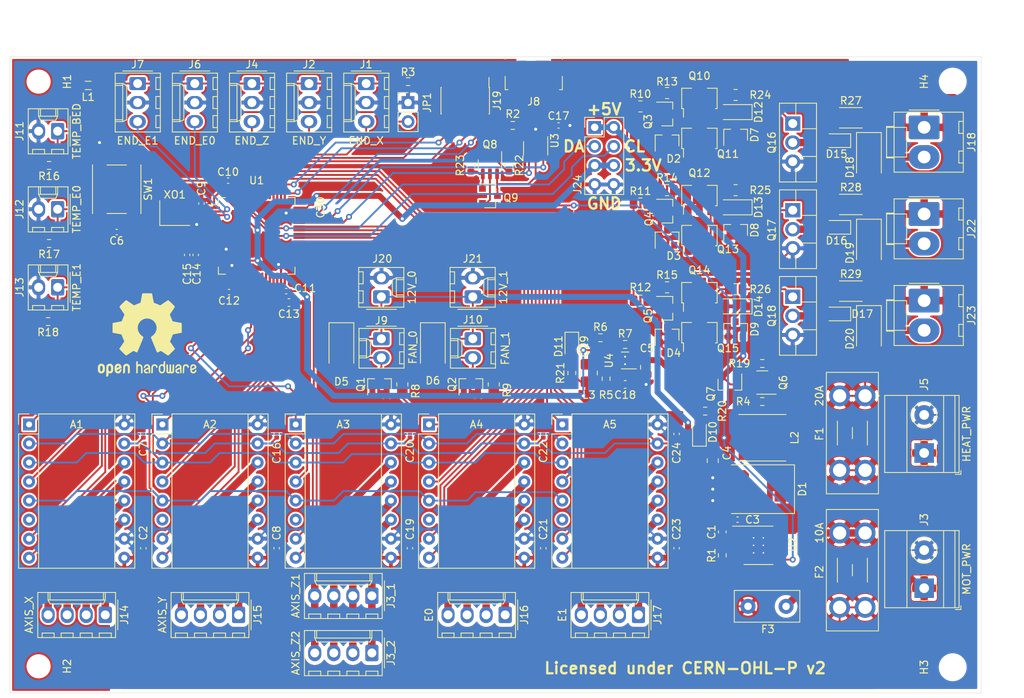
<source format=kicad_pcb>
(kicad_pcb (version 20171130) (host pcbnew "(5.1.7)-1")
  (layers (0 F.Cu signal) (31 B.Cu signal) (34 B.Paste user) (35 F.Paste user) (36 B.SilkS user) (37 F.SilkS user) (38 B.Mask user) (39 F.Mask user) (44 Edge.Cuts user))
  (net 0 "")
  (net 1 /DIR_X)
  (net 2 VDD)
  (net 3 /STEP_X)
  (net 4 "Net-(A1-Pad14)")
  (net 5 "Net-(A1-Pad13)")
  (net 6 /SPI_MISO)
  (net 7 "Net-(A1-Pad12)")
  (net 8 /CS_X)
  (net 9 "Net-(A1-Pad11)")
  (net 10 /SPI_SCK)
  (net 11 /SPI_MOSI)
  (net 12 V_MOT)
  (net 13 /EN_X)
  (net 14 /DIR_Y)
  (net 15 /STEP_Y)
  (net 16 "Net-(A2-Pad14)")
  (net 17 "Net-(A2-Pad13)")
  (net 18 "Net-(A2-Pad12)")
  (net 19 /CS_Y)
  (net 20 "Net-(A2-Pad11)")
  (net 21 /EN_Y)
  (net 22 /DIR_Z)
  (net 23 /STEP_Z)
  (net 24 "Net-(A3-Pad14)")
  (net 25 "Net-(A3-Pad13)")
  (net 26 "Net-(A3-Pad12)")
  (net 27 /CS_Z)
  (net 28 "Net-(A3-Pad11)")
  (net 29 /EN_Z)
  (net 30 /DIR_E0)
  (net 31 /STEP_E0)
  (net 32 "Net-(A4-Pad14)")
  (net 33 "Net-(A4-Pad13)")
  (net 34 "Net-(A4-Pad12)")
  (net 35 /CS_E0)
  (net 36 "Net-(A4-Pad11)")
  (net 37 /EN_E0)
  (net 38 /DIR_E1)
  (net 39 /STEP_E1)
  (net 40 "Net-(A5-Pad14)")
  (net 41 "Net-(A5-Pad13)")
  (net 42 "Net-(A5-Pad12)")
  (net 43 /CS_E1)
  (net 44 "Net-(A5-Pad11)")
  (net 45 /EN_E1)
  (net 46 "Net-(C3-Pad2)")
  (net 47 "Net-(C3-Pad1)")
  (net 48 +5V)
  (net 49 "Net-(C6-Pad1)")
  (net 50 VDDA)
  (net 51 "Net-(D2-Pad1)")
  (net 52 "Net-(D3-Pad1)")
  (net 53 "Net-(D4-Pad1)")
  (net 54 V_HEAT)
  (net 55 "Net-(J8-Pad6)")
  (net 56 "Net-(J8-Pad4)")
  (net 57 "Net-(J8-Pad3)")
  (net 58 "Net-(J8-Pad2)")
  (net 59 /END_X)
  (net 60 /END_Y)
  (net 61 /END_Z)
  (net 62 /END_E0)
  (net 63 /END_E1)
  (net 64 /TEMP_BED)
  (net 65 /TEMP_E0)
  (net 66 /TEMP_E1)
  (net 67 "Net-(L3-Pad1)")
  (net 68 "Net-(Q1-Pad1)")
  (net 69 "Net-(Q2-Pad1)")
  (net 70 "Net-(Q3-Pad1)")
  (net 71 "Net-(R1-Pad1)")
  (net 72 "Net-(R5-Pad1)")
  (net 73 /PWMH_BED)
  (net 74 USB_D+)
  (net 75 USB_D-)
  (net 76 V_PWR)
  (net 77 "Net-(F1-Pad2)")
  (net 78 GND)
  (net 79 "Net-(F2-Pad1)")
  (net 80 "Net-(C29-Pad2)")
  (net 81 ~JTRST)
  (net 82 JTDI)
  (net 83 JTDO)
  (net 84 JTCK)
  (net 85 JTMS)
  (net 86 "Net-(Q4-Pad1)")
  (net 87 "Net-(Q5-Pad1)")
  (net 88 /PWM_FAN0)
  (net 89 /PWM_FAN1)
  (net 90 "Net-(JP1-Pad2)")
  (net 91 /PWMH_E0)
  (net 92 /PWMH_E1)
  (net 93 "Net-(U1-Pad5)")
  (net 94 "Net-(C13-Pad2)")
  (net 95 ZVD_5V)
  (net 96 "Net-(Q6-Pad4)")
  (net 97 "Net-(Q6-Pad1)")
  (net 98 "Net-(D10-Pad2)")
  (net 99 "Net-(D11-Pad2)")
  (net 100 USB_5V)
  (net 101 "Net-(Q8-Pad4)")
  (net 102 "Net-(Q8-Pad1)")
  (net 103 "Net-(D5-Pad2)")
  (net 104 "Net-(D6-Pad2)")
  (net 105 MOS_HBED)
  (net 106 MOS_HE0)
  (net 107 MOS_HE1)
  (net 108 "Net-(D15-Pad2)")
  (net 109 "Net-(D15-Pad1)")
  (net 110 "Net-(D16-Pad2)")
  (net 111 "Net-(D16-Pad1)")
  (net 112 "Net-(D17-Pad2)")
  (net 113 "Net-(D17-Pad1)")
  (net 114 "Net-(Q10-Pad3)")
  (net 115 "Net-(Q12-Pad3)")
  (net 116 "Net-(Q14-Pad3)")
  (net 117 I2C1_SDA)
  (net 118 I2C1_SCL)
  (module Connector_PinHeader_2.54mm:PinHeader_2x04_P2.54mm_Vertical (layer F.Cu) (at 151.638 65.786)
    (fp_text reference J24 (at -2.286 7.62 90) (layer F.SilkS))
    (fp_text value Conn_02x04_Odd_Even)
    (pad 8 thru_hole oval (at 2.54 7.62) (size 1.7 1.7) (drill 1) (layers *.Cu *.Mask) (net 78 GND))
    (pad 7 thru_hole oval (at 0 7.62) (size 1.7 1.7) (drill 1) (layers *.Cu *.Mask) (net 78 GND))
    (pad 6 thru_hole oval (at 2.54 5.08) (size 1.7 1.7) (drill 1) (layers *.Cu *.Mask) (net 2 VDD))
    (pad 5 thru_hole oval (at 0 5.08) (size 1.7 1.7) (drill 1) (layers *.Cu *.Mask) (net 2 VDD))
    (pad 4 thru_hole oval (at 2.54 2.54) (size 1.7 1.7) (drill 1) (layers *.Cu *.Mask) (net 118 I2C1_SCL))
    (pad 3 thru_hole oval (at 0 2.54) (size 1.7 1.7) (drill 1) (layers *.Cu *.Mask) (net 117 I2C1_SDA))
    (pad 2 thru_hole oval (at 2.54 0) (size 1.7 1.7) (drill 1) (layers *.Cu *.Mask) (net 95 ZVD_5V))
    (pad 1 thru_hole rect (at 0 0) (size 1.7 1.7) (drill 1) (layers *.Cu *.Mask) (net 95 ZVD_5V))
  )
  (module Resistor_SMD:R_2010_5025Metric (layer F.Cu) (at 185.801 76.073)
    (fp_text reference R28 (at 0 -2.28) (layer F.SilkS))
    (fp_text value "1.2K >0.5W")
    (pad 2 smd roundrect (at 2.3125 0) (size 1.225 2.65) (layers F.Cu F.Paste F.Mask) (roundrect_rratio 0.204082) (net 54 V_HEAT))
    (pad 1 smd roundrect (at -2.3125 0) (size 1.225 2.65) (layers F.Cu F.Paste F.Mask) (roundrect_rratio 0.204082) (net 110 "Net-(D16-Pad2)"))
  )
  (module Resistor_SMD:R_2010_5025Metric (layer F.Cu) (at 185.801 64.516)
    (fp_text reference R27 (at 0 -2.28) (layer F.SilkS))
    (fp_text value "1.2K >0.5W")
    (pad 2 smd roundrect (at 2.3125 0) (size 1.225 2.65) (layers F.Cu F.Paste F.Mask) (roundrect_rratio 0.204082) (net 54 V_HEAT))
    (pad 1 smd roundrect (at -2.3125 0) (size 1.225 2.65) (layers F.Cu F.Paste F.Mask) (roundrect_rratio 0.204082) (net 108 "Net-(D15-Pad2)"))
  )
  (module Resistor_SMD:R_2010_5025Metric (layer F.Cu) (at 185.801 87.63)
    (fp_text reference R29 (at 0 -2.28) (layer F.SilkS))
    (fp_text value "1.2K >0.5W")
    (pad 2 smd roundrect (at 2.3125 0) (size 1.225 2.65) (layers F.Cu F.Paste F.Mask) (roundrect_rratio 0.204082) (net 54 V_HEAT))
    (pad 1 smd roundrect (at -2.3125 0) (size 1.225 2.65) (layers F.Cu F.Paste F.Mask) (roundrect_rratio 0.204082) (net 112 "Net-(D17-Pad2)"))
  )
  (module LED_SMD:LED_0805_2012Metric_Castellated (layer F.Cu) (at 148.59 94.996 270)
    (fp_text reference D11 (at 0 1.778 90) (layer F.SilkS))
    (fp_text value "LG R971")
    (pad 2 smd roundrect (at 0.9625 0 270) (size 1.325 1.3) (layers F.Cu F.Paste F.Mask) (roundrect_rratio 0.192308) (net 99 "Net-(D11-Pad2)"))
    (pad 1 smd roundrect (at -0.9625 0 270) (size 1.325 1.3) (layers F.Cu F.Paste F.Mask) (roundrect_rratio 0.192308) (net 78 GND))
  )
  (module Capacitor_SMD:C_0402_1005Metric (layer F.Cu) (at 97.282 82.804 90)
    (fp_text reference C15 (at -2.54 0 90) (layer F.SilkS))
    (fp_text value "1uF 6.3V")
    (pad 2 smd roundrect (at 0.48 0 90) (size 0.56 0.62) (layers F.Cu F.Paste F.Mask) (net 78 GND))
    (pad 1 smd roundrect (at -0.48 0 90) (size 0.56 0.62) (layers F.Cu F.Paste F.Mask) (net 50 VDDA))
  )
  (module Package_TO_SOT_SMD:SOT-89-3 (layer F.Cu) (at 165.608 80.518 90)
    (fp_text reference Q13 (at -1.524 3.81 180) (layer F.SilkS))
    (fp_text value BCX51)
    (pad 2 smd custom (at -1.5625 0 90) (size 1.475 0.9) (layers F.Cu F.Paste F.Mask) (net 78 GND) (options (clearance outline) (anchor rect)) (primitives (gr_poly (pts (xy 0.7375 -0.8665) (xy 3.8625 -0.8665) (xy 3.8625 0.8665) (xy 0.7375 0.8665)) (width 0))))
    (pad 3 smd rect (at -1.65 1.5 90) (size 1.3 0.9) (layers F.Cu F.Paste F.Mask) (net 115 "Net-(Q12-Pad3)"))
    (pad 1 smd rect (at -1.65 -1.5 90) (size 1.3 0.9) (layers F.Cu F.Paste F.Mask) (net 52 "Net-(D3-Pad1)"))
  )
  (module Connector_Molex:Molex_KK-396_A-41791-0002_1x02_P3.96mm_Vertical (layer F.Cu) (at 195.58 65.786 270)
    (fp_text reference J18 (at 1.98 -6.31 90) (layer F.SilkS))
    (fp_text value HEAT_BED)
    (pad 2 thru_hole oval (at 3.96 0 270) (size 3.16 4.1) (drill 1.7) (layers *.Cu *.Mask) (net 109 "Net-(D15-Pad1)"))
    (pad 1 thru_hole roundrect (at 0 0 270) (size 3.16 4.1) (drill 1.7) (layers *.Cu *.Mask) (roundrect_rratio 0.079114) (net 54 V_HEAT))
  )
  (module Resistor_SMD:R_0805_2012Metric (layer F.Cu) (at 170.434 87.376 180)
    (fp_text reference R26 (at -3.302 0 180) (layer F.SilkS))
    (fp_text value 10)
    (pad 2 smd roundrect (at 0.9125 0 180) (size 1.025 1.4) (layers F.Cu F.Paste F.Mask) (roundrect_rratio 0.243902) (net 116 "Net-(Q14-Pad3)"))
    (pad 1 smd roundrect (at -0.9125 0 180) (size 1.025 1.4) (layers F.Cu F.Paste F.Mask) (roundrect_rratio 0.243902) (net 107 MOS_HE1))
  )
  (module Resistor_SMD:R_0805_2012Metric (layer F.Cu) (at 170.434 74.168 180)
    (fp_text reference R25 (at -3.302 0) (layer F.SilkS))
    (fp_text value 10)
    (pad 2 smd roundrect (at 0.9125 0 180) (size 1.025 1.4) (layers F.Cu F.Paste F.Mask) (roundrect_rratio 0.243902) (net 115 "Net-(Q12-Pad3)"))
    (pad 1 smd roundrect (at -0.9125 0 180) (size 1.025 1.4) (layers F.Cu F.Paste F.Mask) (roundrect_rratio 0.243902) (net 106 MOS_HE0))
  )
  (module Resistor_SMD:R_0805_2012Metric (layer F.Cu) (at 170.434 61.468 180)
    (fp_text reference R24 (at -3.302 0) (layer F.SilkS))
    (fp_text value 10)
    (pad 2 smd roundrect (at 0.9125 0 180) (size 1.025 1.4) (layers F.Cu F.Paste F.Mask) (roundrect_rratio 0.243902) (net 114 "Net-(Q10-Pad3)"))
    (pad 1 smd roundrect (at -0.9125 0 180) (size 1.025 1.4) (layers F.Cu F.Paste F.Mask) (roundrect_rratio 0.243902) (net 105 MOS_HBED))
  )
  (module Resistor_SMD:R_0603_1608Metric (layer F.Cu) (at 78.74 91.694 180)
    (fp_text reference R18 (at 0 -1.43) (layer F.SilkS))
    (fp_text value "4.7K 1%")
    (pad 2 smd roundrect (at 0.825 0 180) (size 0.8 0.95) (layers F.Cu F.Paste F.Mask) (net 50 VDDA))
    (pad 1 smd roundrect (at -0.825 0 180) (size 0.8 0.95) (layers F.Cu F.Paste F.Mask) (net 66 /TEMP_E1))
  )
  (module Resistor_SMD:R_0603_1608Metric (layer F.Cu) (at 78.867 81.28 180)
    (fp_text reference R17 (at 0 -1.43) (layer F.SilkS))
    (fp_text value "4.7K 1%")
    (pad 2 smd roundrect (at 0.825 0 180) (size 0.8 0.95) (layers F.Cu F.Paste F.Mask) (net 50 VDDA))
    (pad 1 smd roundrect (at -0.825 0 180) (size 0.8 0.95) (layers F.Cu F.Paste F.Mask) (net 65 /TEMP_E0))
  )
  (module Resistor_SMD:R_0603_1608Metric (layer F.Cu) (at 78.867 70.866 180)
    (fp_text reference R16 (at 0 -1.43) (layer F.SilkS))
    (fp_text value "4.7K 1%")
    (pad 2 smd roundrect (at 0.825 0 180) (size 0.8 0.95) (layers F.Cu F.Paste F.Mask) (net 50 VDDA))
    (pad 1 smd roundrect (at -0.825 0 180) (size 0.8 0.95) (layers F.Cu F.Paste F.Mask) (net 64 /TEMP_BED))
  )
  (module Resistor_SMD:R_0805_2012Metric (layer F.Cu) (at 161.29 87.122)
    (fp_text reference R15 (at 0 -1.65) (layer F.SilkS))
    (fp_text value 1K)
    (pad 2 smd roundrect (at 0.9125 0) (size 1.025 1.4) (layers F.Cu F.Paste F.Mask) (roundrect_rratio 0.243902) (net 53 "Net-(D4-Pad1)"))
    (pad 1 smd roundrect (at -0.9125 0) (size 1.025 1.4) (layers F.Cu F.Paste F.Mask) (roundrect_rratio 0.243902) (net 54 V_HEAT))
  )
  (module Resistor_SMD:R_0805_2012Metric (layer F.Cu) (at 161.29 74.168)
    (fp_text reference R14 (at 0 -1.65) (layer F.SilkS))
    (fp_text value 1K)
    (pad 2 smd roundrect (at 0.9125 0) (size 1.025 1.4) (layers F.Cu F.Paste F.Mask) (roundrect_rratio 0.243902) (net 52 "Net-(D3-Pad1)"))
    (pad 1 smd roundrect (at -0.9125 0) (size 1.025 1.4) (layers F.Cu F.Paste F.Mask) (roundrect_rratio 0.243902) (net 54 V_HEAT))
  )
  (module Resistor_SMD:R_0805_2012Metric (layer F.Cu) (at 161.29 61.214)
    (fp_text reference R13 (at 0 -1.524) (layer F.SilkS))
    (fp_text value 1K)
    (pad 2 smd roundrect (at 0.9125 0) (size 1.025 1.4) (layers F.Cu F.Paste F.Mask) (roundrect_rratio 0.243902) (net 51 "Net-(D2-Pad1)"))
    (pad 1 smd roundrect (at -0.9125 0) (size 1.025 1.4) (layers F.Cu F.Paste F.Mask) (roundrect_rratio 0.243902) (net 54 V_HEAT))
  )
  (module Resistor_SMD:R_0805_2012Metric (layer F.Cu) (at 157.734 88.9 180)
    (fp_text reference R12 (at 0 1.778) (layer F.SilkS))
    (fp_text value 1K)
    (pad 2 smd roundrect (at 0.9125 0 180) (size 1.025 1.4) (layers F.Cu F.Paste F.Mask) (roundrect_rratio 0.243902) (net 92 /PWMH_E1))
    (pad 1 smd roundrect (at -0.9125 0 180) (size 1.025 1.4) (layers F.Cu F.Paste F.Mask) (roundrect_rratio 0.243902) (net 87 "Net-(Q5-Pad1)"))
  )
  (module Resistor_SMD:R_0805_2012Metric (layer F.Cu) (at 157.734 75.946 180)
    (fp_text reference R11 (at 0 1.651) (layer F.SilkS))
    (fp_text value 1K)
    (pad 2 smd roundrect (at 0.9125 0 180) (size 1.025 1.4) (layers F.Cu F.Paste F.Mask) (roundrect_rratio 0.243902) (net 91 /PWMH_E0))
    (pad 1 smd roundrect (at -0.9125 0 180) (size 1.025 1.4) (layers F.Cu F.Paste F.Mask) (roundrect_rratio 0.243902) (net 86 "Net-(Q4-Pad1)"))
  )
  (module Resistor_SMD:R_0805_2012Metric (layer F.Cu) (at 157.734 62.992 180)
    (fp_text reference R10 (at 0 1.651) (layer F.SilkS))
    (fp_text value 1K)
    (pad 1 smd roundrect (at -0.9125 0 180) (size 1.025 1.4) (layers F.Cu F.Paste F.Mask) (roundrect_rratio 0.243902) (net 70 "Net-(Q3-Pad1)"))
    (pad 2 smd roundrect (at 0.9125 0 180) (size 1.025 1.4) (layers F.Cu F.Paste F.Mask) (roundrect_rratio 0.243902) (net 73 /PWMH_BED))
  )
  (module Resistor_SMD:R_0805_2012Metric (layer F.Cu) (at 138.176 100.076 270)
    (fp_text reference R9 (at 0.762 -1.778 90) (layer F.SilkS))
    (fp_text value 1K)
    (pad 2 smd roundrect (at 0.9125 0 270) (size 1.025 1.4) (layers F.Cu F.Paste F.Mask) (roundrect_rratio 0.243902) (net 89 /PWM_FAN1))
    (pad 1 smd roundrect (at -0.9125 0 270) (size 1.025 1.4) (layers F.Cu F.Paste F.Mask) (roundrect_rratio 0.243902) (net 69 "Net-(Q2-Pad1)"))
  )
  (module Resistor_SMD:R_0805_2012Metric (layer F.Cu) (at 125.984 100.076 270)
    (fp_text reference R8 (at 0.889 -1.778 90) (layer F.SilkS))
    (fp_text value 1K)
    (pad 2 smd roundrect (at 0.9125 0 270) (size 1.025 1.4) (layers F.Cu F.Paste F.Mask) (roundrect_rratio 0.243902) (net 88 /PWM_FAN0))
    (pad 1 smd roundrect (at -0.9125 0 270) (size 1.025 1.4) (layers F.Cu F.Paste F.Mask) (roundrect_rratio 0.243902) (net 68 "Net-(Q1-Pad1)"))
  )
  (module Package_TO_SOT_THT:TO-220F-3_Vertical (layer F.Cu) (at 178.054 88.392 270)
    (fp_text reference Q18 (at 2.54 2.794 90) (layer F.SilkS))
    (fp_text value IRLIZ44N)
    (pad 3 thru_hole oval (at 5.08 0 270) (size 1.905 2) (drill 1.2) (layers *.Cu *.Mask) (net 78 GND))
    (pad 2 thru_hole oval (at 2.54 0 270) (size 1.905 2) (drill 1.2) (layers *.Cu *.Mask) (net 113 "Net-(D17-Pad1)"))
    (pad 1 thru_hole rect (at 0 0 270) (size 1.905 2) (drill 1.2) (layers *.Cu *.Mask) (net 107 MOS_HE1))
  )
  (module Package_TO_SOT_THT:TO-220F-3_Vertical (layer F.Cu) (at 178.054 76.835 270)
    (fp_text reference Q17 (at 2.667 2.794 90) (layer F.SilkS))
    (fp_text value IRLIZ44N)
    (pad 3 thru_hole oval (at 5.08 0 270) (size 1.905 2) (drill 1.2) (layers *.Cu *.Mask) (net 78 GND))
    (pad 2 thru_hole oval (at 2.54 0 270) (size 1.905 2) (drill 1.2) (layers *.Cu *.Mask) (net 111 "Net-(D16-Pad1)"))
    (pad 1 thru_hole rect (at 0 0 270) (size 1.905 2) (drill 1.2) (layers *.Cu *.Mask) (net 106 MOS_HE0))
  )
  (module Package_TO_SOT_THT:TO-220F-3_Vertical (layer F.Cu) (at 178.054 65.278 270)
    (fp_text reference Q16 (at 2.54 2.794 90) (layer F.SilkS))
    (fp_text value IRLIZ44N)
    (pad 3 thru_hole oval (at 5.08 0 270) (size 1.905 2) (drill 1.2) (layers *.Cu *.Mask) (net 78 GND))
    (pad 2 thru_hole oval (at 2.54 0 270) (size 1.905 2) (drill 1.2) (layers *.Cu *.Mask) (net 109 "Net-(D15-Pad1)"))
    (pad 1 thru_hole rect (at 0 0 270) (size 1.905 2) (drill 1.2) (layers *.Cu *.Mask) (net 105 MOS_HBED))
  )
  (module Package_TO_SOT_SMD:SOT-89-3 (layer F.Cu) (at 165.608 93.472 90)
    (fp_text reference Q15 (at -1.778 3.81 180) (layer F.SilkS))
    (fp_text value BCX51)
    (pad 2 smd custom (at -1.5625 0 90) (size 1.475 0.9) (layers F.Cu F.Paste F.Mask) (net 78 GND) (options (clearance outline) (anchor rect)) (primitives (gr_poly (pts (xy 0.7375 -0.8665) (xy 3.8625 -0.8665) (xy 3.8625 0.8665) (xy 0.7375 0.8665)) (width 0))))
    (pad 3 smd rect (at -1.65 1.5 90) (size 1.3 0.9) (layers F.Cu F.Paste F.Mask) (net 116 "Net-(Q14-Pad3)"))
    (pad 1 smd rect (at -1.65 -1.5 90) (size 1.3 0.9) (layers F.Cu F.Paste F.Mask) (net 53 "Net-(D4-Pad1)"))
  )
  (module Package_TO_SOT_SMD:SOT-89-3 (layer F.Cu) (at 165.608 88.138 90)
    (fp_text reference Q14 (at 3.302 0 180) (layer F.SilkS))
    (fp_text value BCX56)
    (pad 2 smd custom (at -1.5625 0 90) (size 1.475 0.9) (layers F.Cu F.Paste F.Mask) (net 54 V_HEAT) (options (clearance outline) (anchor rect)) (primitives (gr_poly (pts (xy 0.7375 -0.8665) (xy 3.8625 -0.8665) (xy 3.8625 0.8665) (xy 0.7375 0.8665)) (width 0))))
    (pad 3 smd rect (at -1.65 1.5 90) (size 1.3 0.9) (layers F.Cu F.Paste F.Mask) (net 116 "Net-(Q14-Pad3)"))
    (pad 1 smd rect (at -1.65 -1.5 90) (size 1.3 0.9) (layers F.Cu F.Paste F.Mask) (net 53 "Net-(D4-Pad1)"))
  )
  (module Package_TO_SOT_SMD:SOT-89-3 (layer F.Cu) (at 165.608 75.184 90)
    (fp_text reference Q12 (at 3.302 0 180) (layer F.SilkS))
    (fp_text value BCX56)
    (pad 2 smd custom (at -1.5625 0 90) (size 1.475 0.9) (layers F.Cu F.Paste F.Mask) (net 54 V_HEAT) (options (clearance outline) (anchor rect)) (primitives (gr_poly (pts (xy 0.7375 -0.8665) (xy 3.8625 -0.8665) (xy 3.8625 0.8665) (xy 0.7375 0.8665)) (width 0))))
    (pad 3 smd rect (at -1.65 1.5 90) (size 1.3 0.9) (layers F.Cu F.Paste F.Mask) (net 115 "Net-(Q12-Pad3)"))
    (pad 1 smd rect (at -1.65 -1.5 90) (size 1.3 0.9) (layers F.Cu F.Paste F.Mask) (net 52 "Net-(D3-Pad1)"))
  )
  (module Package_TO_SOT_SMD:SOT-89-3 (layer F.Cu) (at 165.608 67.564 90)
    (fp_text reference Q11 (at -1.778 3.81 180) (layer F.SilkS))
    (fp_text value BCX51)
    (pad 2 smd custom (at -1.5625 0 90) (size 1.475 0.9) (layers F.Cu F.Paste F.Mask) (net 78 GND) (options (clearance outline) (anchor rect)) (primitives (gr_poly (pts (xy 0.7375 -0.8665) (xy 3.8625 -0.8665) (xy 3.8625 0.8665) (xy 0.7375 0.8665)) (width 0))))
    (pad 3 smd rect (at -1.65 1.5 90) (size 1.3 0.9) (layers F.Cu F.Paste F.Mask) (net 114 "Net-(Q10-Pad3)"))
    (pad 1 smd rect (at -1.65 -1.5 90) (size 1.3 0.9) (layers F.Cu F.Paste F.Mask) (net 51 "Net-(D2-Pad1)"))
  )
  (module Package_TO_SOT_SMD:SOT-89-3 (layer F.Cu) (at 165.608 62.23 90)
    (fp_text reference Q10 (at 3.302 0 180) (layer F.SilkS))
    (fp_text value BCX56)
    (pad 2 smd custom (at -1.5625 0 90) (size 1.475 0.9) (layers F.Cu F.Paste F.Mask) (net 54 V_HEAT) (options (clearance outline) (anchor rect)) (primitives (gr_poly (pts (xy 0.7375 -0.8665) (xy 3.8625 -0.8665) (xy 3.8625 0.8665) (xy 0.7375 0.8665)) (width 0))))
    (pad 3 smd rect (at -1.65 1.5 90) (size 1.3 0.9) (layers F.Cu F.Paste F.Mask) (net 114 "Net-(Q10-Pad3)"))
    (pad 1 smd rect (at -1.65 -1.5 90) (size 1.3 0.9) (layers F.Cu F.Paste F.Mask) (net 51 "Net-(D2-Pad1)"))
  )
  (module Package_TO_SOT_SMD:SOT-23 (layer F.Cu) (at 161.29 89.916)
    (fp_text reference Q5 (at -2.54 1.016 90) (layer F.SilkS))
    (fp_text value BC817)
    (pad 3 smd rect (at 1 0) (size 0.9 0.8) (layers F.Cu F.Paste F.Mask) (net 53 "Net-(D4-Pad1)"))
    (pad 2 smd rect (at -1 0.95) (size 0.9 0.8) (layers F.Cu F.Paste F.Mask) (net 78 GND))
    (pad 1 smd rect (at -1 -0.95) (size 0.9 0.8) (layers F.Cu F.Paste F.Mask) (net 87 "Net-(Q5-Pad1)"))
  )
  (module Package_TO_SOT_SMD:SOT-23 (layer F.Cu) (at 161.29 76.962)
    (fp_text reference Q4 (at -2.413 1.016 90) (layer F.SilkS))
    (fp_text value BC817)
    (pad 1 smd rect (at -1 -0.95) (size 0.9 0.8) (layers F.Cu F.Paste F.Mask) (net 86 "Net-(Q4-Pad1)"))
    (pad 2 smd rect (at -1 0.95) (size 0.9 0.8) (layers F.Cu F.Paste F.Mask) (net 78 GND))
    (pad 3 smd rect (at 1 0) (size 0.9 0.8) (layers F.Cu F.Paste F.Mask) (net 52 "Net-(D3-Pad1)"))
  )
  (module Package_TO_SOT_SMD:SOT-23 (layer F.Cu) (at 161.29 64.008)
    (fp_text reference Q3 (at -2.54 1.016 270) (layer F.SilkS))
    (fp_text value BC817)
    (pad 1 smd rect (at -1 -0.95) (size 0.9 0.8) (layers F.Cu F.Paste F.Mask) (net 70 "Net-(Q3-Pad1)"))
    (pad 2 smd rect (at -1 0.95) (size 0.9 0.8) (layers F.Cu F.Paste F.Mask) (net 78 GND))
    (pad 3 smd rect (at 1 0) (size 0.9 0.8) (layers F.Cu F.Paste F.Mask) (net 51 "Net-(D2-Pad1)"))
  )
  (module Package_TO_SOT_SMD:SOT-23 (layer F.Cu) (at 135.128 100.076 90)
    (fp_text reference Q2 (at 0 -2.5 90) (layer F.SilkS))
    (fp_text value DMN3713U)
    (pad 3 smd rect (at 1 0 90) (size 0.9 0.8) (layers F.Cu F.Paste F.Mask) (net 104 "Net-(D6-Pad2)"))
    (pad 2 smd rect (at -1 0.95 90) (size 0.9 0.8) (layers F.Cu F.Paste F.Mask) (net 78 GND))
    (pad 1 smd rect (at -1 -0.95 90) (size 0.9 0.8) (layers F.Cu F.Paste F.Mask) (net 69 "Net-(Q2-Pad1)"))
  )
  (module Package_TO_SOT_SMD:SOT-23 (layer F.Cu) (at 122.936 100.076 90)
    (fp_text reference Q1 (at 0 -2.5 90) (layer F.SilkS))
    (fp_text value DMN3713U)
    (pad 3 smd rect (at 1 0 90) (size 0.9 0.8) (layers F.Cu F.Paste F.Mask) (net 103 "Net-(D5-Pad2)"))
    (pad 2 smd rect (at -1 0.95 90) (size 0.9 0.8) (layers F.Cu F.Paste F.Mask) (net 78 GND))
    (pad 1 smd rect (at -1 -0.95 90) (size 0.9 0.8) (layers F.Cu F.Paste F.Mask) (net 68 "Net-(Q1-Pad1)"))
  )
  (module Connector_Molex:Molex_KK-254_AE-6410-04A_1x04_P2.54mm_Vertical (layer F.Cu) (at 121.92 135.89 180)
    (fp_text reference J3_2 (at -2.54 0 90) (layer F.SilkS))
    (fp_text value AXIS_Z2 (at 10.16 0 90) (layer F.SilkS))
    (pad 4 thru_hole oval (at 7.62 0 180) (size 1.74 2.19) (drill 1.19) (layers *.Cu *.Mask) (net 24 "Net-(A3-Pad14)"))
    (pad 3 thru_hole oval (at 5.08 0 180) (size 1.74 2.19) (drill 1.19) (layers *.Cu *.Mask) (net 25 "Net-(A3-Pad13)"))
    (pad 2 thru_hole oval (at 2.54 0 180) (size 1.74 2.19) (drill 1.19) (layers *.Cu *.Mask) (net 26 "Net-(A3-Pad12)"))
    (pad 1 thru_hole roundrect (at 0 0 180) (size 1.74 2.19) (drill 1.19) (layers *.Cu *.Mask) (roundrect_rratio 0.143678) (net 28 "Net-(A3-Pad11)"))
  )
  (module Connector_Molex:Molex_KK-254_AE-6410-04A_1x04_P2.54mm_Vertical (layer F.Cu) (at 121.92 128.27 180)
    (fp_text reference J3_1 (at -2.54 0 90) (layer F.SilkS))
    (fp_text value AXIS_Z1 (at 10.16 0 90) (layer F.SilkS))
    (pad 4 thru_hole oval (at 7.62 0 180) (size 1.74 2.19) (drill 1.19) (layers *.Cu *.Mask) (net 24 "Net-(A3-Pad14)"))
    (pad 3 thru_hole oval (at 5.08 0 180) (size 1.74 2.19) (drill 1.19) (layers *.Cu *.Mask) (net 25 "Net-(A3-Pad13)"))
    (pad 2 thru_hole oval (at 2.54 0 180) (size 1.74 2.19) (drill 1.19) (layers *.Cu *.Mask) (net 26 "Net-(A3-Pad12)"))
    (pad 1 thru_hole roundrect (at 0 0 180) (size 1.74 2.19) (drill 1.19) (layers *.Cu *.Mask) (roundrect_rratio 0.143678) (net 28 "Net-(A3-Pad11)"))
  )
  (module Connector_Molex:Molex_KK-396_A-41791-0002_1x02_P3.96mm_Vertical (layer F.Cu) (at 195.58 88.9 270)
    (fp_text reference J23 (at 1.98 -6.31 90) (layer F.SilkS))
    (fp_text value HEAT_E1)
    (pad 2 thru_hole oval (at 3.96 0 270) (size 3.16 4.1) (drill 1.7) (layers *.Cu *.Mask) (net 113 "Net-(D17-Pad1)"))
    (pad 1 thru_hole roundrect (at 0 0 270) (size 3.16 4.1) (drill 1.7) (layers *.Cu *.Mask) (roundrect_rratio 0.079114) (net 54 V_HEAT))
  )
  (module Connector_Molex:Molex_KK-396_A-41791-0002_1x02_P3.96mm_Vertical (layer F.Cu) (at 195.58 77.343 270)
    (fp_text reference J22 (at 1.98 -6.31 90) (layer F.SilkS))
    (fp_text value HEAT_E0)
    (pad 2 thru_hole oval (at 3.96 0 270) (size 3.16 4.1) (drill 1.7) (layers *.Cu *.Mask) (net 111 "Net-(D16-Pad1)"))
    (pad 1 thru_hole roundrect (at 0 0 270) (size 3.16 4.1) (drill 1.7) (layers *.Cu *.Mask) (roundrect_rratio 0.079114) (net 54 V_HEAT))
  )
  (module Connector_Molex:Molex_KK-254_AE-6410-04A_1x04_P2.54mm_Vertical (layer F.Cu) (at 157.48 130.81 180)
    (fp_text reference J17 (at -2.54 0 90) (layer F.SilkS))
    (fp_text value E1 (at 10.16 0 90) (layer F.SilkS))
    (pad 4 thru_hole oval (at 7.62 0 180) (size 1.74 2.19) (drill 1.19) (layers *.Cu *.Mask) (net 40 "Net-(A5-Pad14)"))
    (pad 3 thru_hole oval (at 5.08 0 180) (size 1.74 2.19) (drill 1.19) (layers *.Cu *.Mask) (net 41 "Net-(A5-Pad13)"))
    (pad 2 thru_hole oval (at 2.54 0 180) (size 1.74 2.19) (drill 1.19) (layers *.Cu *.Mask) (net 42 "Net-(A5-Pad12)"))
    (pad 1 thru_hole roundrect (at 0 0 180) (size 1.74 2.19) (drill 1.19) (layers *.Cu *.Mask) (roundrect_rratio 0.143678) (net 44 "Net-(A5-Pad11)"))
  )
  (module Connector_Molex:Molex_KK-254_AE-6410-04A_1x04_P2.54mm_Vertical (layer F.Cu) (at 139.7 130.81 180)
    (fp_text reference J16 (at -2.54 0 90) (layer F.SilkS))
    (fp_text value E0 (at 10.16 0 90) (layer F.SilkS))
    (pad 4 thru_hole oval (at 7.62 0 180) (size 1.74 2.19) (drill 1.19) (layers *.Cu *.Mask) (net 32 "Net-(A4-Pad14)"))
    (pad 3 thru_hole oval (at 5.08 0 180) (size 1.74 2.19) (drill 1.19) (layers *.Cu *.Mask) (net 33 "Net-(A4-Pad13)"))
    (pad 2 thru_hole oval (at 2.54 0 180) (size 1.74 2.19) (drill 1.19) (layers *.Cu *.Mask) (net 34 "Net-(A4-Pad12)"))
    (pad 1 thru_hole roundrect (at 0 0 180) (size 1.74 2.19) (drill 1.19) (layers *.Cu *.Mask) (roundrect_rratio 0.143678) (net 36 "Net-(A4-Pad11)"))
  )
  (module Connector_Molex:Molex_KK-254_AE-6410-04A_1x04_P2.54mm_Vertical (layer F.Cu) (at 104.14 130.81 180)
    (fp_text reference J15 (at -2.54 0 90) (layer F.SilkS))
    (fp_text value AXIS_Y (at 10.16 0 90) (layer F.SilkS))
    (pad 4 thru_hole oval (at 7.62 0 180) (size 1.74 2.19) (drill 1.19) (layers *.Cu *.Mask) (net 16 "Net-(A2-Pad14)"))
    (pad 3 thru_hole oval (at 5.08 0 180) (size 1.74 2.19) (drill 1.19) (layers *.Cu *.Mask) (net 17 "Net-(A2-Pad13)"))
    (pad 2 thru_hole oval (at 2.54 0 180) (size 1.74 2.19) (drill 1.19) (layers *.Cu *.Mask) (net 18 "Net-(A2-Pad12)"))
    (pad 1 thru_hole roundrect (at 0 0 180) (size 1.74 2.19) (drill 1.19) (layers *.Cu *.Mask) (roundrect_rratio 0.143678) (net 20 "Net-(A2-Pad11)"))
  )
  (module Connector_Molex:Molex_KK-254_AE-6410-04A_1x04_P2.54mm_Vertical (layer F.Cu) (at 86.36 130.81 180)
    (fp_text reference J14 (at -2.54 0 90) (layer F.SilkS))
    (fp_text value AXIS_X (at 10.16 0 270) (layer F.SilkS))
    (pad 4 thru_hole oval (at 7.62 0 180) (size 1.74 2.19) (drill 1.19) (layers *.Cu *.Mask) (net 4 "Net-(A1-Pad14)"))
    (pad 3 thru_hole oval (at 5.08 0 180) (size 1.74 2.19) (drill 1.19) (layers *.Cu *.Mask) (net 5 "Net-(A1-Pad13)"))
    (pad 2 thru_hole oval (at 2.54 0 180) (size 1.74 2.19) (drill 1.19) (layers *.Cu *.Mask) (net 7 "Net-(A1-Pad12)"))
    (pad 1 thru_hole roundrect (at 0 0 180) (size 1.74 2.19) (drill 1.19) (layers *.Cu *.Mask) (roundrect_rratio 0.143678) (net 9 "Net-(A1-Pad11)"))
  )
  (module Connector_Molex:Molex_KK-254_AE-6410-02A_1x02_P2.54mm_Vertical (layer F.Cu) (at 80.01 87.122 180)
    (fp_text reference J13 (at 5.08 0 90) (layer F.SilkS))
    (fp_text value TEMP_E1 (at -2.54 0 90) (layer F.SilkS))
    (pad 2 thru_hole oval (at 2.54 0 180) (size 1.74 2.19) (drill 1.19) (layers *.Cu *.Mask) (net 78 GND))
    (pad 1 thru_hole roundrect (at 0 0 180) (size 1.74 2.19) (drill 1.19) (layers *.Cu *.Mask) (roundrect_rratio 0.143678) (net 66 /TEMP_E1))
  )
  (module Connector_Molex:Molex_KK-254_AE-6410-02A_1x02_P2.54mm_Vertical (layer F.Cu) (at 80.01 76.708 180)
    (fp_text reference J12 (at 5.08 0 90) (layer F.SilkS))
    (fp_text value TEMP_E0 (at -2.54 0 90) (layer F.SilkS))
    (pad 2 thru_hole oval (at 2.54 0 180) (size 1.74 2.19) (drill 1.19) (layers *.Cu *.Mask) (net 78 GND))
    (pad 1 thru_hole roundrect (at 0 0 180) (size 1.74 2.19) (drill 1.19) (layers *.Cu *.Mask) (roundrect_rratio 0.143678) (net 65 /TEMP_E0))
  )
  (module Connector_Molex:Molex_KK-254_AE-6410-02A_1x02_P2.54mm_Vertical (layer F.Cu) (at 80.01 66.294 180)
    (fp_text reference J11 (at 5.08 0 90) (layer F.SilkS))
    (fp_text value TEMP_BED (at -2.54 0 90) (layer F.SilkS))
    (pad 2 thru_hole oval (at 2.54 0 180) (size 1.74 2.19) (drill 1.19) (layers *.Cu *.Mask) (net 78 GND))
    (pad 1 thru_hole roundrect (at 0 0 180) (size 1.74 2.19) (drill 1.19) (layers *.Cu *.Mask) (roundrect_rratio 0.143678) (net 64 /TEMP_BED))
  )
  (module Connector_Molex:Molex_KK-254_AE-6410-02A_1x02_P2.54mm_Vertical (layer F.Cu) (at 135.382 93.98 270)
    (fp_text reference J10 (at -2.54 0 180) (layer F.SilkS))
    (fp_text value FAN_1 (at 1.27 -4.318 90) (layer F.SilkS))
    (pad 2 thru_hole oval (at 2.54 0 270) (size 1.74 2.19) (drill 1.19) (layers *.Cu *.Mask) (net 104 "Net-(D6-Pad2)"))
    (pad 1 thru_hole roundrect (at 0 0 270) (size 1.74 2.19) (drill 1.19) (layers *.Cu *.Mask) (roundrect_rratio 0.143678) (net 12 V_MOT))
  )
  (module Connector_Molex:Molex_KK-254_AE-6410-02A_1x02_P2.54mm_Vertical (layer F.Cu) (at 123.19 93.98 270)
    (fp_text reference J9 (at -2.413 0 180) (layer F.SilkS))
    (fp_text value FAN_0 (at 1.143 -4.191 90) (layer F.SilkS))
    (pad 2 thru_hole oval (at 2.54 0 270) (size 1.74 2.19) (drill 1.19) (layers *.Cu *.Mask) (net 103 "Net-(D5-Pad2)"))
    (pad 1 thru_hole roundrect (at 0 0 270) (size 1.74 2.19) (drill 1.19) (layers *.Cu *.Mask) (roundrect_rratio 0.143678) (net 12 V_MOT))
  )
  (module Connector_Molex:Molex_KK-254_AE-6410-03A_1x03_P2.54mm_Vertical (layer F.Cu) (at 90.678 59.944 270)
    (fp_text reference J7 (at -2.54 0 180) (layer F.SilkS))
    (fp_text value END_E1 (at 7.62 0 180) (layer F.SilkS))
    (pad 3 thru_hole oval (at 5.08 0 270) (size 1.74 2.19) (drill 1.19) (layers *.Cu *.Mask) (net 63 /END_E1))
    (pad 2 thru_hole oval (at 2.54 0 270) (size 1.74 2.19) (drill 1.19) (layers *.Cu *.Mask) (net 78 GND))
    (pad 1 thru_hole roundrect (at 0 0 270) (size 1.74 2.19) (drill 1.19) (layers *.Cu *.Mask) (roundrect_rratio 0.143678) (net 2 VDD))
  )
  (module Connector_Molex:Molex_KK-254_AE-6410-03A_1x03_P2.54mm_Vertical (layer F.Cu) (at 98.298 59.944 270)
    (fp_text reference J6 (at -2.54 0 180) (layer F.SilkS))
    (fp_text value END_E0 (at 7.62 0 180) (layer F.SilkS))
    (pad 3 thru_hole oval (at 5.08 0 270) (size 1.74 2.19) (drill 1.19) (layers *.Cu *.Mask) (net 62 /END_E0))
    (pad 2 thru_hole oval (at 2.54 0 270) (size 1.74 2.19) (drill 1.19) (layers *.Cu *.Mask) (net 78 GND))
    (pad 1 thru_hole roundrect (at 0 0 270) (size 1.74 2.19) (drill 1.19) (layers *.Cu *.Mask) (roundrect_rratio 0.143678) (net 2 VDD))
  )
  (module Connector_Molex:Molex_KK-254_AE-6410-03A_1x03_P2.54mm_Vertical (layer F.Cu) (at 105.918 59.944 270)
    (fp_text reference J4 (at -2.54 0 180) (layer F.SilkS))
    (fp_text value END_Z (at 7.62 0 180) (layer F.SilkS))
    (pad 3 thru_hole oval (at 5.08 0 270) (size 1.74 2.19) (drill 1.19) (layers *.Cu *.Mask) (net 61 /END_Z))
    (pad 2 thru_hole oval (at 2.54 0 270) (size 1.74 2.19) (drill 1.19) (layers *.Cu *.Mask) (net 78 GND))
    (pad 1 thru_hole roundrect (at 0 0 270) (size 1.74 2.19) (drill 1.19) (layers *.Cu *.Mask) (roundrect_rratio 0.143678) (net 2 VDD))
  )
  (module Connector_Molex:Molex_KK-254_AE-6410-03A_1x03_P2.54mm_Vertical (layer F.Cu) (at 113.538 59.944 270)
    (fp_text reference J2 (at -2.54 0 180) (layer F.SilkS))
    (fp_text value END_Y (at 7.62 0 180) (layer F.SilkS))
    (pad 3 thru_hole oval (at 5.08 0 270) (size 1.74 2.19) (drill 1.19) (layers *.Cu *.Mask) (net 60 /END_Y))
    (pad 2 thru_hole oval (at 2.54 0 270) (size 1.74 2.19) (drill 1.19) (layers *.Cu *.Mask) (net 78 GND))
    (pad 1 thru_hole roundrect (at 0 0 270) (size 1.74 2.19) (drill 1.19) (layers *.Cu *.Mask) (roundrect_rratio 0.143678) (net 2 VDD))
  )
  (module Connector_Molex:Molex_KK-254_AE-6410-03A_1x03_P2.54mm_Vertical (layer F.Cu) (at 121.158 59.944 270)
    (fp_text reference J1 (at -2.54 0 180) (layer F.SilkS))
    (fp_text value END_X (at 7.62 0 180) (layer F.SilkS))
    (pad 3 thru_hole oval (at 5.08 0 270) (size 1.74 2.19) (drill 1.19) (layers *.Cu *.Mask) (net 59 /END_X))
    (pad 2 thru_hole oval (at 2.54 0 270) (size 1.74 2.19) (drill 1.19) (layers *.Cu *.Mask) (net 78 GND))
    (pad 1 thru_hole roundrect (at 0 0 270) (size 1.74 2.19) (drill 1.19) (layers *.Cu *.Mask) (roundrect_rratio 0.143678) (net 2 VDD))
  )
  (module Diode_SMD:D_SMA (layer F.Cu) (at 188.214 92.964 270)
    (fp_text reference D20 (at 1.016 2.54 90) (layer F.SilkS))
    (fp_text value SS14)
    (pad 2 smd rect (at 2 0 270) (size 2.5 1.8) (layers F.Cu F.Paste F.Mask) (net 113 "Net-(D17-Pad1)"))
    (pad 1 smd rect (at -2 0 270) (size 2.5 1.8) (layers F.Cu F.Paste F.Mask) (net 54 V_HEAT))
  )
  (module Diode_SMD:D_SMA (layer F.Cu) (at 188.214 81.439 270)
    (fp_text reference D19 (at 1.111 2.54 90) (layer F.SilkS))
    (fp_text value SS14)
    (pad 2 smd rect (at 2 0 270) (size 2.5 1.8) (layers F.Cu F.Paste F.Mask) (net 111 "Net-(D16-Pad1)"))
    (pad 1 smd rect (at -2 0 270) (size 2.5 1.8) (layers F.Cu F.Paste F.Mask) (net 54 V_HEAT))
  )
  (module Diode_SMD:D_SMA (layer F.Cu) (at 188.214 69.882 270)
    (fp_text reference D18 (at 1.238 2.54 90) (layer F.SilkS))
    (fp_text value SS14)
    (pad 2 smd rect (at 2 0 270) (size 2.5 1.8) (layers F.Cu F.Paste F.Mask) (net 109 "Net-(D15-Pad1)"))
    (pad 1 smd rect (at -2 0 270) (size 2.5 1.8) (layers F.Cu F.Paste F.Mask) (net 54 V_HEAT))
  )
  (module LED_SMD:LED_0805_2012Metric_Castellated (layer F.Cu) (at 183.896 90.678 180)
    (fp_text reference D17 (at -3.429 0) (layer F.SilkS))
    (fp_text value "LS R976")
    (pad 2 smd roundrect (at 0.9625 0 180) (size 1.325 1.3) (layers F.Cu F.Paste F.Mask) (roundrect_rratio 0.192308) (net 112 "Net-(D17-Pad2)"))
    (pad 1 smd roundrect (at -0.9625 0 180) (size 1.325 1.3) (layers F.Cu F.Paste F.Mask) (roundrect_rratio 0.192308) (net 113 "Net-(D17-Pad1)"))
  )
  (module LED_SMD:LED_0805_2012Metric_Castellated (layer F.Cu) (at 183.896 79.121 180)
    (fp_text reference D16 (at 0 -1.778) (layer F.SilkS))
    (fp_text value "LS R976")
    (pad 2 smd roundrect (at 0.9625 0 180) (size 1.325 1.3) (layers F.Cu F.Paste F.Mask) (roundrect_rratio 0.192308) (net 110 "Net-(D16-Pad2)"))
    (pad 1 smd roundrect (at -0.9625 0 180) (size 1.325 1.3) (layers F.Cu F.Paste F.Mask) (roundrect_rratio 0.192308) (net 111 "Net-(D16-Pad1)"))
  )
  (module LED_SMD:LED_0805_2012Metric_Castellated (layer F.Cu) (at 183.896 67.564 180)
    (fp_text reference D15 (at 0 -1.778) (layer F.SilkS))
    (fp_text value "LS R976")
    (pad 2 smd roundrect (at 0.9625 0 180) (size 1.325 1.3) (layers F.Cu F.Paste F.Mask) (roundrect_rratio 0.192308) (net 108 "Net-(D15-Pad2)"))
    (pad 1 smd roundrect (at -0.9625 0 180) (size 1.325 1.3) (layers F.Cu F.Paste F.Mask) (roundrect_rratio 0.192308) (net 109 "Net-(D15-Pad1)"))
  )
  (module Diode_SMD:D_SOD-123F (layer F.Cu) (at 170.434 89.662 180)
    (fp_text reference D14 (at -3.048 0 90) (layer F.SilkS))
    (fp_text value PMEG1020EH)
    (pad 2 smd rect (at 1.4 0 180) (size 1.1 1.1) (layers F.Cu F.Paste F.Mask) (net 78 GND))
    (pad 1 smd rect (at -1.4 0 180) (size 1.1 1.1) (layers F.Cu F.Paste F.Mask) (net 107 MOS_HE1))
  )
  (module Diode_SMD:D_SOD-123F (layer F.Cu) (at 170.434 76.454 180)
    (fp_text reference D13 (at -3.048 0 90) (layer F.SilkS))
    (fp_text value PMEG1020EH)
    (pad 2 smd rect (at 1.4 0 180) (size 1.1 1.1) (layers F.Cu F.Paste F.Mask) (net 78 GND))
    (pad 1 smd rect (at -1.4 0 180) (size 1.1 1.1) (layers F.Cu F.Paste F.Mask) (net 106 MOS_HE0))
  )
  (module Diode_SMD:D_SOD-123F (layer F.Cu) (at 170.434 63.754 180)
    (fp_text reference D12 (at -3.048 0 90) (layer F.SilkS))
    (fp_text value PMEG1020EH)
    (pad 2 smd rect (at 1.4 0 180) (size 1.1 1.1) (layers F.Cu F.Paste F.Mask) (net 78 GND))
    (pad 1 smd rect (at -1.4 0 180) (size 1.1 1.1) (layers F.Cu F.Paste F.Mask) (net 105 MOS_HBED))
  )
  (module Diode_SMD:D_SOT-23_ANK (layer F.Cu) (at 170.434 92.71 90)
    (fp_text reference D9 (at 0 2.54 270) (layer F.SilkS))
    (fp_text value BZX84Cxx)
    (pad 1 smd rect (at 1 0 90) (size 0.9 0.8) (layers F.Cu F.Paste F.Mask) (net 107 MOS_HE1))
    (pad "" smd rect (at -1 0.95 90) (size 0.9 0.8) (layers F.Cu F.Paste F.Mask))
    (pad 2 smd rect (at -1 -0.95 90) (size 0.9 0.8) (layers F.Cu F.Paste F.Mask) (net 78 GND))
  )
  (module Diode_SMD:D_SOT-23_ANK (layer F.Cu) (at 170.434 79.502 90)
    (fp_text reference D8 (at 0 2.54 270) (layer F.SilkS))
    (fp_text value BZX84Cxx)
    (pad 1 smd rect (at 1 0 90) (size 0.9 0.8) (layers F.Cu F.Paste F.Mask) (net 106 MOS_HE0))
    (pad "" smd rect (at -1 0.95 90) (size 0.9 0.8) (layers F.Cu F.Paste F.Mask))
    (pad 2 smd rect (at -1 -0.95 90) (size 0.9 0.8) (layers F.Cu F.Paste F.Mask) (net 78 GND))
  )
  (module Diode_SMD:D_SOT-23_ANK (layer F.Cu) (at 170.434 66.802 90)
    (fp_text reference D7 (at 0 2.54 270) (layer F.SilkS))
    (fp_text value BZX84Cxx)
    (pad 1 smd rect (at 1 0 90) (size 0.9 0.8) (layers F.Cu F.Paste F.Mask) (net 105 MOS_HBED))
    (pad "" smd rect (at -1 0.95 90) (size 0.9 0.8) (layers F.Cu F.Paste F.Mask))
    (pad 2 smd rect (at -1 -0.95 90) (size 0.9 0.8) (layers F.Cu F.Paste F.Mask) (net 78 GND))
  )
  (module Diode_SMD:D_SMA (layer F.Cu) (at 130.048 95.25 270)
    (fp_text reference D6 (at 4.318 0 180) (layer F.SilkS))
    (fp_text value SS14)
    (pad 2 smd rect (at 2 0 270) (size 2.5 1.8) (layers F.Cu F.Paste F.Mask) (net 104 "Net-(D6-Pad2)"))
    (pad 1 smd rect (at -2 0 270) (size 2.5 1.8) (layers F.Cu F.Paste F.Mask) (net 12 V_MOT))
  )
  (module Diode_SMD:D_SMA (layer F.Cu) (at 117.856 95.25 270)
    (fp_text reference D5 (at 4.445 0 180) (layer F.SilkS))
    (fp_text value SS14)
    (pad 2 smd rect (at 2 0 270) (size 2.5 1.8) (layers F.Cu F.Paste F.Mask) (net 103 "Net-(D5-Pad2)"))
    (pad 1 smd rect (at -2 0 270) (size 2.5 1.8) (layers F.Cu F.Paste F.Mask) (net 12 V_MOT))
  )
  (module Diode_SMD:D_SOT-23_ANK (layer F.Cu) (at 161.29 93.472 90)
    (fp_text reference D4 (at -2.413 0.889 180) (layer F.SilkS))
    (fp_text value BZX84Cxx)
    (pad 1 smd rect (at 1 0 90) (size 0.9 0.8) (layers F.Cu F.Paste F.Mask) (net 53 "Net-(D4-Pad1)"))
    (pad "" smd rect (at -1 0.95 90) (size 0.9 0.8) (layers F.Cu F.Paste F.Mask))
    (pad 2 smd rect (at -1 -0.95 90) (size 0.9 0.8) (layers F.Cu F.Paste F.Mask) (net 78 GND))
  )
  (module Diode_SMD:D_SOT-23_ANK (layer F.Cu) (at 161.29 80.518 90)
    (fp_text reference D3 (at -2.413 0.889 180) (layer F.SilkS))
    (fp_text value BZX84Cxx)
    (pad 1 smd rect (at 1 0 90) (size 0.9 0.8) (layers F.Cu F.Paste F.Mask) (net 52 "Net-(D3-Pad1)"))
    (pad "" smd rect (at -1 0.95 90) (size 0.9 0.8) (layers F.Cu F.Paste F.Mask))
    (pad 2 smd rect (at -1 -0.95 90) (size 0.9 0.8) (layers F.Cu F.Paste F.Mask) (net 78 GND))
  )
  (module Diode_SMD:D_SOT-23_ANK (layer F.Cu) (at 161.29 67.564 90)
    (fp_text reference D2 (at -2.413 0.889 180) (layer F.SilkS))
    (fp_text value BZX84Cxx)
    (pad 1 smd rect (at 1 0 90) (size 0.9 0.8) (layers F.Cu F.Paste F.Mask) (net 51 "Net-(D2-Pad1)"))
    (pad "" smd rect (at -1 0.95 90) (size 0.9 0.8) (layers F.Cu F.Paste F.Mask))
    (pad 2 smd rect (at -1 -0.95 90) (size 0.9 0.8) (layers F.Cu F.Paste F.Mask) (net 78 GND))
  )
  (module Capacitor_SMD:C_0201_0603Metric (layer F.Cu) (at 152.4 95.504)
    (fp_text reference C29 (at -2.159 -0.508 270) (layer F.SilkS))
    (fp_text value 1nF)
    (pad 2 smd roundrect (at 0.32 0) (size 0.46 0.4) (layers F.Cu F.Mask) (net 80 "Net-(C29-Pad2)"))
    (pad 1 smd roundrect (at -0.32 0) (size 0.46 0.4) (layers F.Cu F.Mask) (net 2 VDD))
  )
  (module Capacitor_SMD:C_0402_1005Metric (layer F.Cu) (at 162.56 106.68 270)
    (fp_text reference C24 (at 2.54 0 90) (layer F.SilkS))
    (fp_text value "100nF 6.3V")
    (pad 2 smd roundrect (at 0.48 0 270) (size 0.56 0.62) (layers F.Cu F.Paste F.Mask) (net 2 VDD))
    (pad 1 smd roundrect (at -0.48 0 270) (size 0.56 0.62) (layers F.Cu F.Paste F.Mask) (net 78 GND))
  )
  (module Capacitor_SMD:C_0402_1005Metric (layer F.Cu) (at 162.56 121.92 90)
    (fp_text reference C23 (at 2.54 0 90) (layer F.SilkS))
    (fp_text value "100nF 25V")
    (pad 2 smd roundrect (at 0.48 0 90) (size 0.56 0.62) (layers F.Cu F.Paste F.Mask) (net 78 GND))
    (pad 1 smd roundrect (at -0.48 0 90) (size 0.56 0.62) (layers F.Cu F.Paste F.Mask) (net 12 V_MOT))
  )
  (module Capacitor_SMD:C_0402_1005Metric (layer F.Cu) (at 144.78 106.68 270)
    (fp_text reference C22 (at 2.413 0 90) (layer F.SilkS))
    (fp_text value "100nF 6.3V")
    (pad 2 smd roundrect (at 0.48 0 270) (size 0.56 0.62) (layers F.Cu F.Paste F.Mask) (net 2 VDD))
    (pad 1 smd roundrect (at -0.48 0 270) (size 0.56 0.62) (layers F.Cu F.Paste F.Mask) (net 78 GND))
  )
  (module Capacitor_SMD:C_0402_1005Metric (layer F.Cu) (at 144.78 121.92 90)
    (fp_text reference C21 (at 2.54 0 90) (layer F.SilkS))
    (fp_text value "100nF 25V")
    (pad 2 smd roundrect (at 0.48 0 90) (size 0.56 0.62) (layers F.Cu F.Paste F.Mask) (net 78 GND))
    (pad 1 smd roundrect (at -0.48 0 90) (size 0.56 0.62) (layers F.Cu F.Paste F.Mask) (net 12 V_MOT))
  )
  (module Capacitor_SMD:C_0402_1005Metric (layer F.Cu) (at 127 106.68 90)
    (fp_text reference C20 (at -2.413 0 90) (layer F.SilkS))
    (fp_text value "100nF 6.3V")
    (pad 2 smd roundrect (at 0.48 0 90) (size 0.56 0.62) (layers F.Cu F.Paste F.Mask) (net 78 GND))
    (pad 1 smd roundrect (at -0.48 0 90) (size 0.56 0.62) (layers F.Cu F.Paste F.Mask) (net 2 VDD))
  )
  (module Capacitor_SMD:C_0402_1005Metric (layer F.Cu) (at 127 121.92 90)
    (fp_text reference C19 (at 2.54 0 90) (layer F.SilkS))
    (fp_text value "100nF 25V")
    (pad 2 smd roundrect (at 0.48 0 90) (size 0.56 0.62) (layers F.Cu F.Paste F.Mask) (net 78 GND))
    (pad 1 smd roundrect (at -0.48 0 90) (size 0.56 0.62) (layers F.Cu F.Paste F.Mask) (net 12 V_MOT))
  )
  (module Capacitor_SMD:C_0603_1608Metric (layer F.Cu) (at 155.702 100.076)
    (fp_text reference C18 (at 0 1.397) (layer F.SilkS))
    (fp_text value 22uF)
    (pad 2 smd roundrect (at 0.775 0) (size 0.9 0.95) (layers F.Cu F.Paste F.Mask) (net 78 GND))
    (pad 1 smd roundrect (at -0.775 0) (size 0.9 0.95) (layers F.Cu F.Paste F.Mask) (net 2 VDD))
  )
  (module Capacitor_SMD:C_0402_1005Metric (layer F.Cu) (at 146.812 65.532 180)
    (fp_text reference C17 (at 0 1.27) (layer F.SilkS))
    (fp_text value "1uF 6.3V")
    (pad 2 smd roundrect (at 0.48 0 180) (size 0.56 0.62) (layers F.Cu F.Paste F.Mask) (net 100 USB_5V))
    (pad 1 smd roundrect (at -0.48 0 180) (size 0.56 0.62) (layers F.Cu F.Paste F.Mask) (net 78 GND))
  )
  (module Capacitor_SMD:C_0402_1005Metric (layer F.Cu) (at 109.22 106.68 270)
    (fp_text reference C16 (at 2.54 0 90) (layer F.SilkS))
    (fp_text value "100nF 6.3V")
    (pad 2 smd roundrect (at 0.48 0 270) (size 0.56 0.62) (layers F.Cu F.Paste F.Mask) (net 2 VDD))
    (pad 1 smd roundrect (at -0.48 0 270) (size 0.56 0.62) (layers F.Cu F.Paste F.Mask) (net 78 GND))
  )
  (module Capacitor_SMD:C_0402_1005Metric (layer F.Cu) (at 109.22 121.92 90)
    (fp_text reference C8 (at 2.032 0 90) (layer F.SilkS))
    (fp_text value "100nF 25V")
    (pad 2 smd roundrect (at 0.48 0 90) (size 0.56 0.62) (layers F.Cu F.Paste F.Mask) (net 78 GND))
    (pad 1 smd roundrect (at -0.48 0 90) (size 0.56 0.62) (layers F.Cu F.Paste F.Mask) (net 12 V_MOT))
  )
  (module Capacitor_SMD:C_0402_1005Metric (layer F.Cu) (at 91.44 106.68 90)
    (fp_text reference C7 (at -2.032 0 90) (layer F.SilkS))
    (fp_text value "100nF 6.3V")
    (pad 2 smd roundrect (at 0.48 0 90) (size 0.56 0.62) (layers F.Cu F.Paste F.Mask) (net 78 GND))
    (pad 1 smd roundrect (at -0.48 0 90) (size 0.56 0.62) (layers F.Cu F.Paste F.Mask) (net 2 VDD))
  )
  (module Capacitor_SMD:C_0402_1005Metric (layer F.Cu) (at 91.44 121.92 270)
    (fp_text reference C2 (at -2.032 0 90) (layer F.SilkS))
    (fp_text value "100nF 25V")
    (pad 2 smd roundrect (at 0.48 0 270) (size 0.56 0.62) (layers F.Cu F.Paste F.Mask) (net 12 V_MOT))
    (pad 1 smd roundrect (at -0.48 0 270) (size 0.56 0.62) (layers F.Cu F.Paste F.Mask) (net 78 GND))
  )
  (module Module:Pololu_Breakout-16_15.2x20.3mm (layer F.Cu) (at 147.32 105.41)
    (fp_text reference A5 (at 6.35 0) (layer F.SilkS))
    (fp_text value SilentStepStick_SPI)
    (pad 16 thru_hole oval (at 12.7 0) (size 1.6 1.6) (drill 0.8) (layers *.Cu *.Mask) (net 78 GND))
    (pad 8 thru_hole oval (at 0 17.78) (size 1.6 1.6) (drill 0.8) (layers *.Cu *.Mask) (net 38 /DIR_E1))
    (pad 15 thru_hole oval (at 12.7 2.54) (size 1.6 1.6) (drill 0.8) (layers *.Cu *.Mask) (net 2 VDD))
    (pad 7 thru_hole oval (at 0 15.24) (size 1.6 1.6) (drill 0.8) (layers *.Cu *.Mask) (net 39 /STEP_E1))
    (pad 14 thru_hole oval (at 12.7 5.08) (size 1.6 1.6) (drill 0.8) (layers *.Cu *.Mask) (net 40 "Net-(A5-Pad14)"))
    (pad 6 thru_hole oval (at 0 12.7) (size 1.6 1.6) (drill 0.8) (layers *.Cu *.Mask))
    (pad 13 thru_hole oval (at 12.7 7.62) (size 1.6 1.6) (drill 0.8) (layers *.Cu *.Mask) (net 41 "Net-(A5-Pad13)"))
    (pad 5 thru_hole oval (at 0 10.16) (size 1.6 1.6) (drill 0.8) (layers *.Cu *.Mask) (net 6 /SPI_MISO))
    (pad 12 thru_hole oval (at 12.7 10.16) (size 1.6 1.6) (drill 0.8) (layers *.Cu *.Mask) (net 42 "Net-(A5-Pad12)"))
    (pad 4 thru_hole oval (at 0 7.62) (size 1.6 1.6) (drill 0.8) (layers *.Cu *.Mask) (net 43 /CS_E1))
    (pad 11 thru_hole oval (at 12.7 12.7) (size 1.6 1.6) (drill 0.8) (layers *.Cu *.Mask) (net 44 "Net-(A5-Pad11)"))
    (pad 3 thru_hole oval (at 0 5.08) (size 1.6 1.6) (drill 0.8) (layers *.Cu *.Mask) (net 10 /SPI_SCK))
    (pad 10 thru_hole oval (at 12.7 15.24) (size 1.6 1.6) (drill 0.8) (layers *.Cu *.Mask) (net 78 GND))
    (pad 2 thru_hole oval (at 0 2.54) (size 1.6 1.6) (drill 0.8) (layers *.Cu *.Mask) (net 11 /SPI_MOSI))
    (pad 9 thru_hole oval (at 12.7 17.78) (size 1.6 1.6) (drill 0.8) (layers *.Cu *.Mask) (net 12 V_MOT))
    (pad 1 thru_hole rect (at 0 0) (size 1.6 1.6) (drill 0.8) (layers *.Cu *.Mask) (net 45 /EN_E1))
  )
  (module Module:Pololu_Breakout-16_15.2x20.3mm (layer F.Cu) (at 129.54 105.41)
    (fp_text reference A4 (at 6.35 0) (layer F.SilkS))
    (fp_text value SilentStepStick_SPI)
    (pad 16 thru_hole oval (at 12.7 0) (size 1.6 1.6) (drill 0.8) (layers *.Cu *.Mask) (net 78 GND))
    (pad 8 thru_hole oval (at 0 17.78) (size 1.6 1.6) (drill 0.8) (layers *.Cu *.Mask) (net 30 /DIR_E0))
    (pad 15 thru_hole oval (at 12.7 2.54) (size 1.6 1.6) (drill 0.8) (layers *.Cu *.Mask) (net 2 VDD))
    (pad 7 thru_hole oval (at 0 15.24) (size 1.6 1.6) (drill 0.8) (layers *.Cu *.Mask) (net 31 /STEP_E0))
    (pad 14 thru_hole oval (at 12.7 5.08) (size 1.6 1.6) (drill 0.8) (layers *.Cu *.Mask) (net 32 "Net-(A4-Pad14)"))
    (pad 6 thru_hole oval (at 0 12.7) (size 1.6 1.6) (drill 0.8) (layers *.Cu *.Mask))
    (pad 13 thru_hole oval (at 12.7 7.62) (size 1.6 1.6) (drill 0.8) (layers *.Cu *.Mask) (net 33 "Net-(A4-Pad13)"))
    (pad 5 thru_hole oval (at 0 10.16) (size 1.6 1.6) (drill 0.8) (layers *.Cu *.Mask) (net 6 /SPI_MISO))
    (pad 12 thru_hole oval (at 12.7 10.16) (size 1.6 1.6) (drill 0.8) (layers *.Cu *.Mask) (net 34 "Net-(A4-Pad12)"))
    (pad 4 thru_hole oval (at 0 7.62) (size 1.6 1.6) (drill 0.8) (layers *.Cu *.Mask) (net 35 /CS_E0))
    (pad 11 thru_hole oval (at 12.7 12.7) (size 1.6 1.6) (drill 0.8) (layers *.Cu *.Mask) (net 36 "Net-(A4-Pad11)"))
    (pad 3 thru_hole oval (at 0 5.08) (size 1.6 1.6) (drill 0.8) (layers *.Cu *.Mask) (net 10 /SPI_SCK))
    (pad 10 thru_hole oval (at 12.7 15.24) (size 1.6 1.6) (drill 0.8) (layers *.Cu *.Mask) (net 78 GND))
    (pad 2 thru_hole oval (at 0 2.54) (size 1.6 1.6) (drill 0.8) (layers *.Cu *.Mask) (net 11 /SPI_MOSI))
    (pad 9 thru_hole oval (at 12.7 17.78) (size 1.6 1.6) (drill 0.8) (layers *.Cu *.Mask) (net 12 V_MOT))
    (pad 1 thru_hole rect (at 0 0) (size 1.6 1.6) (drill 0.8) (layers *.Cu *.Mask) (net 37 /EN_E0))
  )
  (module Module:Pololu_Breakout-16_15.2x20.3mm (layer F.Cu) (at 111.76 105.41)
    (fp_text reference A3 (at 6.35 0) (layer F.SilkS))
    (fp_text value SilentStepStick_SPI)
    (pad 16 thru_hole oval (at 12.7 0) (size 1.6 1.6) (drill 0.8) (layers *.Cu *.Mask) (net 78 GND))
    (pad 8 thru_hole oval (at 0 17.78) (size 1.6 1.6) (drill 0.8) (layers *.Cu *.Mask) (net 22 /DIR_Z))
    (pad 15 thru_hole oval (at 12.7 2.54) (size 1.6 1.6) (drill 0.8) (layers *.Cu *.Mask) (net 2 VDD))
    (pad 7 thru_hole oval (at 0 15.24) (size 1.6 1.6) (drill 0.8) (layers *.Cu *.Mask) (net 23 /STEP_Z))
    (pad 14 thru_hole oval (at 12.7 5.08) (size 1.6 1.6) (drill 0.8) (layers *.Cu *.Mask) (net 24 "Net-(A3-Pad14)"))
    (pad 6 thru_hole oval (at 0 12.7) (size 1.6 1.6) (drill 0.8) (layers *.Cu *.Mask))
    (pad 13 thru_hole oval (at 12.7 7.62) (size 1.6 1.6) (drill 0.8) (layers *.Cu *.Mask) (net 25 "Net-(A3-Pad13)"))
    (pad 5 thru_hole oval (at 0 10.16) (size 1.6 1.6) (drill 0.8) (layers *.Cu *.Mask) (net 6 /SPI_MISO))
    (pad 12 thru_hole oval (at 12.7 10.16) (size 1.6 1.6) (drill 0.8) (layers *.Cu *.Mask) (net 26 "Net-(A3-Pad12)"))
    (pad 4 thru_hole oval (at 0 7.62) (size 1.6 1.6) (drill 0.8) (layers *.Cu *.Mask) (net 27 /CS_Z))
    (pad 11 thru_hole oval (at 12.7 12.7) (size 1.6 1.6) (drill 0.8) (layers *.Cu *.Mask) (net 28 "Net-(A3-Pad11)"))
    (pad 3 thru_hole oval (at 0 5.08) (size 1.6 1.6) (drill 0.8) (layers *.Cu *.Mask) (net 10 /SPI_SCK))
    (pad 10 thru_hole oval (at 12.7 15.24) (size 1.6 1.6) (drill 0.8) (layers *.Cu *.Mask) (net 78 GND))
    (pad 2 thru_hole oval (at 0 2.54) (size 1.6 1.6) (drill 0.8) (layers *.Cu *.Mask) (net 11 /SPI_MOSI))
    (pad 9 thru_hole oval (at 12.7 17.78) (size 1.6 1.6) (drill 0.8) (layers *.Cu *.Mask) (net 12 V_MOT))
    (pad 1 thru_hole rect (at 0 0) (size 1.6 1.6) (drill 0.8) (layers *.Cu *.Mask) (net 29 /EN_Z))
  )
  (module Module:Pololu_Breakout-16_15.2x20.3mm (layer F.Cu) (at 93.98 105.41)
    (fp_text reference A2 (at 6.35 0) (layer F.SilkS))
    (fp_text value SilentStepStick_SPI)
    (pad 16 thru_hole oval (at 12.7 0) (size 1.6 1.6) (drill 0.8) (layers *.Cu *.Mask) (net 78 GND))
    (pad 8 thru_hole oval (at 0 17.78) (size 1.6 1.6) (drill 0.8) (layers *.Cu *.Mask) (net 14 /DIR_Y))
    (pad 15 thru_hole oval (at 12.7 2.54) (size 1.6 1.6) (drill 0.8) (layers *.Cu *.Mask) (net 2 VDD))
    (pad 7 thru_hole oval (at 0 15.24) (size 1.6 1.6) (drill 0.8) (layers *.Cu *.Mask) (net 15 /STEP_Y))
    (pad 14 thru_hole oval (at 12.7 5.08) (size 1.6 1.6) (drill 0.8) (layers *.Cu *.Mask) (net 16 "Net-(A2-Pad14)"))
    (pad 6 thru_hole oval (at 0 12.7) (size 1.6 1.6) (drill 0.8) (layers *.Cu *.Mask))
    (pad 13 thru_hole oval (at 12.7 7.62) (size 1.6 1.6) (drill 0.8) (layers *.Cu *.Mask) (net 17 "Net-(A2-Pad13)"))
    (pad 5 thru_hole oval (at 0 10.16) (size 1.6 1.6) (drill 0.8) (layers *.Cu *.Mask) (net 6 /SPI_MISO))
    (pad 12 thru_hole oval (at 12.7 10.16) (size 1.6 1.6) (drill 0.8) (layers *.Cu *.Mask) (net 18 "Net-(A2-Pad12)"))
    (pad 4 thru_hole oval (at 0 7.62) (size 1.6 1.6) (drill 0.8) (layers *.Cu *.Mask) (net 19 /CS_Y))
    (pad 11 thru_hole oval (at 12.7 12.7) (size 1.6 1.6) (drill 0.8) (layers *.Cu *.Mask) (net 20 "Net-(A2-Pad11)"))
    (pad 3 thru_hole oval (at 0 5.08) (size 1.6 1.6) (drill 0.8) (layers *.Cu *.Mask) (net 10 /SPI_SCK))
    (pad 10 thru_hole oval (at 12.7 15.24) (size 1.6 1.6) (drill 0.8) (layers *.Cu *.Mask) (net 78 GND))
    (pad 2 thru_hole oval (at 0 2.54) (size 1.6 1.6) (drill 0.8) (layers *.Cu *.Mask) (net 11 /SPI_MOSI))
    (pad 9 thru_hole oval (at 12.7 17.78) (size 1.6 1.6) (drill 0.8) (layers *.Cu *.Mask) (net 12 V_MOT))
    (pad 1 thru_hole rect (at 0 0) (size 1.6 1.6) (drill 0.8) (layers *.Cu *.Mask) (net 21 /EN_Y))
  )
  (module Module:Pololu_Breakout-16_15.2x20.3mm (layer F.Cu) (at 76.2 105.41)
    (fp_text reference A1 (at 6.35 0) (layer F.SilkS))
    (fp_text value SilentStepStick_SPI)
    (pad 16 thru_hole oval (at 12.7 0) (size 1.6 1.6) (drill 0.8) (layers *.Cu *.Mask) (net 78 GND))
    (pad 8 thru_hole oval (at 0 17.78) (size 1.6 1.6) (drill 0.8) (layers *.Cu *.Mask) (net 1 /DIR_X))
    (pad 15 thru_hole oval (at 12.7 2.54) (size 1.6 1.6) (drill 0.8) (layers *.Cu *.Mask) (net 2 VDD))
    (pad 7 thru_hole oval (at 0 15.24) (size 1.6 1.6) (drill 0.8) (layers *.Cu *.Mask) (net 3 /STEP_X))
    (pad 14 thru_hole oval (at 12.7 5.08) (size 1.6 1.6) (drill 0.8) (layers *.Cu *.Mask) (net 4 "Net-(A1-Pad14)"))
    (pad 6 thru_hole oval (at 0 12.7) (size 1.6 1.6) (drill 0.8) (layers *.Cu *.Mask))
    (pad 13 thru_hole oval (at 12.7 7.62) (size 1.6 1.6) (drill 0.8) (layers *.Cu *.Mask) (net 5 "Net-(A1-Pad13)"))
    (pad 5 thru_hole oval (at 0 10.16) (size 1.6 1.6) (drill 0.8) (layers *.Cu *.Mask) (net 6 /SPI_MISO))
    (pad 12 thru_hole oval (at 12.7 10.16) (size 1.6 1.6) (drill 0.8) (layers *.Cu *.Mask) (net 7 "Net-(A1-Pad12)"))
    (pad 4 thru_hole oval (at 0 7.62) (size 1.6 1.6) (drill 0.8) (layers *.Cu *.Mask) (net 8 /CS_X))
    (pad 11 thru_hole oval (at 12.7 12.7) (size 1.6 1.6) (drill 0.8) (layers *.Cu *.Mask) (net 9 "Net-(A1-Pad11)"))
    (pad 3 thru_hole oval (at 0 5.08) (size 1.6 1.6) (drill 0.8) (layers *.Cu *.Mask) (net 10 /SPI_SCK))
    (pad 10 thru_hole oval (at 12.7 15.24) (size 1.6 1.6) (drill 0.8) (layers *.Cu *.Mask) (net 78 GND))
    (pad 2 thru_hole oval (at 0 2.54) (size 1.6 1.6) (drill 0.8) (layers *.Cu *.Mask) (net 11 /SPI_MOSI))
    (pad 9 thru_hole oval (at 12.7 17.78) (size 1.6 1.6) (drill 0.8) (layers *.Cu *.Mask) (net 12 V_MOT))
    (pad 1 thru_hole rect (at 0 0) (size 1.6 1.6) (drill 0.8) (layers *.Cu *.Mask) (net 13 /EN_X))
  )
  (module Resistor_SMD:R_0603_1608Metric (layer F.Cu) (at 135.128 70.866 90)
    (fp_text reference R23 (at 0 -1.43 90) (layer F.SilkS))
    (fp_text value 10K)
    (pad 2 smd roundrect (at 0.825 0 90) (size 0.8 0.95) (layers F.Cu F.Paste F.Mask) (net 78 GND))
    (pad 1 smd roundrect (at -0.825 0 90) (size 0.8 0.95) (layers F.Cu F.Paste F.Mask) (net 101 "Net-(Q8-Pad4)"))
  )
  (module Resistor_SMD:R_0603_1608Metric (layer F.Cu) (at 140.208 70.866 90)
    (fp_text reference R22 (at 0 1.397 90) (layer F.SilkS))
    (fp_text value 10K)
    (pad 2 smd roundrect (at 0.825 0 90) (size 0.8 0.95) (layers F.Cu F.Paste F.Mask) (net 78 GND))
    (pad 1 smd roundrect (at -0.825 0 90) (size 0.8 0.95) (layers F.Cu F.Paste F.Mask) (net 102 "Net-(Q8-Pad1)"))
  )
  (module Package_TO_SOT_SMD:SOT-23 (layer F.Cu) (at 137.668 74.93)
    (fp_text reference Q9 (at 2.794 0.254) (layer F.SilkS))
    (fp_text value DMG2305UX)
    (pad 3 smd rect (at 1 0) (size 0.9 0.8) (layers F.Cu F.Paste F.Mask) (net 100 USB_5V))
    (pad 2 smd rect (at -1 0.95) (size 0.9 0.8) (layers F.Cu F.Paste F.Mask) (net 48 +5V))
    (pad 1 smd rect (at -1 -0.95) (size 0.9 0.8) (layers F.Cu F.Paste F.Mask) (net 101 "Net-(Q8-Pad4)"))
  )
  (module Package_SO:SC-74-6_1.5x2.9mm_P0.95mm (layer F.Cu) (at 137.668 70.866 270)
    (fp_text reference Q8 (at -2.794 0) (layer F.SilkS))
    (fp_text value "DMMT5401-7(A)")
    (pad 6 smd roundrect (at 1.1375 -0.95 270) (size 1.425 0.5) (layers F.Cu F.Paste F.Mask) (net 100 USB_5V))
    (pad 5 smd roundrect (at 1.1375 0 270) (size 1.425 0.5) (layers F.Cu F.Paste F.Mask) (net 48 +5V))
    (pad 4 smd roundrect (at 1.1375 0.95 270) (size 1.425 0.5) (layers F.Cu F.Paste F.Mask) (net 101 "Net-(Q8-Pad4)"))
    (pad 3 smd roundrect (at -1.1375 0.95 270) (size 1.425 0.5) (layers F.Cu F.Paste F.Mask) (net 102 "Net-(Q8-Pad1)"))
    (pad 2 smd roundrect (at -1.1375 0 270) (size 1.425 0.5) (layers F.Cu F.Paste F.Mask) (net 102 "Net-(Q8-Pad1)"))
    (pad 1 smd roundrect (at -1.1375 -0.95 270) (size 1.425 0.5) (layers F.Cu F.Paste F.Mask) (net 102 "Net-(Q8-Pad1)"))
  )
  (module Resistor_SMD:R_0603_1608Metric (layer F.Cu) (at 148.59 98.552 90)
    (fp_text reference R21 (at 0 -1.524 90) (layer F.SilkS))
    (fp_text value "56 0.125W")
    (pad 1 smd roundrect (at -0.825 0 90) (size 0.8 0.95) (layers F.Cu F.Paste F.Mask) (net 2 VDD))
    (pad 2 smd roundrect (at 0.825 0 90) (size 0.8 0.95) (layers F.Cu F.Paste F.Mask) (net 99 "Net-(D11-Pad2)"))
  )
  (module Resistor_SMD:R_0603_1608Metric (layer F.Cu) (at 166.37 103.632 180)
    (fp_text reference R20 (at -2.286 0 90) (layer F.SilkS))
    (fp_text value "150 0.125W")
    (pad 2 smd roundrect (at 0.825 0 180) (size 0.8 0.95) (layers F.Cu F.Paste F.Mask) (net 98 "Net-(D10-Pad2)"))
    (pad 1 smd roundrect (at -0.825 0 180) (size 0.8 0.95) (layers F.Cu F.Paste F.Mask) (net 48 +5V))
  )
  (module LED_SMD:LED_0805_2012Metric_Castellated (layer F.Cu) (at 165.608 106.426 90)
    (fp_text reference D10 (at 0 1.778 90) (layer F.SilkS))
    (fp_text value "LG R971")
    (pad 2 smd roundrect (at 0.9625 0 90) (size 1.325 1.3) (layers F.Cu F.Paste F.Mask) (roundrect_rratio 0.192308) (net 98 "Net-(D10-Pad2)"))
    (pad 1 smd roundrect (at -0.9625 0 90) (size 1.325 1.3) (layers F.Cu F.Paste F.Mask) (roundrect_rratio 0.192308) (net 78 GND))
  )
  (module Resistor_SMD:R_0603_1608Metric (layer F.Cu) (at 173.99 97.282)
    (fp_text reference R19 (at -3.048 0) (layer F.SilkS))
    (fp_text value 10K)
    (pad 2 smd roundrect (at 0.825 0) (size 0.8 0.95) (layers F.Cu F.Paste F.Mask) (net 78 GND))
    (pad 1 smd roundrect (at -0.825 0) (size 0.8 0.95) (layers F.Cu F.Paste F.Mask) (net 96 "Net-(Q6-Pad4)"))
  )
  (module Resistor_SMD:R_0603_1608Metric (layer F.Cu) (at 173.99 102.362)
    (fp_text reference R4 (at -2.54 0) (layer F.SilkS))
    (fp_text value 10K)
    (pad 2 smd roundrect (at 0.825 0) (size 0.8 0.95) (layers F.Cu F.Paste F.Mask) (net 78 GND))
    (pad 1 smd roundrect (at -0.825 0) (size 0.8 0.95) (layers F.Cu F.Paste F.Mask) (net 97 "Net-(Q6-Pad1)"))
  )
  (module Package_TO_SOT_SMD:SOT-23 (layer F.Cu) (at 169.672 100.076 270)
    (fp_text reference Q7 (at 1.27 2.54 270) (layer F.SilkS))
    (fp_text value DMG2305UX)
    (pad 1 smd rect (at -1 -0.95 270) (size 0.9 0.8) (layers F.Cu F.Paste F.Mask) (net 96 "Net-(Q6-Pad4)"))
    (pad 2 smd rect (at -1 0.95 270) (size 0.9 0.8) (layers F.Cu F.Paste F.Mask) (net 95 ZVD_5V))
    (pad 3 smd rect (at 1 0 270) (size 0.9 0.8) (layers F.Cu F.Paste F.Mask) (net 48 +5V))
  )
  (module Package_SO:SC-74-6_1.5x2.9mm_P0.95mm (layer F.Cu) (at 173.99 99.822 180)
    (fp_text reference Q6 (at -2.794 0 270) (layer F.SilkS))
    (fp_text value "DMMT5401-7(A)")
    (pad 6 smd roundrect (at 1.1375 -0.95 180) (size 1.425 0.5) (layers F.Cu F.Paste F.Mask) (net 48 +5V))
    (pad 5 smd roundrect (at 1.1375 0 180) (size 1.425 0.5) (layers F.Cu F.Paste F.Mask) (net 95 ZVD_5V))
    (pad 4 smd roundrect (at 1.1375 0.95 180) (size 1.425 0.5) (layers F.Cu F.Paste F.Mask) (net 96 "Net-(Q6-Pad4)"))
    (pad 3 smd roundrect (at -1.1375 0.95 180) (size 1.425 0.5) (layers F.Cu F.Paste F.Mask) (net 97 "Net-(Q6-Pad1)"))
    (pad 2 smd roundrect (at -1.1375 0 180) (size 1.425 0.5) (layers F.Cu F.Paste F.Mask) (net 97 "Net-(Q6-Pad1)"))
    (pad 1 smd roundrect (at -1.1375 -0.95 180) (size 1.425 0.5) (layers F.Cu F.Paste F.Mask) (net 97 "Net-(Q6-Pad1)"))
  )
  (module Connector_PinHeader_2.54mm:PinHeader_1x02_P2.54mm_Vertical (layer F.Cu) (at 126.746 62.484)
    (fp_text reference JP1 (at 2.54 0 90) (layer F.SilkS))
    (fp_text value Jumper)
    (pad 2 thru_hole oval (at 0 2.54) (size 1.7 1.7) (drill 1) (layers *.Cu *.Mask) (net 90 "Net-(JP1-Pad2)"))
    (pad 1 thru_hole rect (at 0 0) (size 1.7 1.7) (drill 1) (layers *.Cu *.Mask) (net 78 GND))
  )
  (module Symbol:OSHW-Logo2_14.6x12mm_SilkScreen (layer F.Cu) (at 91.948 93.472)
    (fp_text reference G1 hide)
    (fp_text value Logo_Open_Hardware_Small hide)
  )
  (module Crystal:Crystal_SMD_3225-4Pin_3.2x2.5mm (layer F.Cu) (at 95.631 77.216)
    (fp_text reference XO1 (at 0 -2.45) (layer F.SilkS))
    (fp_text value Crystal)
    (pad 4 smd rect (at -1.1 -0.85) (size 1.4 1.2) (layers F.Cu F.Paste F.Mask) (net 2 VDD))
    (pad 3 smd rect (at 1.1 -0.85) (size 1.4 1.2) (layers F.Cu F.Paste F.Mask) (net 93 "Net-(U1-Pad5)"))
    (pad 2 smd rect (at 1.1 0.85) (size 1.4 1.2) (layers F.Cu F.Paste F.Mask) (net 78 GND))
    (pad 1 smd rect (at -1.1 0.85) (size 1.4 1.2) (layers F.Cu F.Paste F.Mask) (net 2 VDD))
  )
  (module Capacitor_SMD:C_0402_1005Metric (layer F.Cu) (at 113.919 76.454 270)
    (fp_text reference C30 (at 0 -1.16 90) (layer F.SilkS))
    (fp_text value "100nF 6.3V")
    (pad 2 smd roundrect (at 0.48 0 270) (size 0.56 0.62) (layers F.Cu F.Paste F.Mask) (net 78 GND))
    (pad 1 smd roundrect (at -0.48 0 270) (size 0.56 0.62) (layers F.Cu F.Paste F.Mask) (net 2 VDD))
  )
  (module Capacitor_SMD:C_0402_1005Metric (layer F.Cu) (at 102.87 87.757 180)
    (fp_text reference C12 (at 0 -1.16) (layer F.SilkS))
    (fp_text value "100nF 6.3V")
    (pad 2 smd roundrect (at 0.48 0 180) (size 0.56 0.62) (layers F.Cu F.Paste F.Mask) (net 78 GND))
    (pad 1 smd roundrect (at -0.48 0 180) (size 0.56 0.62) (layers F.Cu F.Paste F.Mask) (net 2 VDD))
  )
  (module Capacitor_SMD:C_0603_1608Metric (layer F.Cu) (at 110.858 89.154 180)
    (fp_text reference C13 (at 0 -1.524) (layer F.SilkS))
    (fp_text value 4.7uF)
    (pad 2 smd roundrect (at 0.775 0 180) (size 0.9 0.95) (layers F.Cu F.Paste F.Mask) (net 94 "Net-(C13-Pad2)"))
    (pad 1 smd roundrect (at -0.775 0 180) (size 0.9 0.95) (layers F.Cu F.Paste F.Mask) (net 78 GND))
  )
  (module Package_QFP:LQFP-64_10x10mm_P0.5mm (layer F.Cu) (at 106.553 80.264)
    (fp_text reference U1 (at 0 -7.4) (layer F.SilkS))
    (fp_text value STM32F412RGTx)
    (pad 64 smd roundrect (at -3.75 -5.675) (size 0.3 1.55) (layers F.Cu F.Paste F.Mask) (net 2 VDD))
    (pad 63 smd roundrect (at -3.25 -5.675) (size 0.3 1.55) (layers F.Cu F.Paste F.Mask) (net 78 GND))
    (pad 62 smd roundrect (at -2.75 -5.675) (size 0.3 1.55) (layers F.Cu F.Paste F.Mask) (net 118 I2C1_SCL))
    (pad 61 smd roundrect (at -2.25 -5.675) (size 0.3 1.55) (layers F.Cu F.Paste F.Mask) (net 117 I2C1_SDA))
    (pad 60 smd roundrect (at -1.75 -5.675) (size 0.3 1.55) (layers F.Cu F.Paste F.Mask) (net 90 "Net-(JP1-Pad2)"))
    (pad 59 smd roundrect (at -1.25 -5.675) (size 0.3 1.55) (layers F.Cu F.Paste F.Mask) (net 61 /END_Z))
    (pad 58 smd roundrect (at -0.75 -5.675) (size 0.3 1.55) (layers F.Cu F.Paste F.Mask) (net 60 /END_Y))
    (pad 57 smd roundrect (at -0.25 -5.675) (size 0.3 1.55) (layers F.Cu F.Paste F.Mask) (net 59 /END_X))
    (pad 56 smd roundrect (at 0.25 -5.675) (size 0.3 1.55) (layers F.Cu F.Paste F.Mask) (net 81 ~JTRST))
    (pad 55 smd roundrect (at 0.75 -5.675) (size 0.3 1.55) (layers F.Cu F.Paste F.Mask) (net 83 JTDO))
    (pad 54 smd roundrect (at 1.25 -5.675) (size 0.3 1.55) (layers F.Cu F.Paste F.Mask))
    (pad 53 smd roundrect (at 1.75 -5.675) (size 0.3 1.55) (layers F.Cu F.Paste F.Mask) (net 73 /PWMH_BED))
    (pad 52 smd roundrect (at 2.25 -5.675) (size 0.3 1.55) (layers F.Cu F.Paste F.Mask) (net 91 /PWMH_E0))
    (pad 51 smd roundrect (at 2.75 -5.675) (size 0.3 1.55) (layers F.Cu F.Paste F.Mask) (net 92 /PWMH_E1))
    (pad 50 smd roundrect (at 3.25 -5.675) (size 0.3 1.55) (layers F.Cu F.Paste F.Mask) (net 82 JTDI))
    (pad 49 smd roundrect (at 3.75 -5.675) (size 0.3 1.55) (layers F.Cu F.Paste F.Mask) (net 84 JTCK))
    (pad 48 smd roundrect (at 5.675 -3.75) (size 1.55 0.3) (layers F.Cu F.Paste F.Mask) (net 2 VDD))
    (pad 47 smd roundrect (at 5.675 -3.25) (size 1.55 0.3) (layers F.Cu F.Paste F.Mask) (net 78 GND))
    (pad 46 smd roundrect (at 5.675 -2.75) (size 1.55 0.3) (layers F.Cu F.Paste F.Mask) (net 85 JTMS))
    (pad 45 smd roundrect (at 5.675 -2.25) (size 1.55 0.3) (layers F.Cu F.Paste F.Mask) (net 74 USB_D+))
    (pad 44 smd roundrect (at 5.675 -1.75) (size 1.55 0.3) (layers F.Cu F.Paste F.Mask) (net 75 USB_D-))
    (pad 43 smd roundrect (at 5.675 -1.25) (size 1.55 0.3) (layers F.Cu F.Paste F.Mask) (net 38 /DIR_E1))
    (pad 42 smd roundrect (at 5.675 -0.75) (size 1.55 0.3) (layers F.Cu F.Paste F.Mask) (net 39 /STEP_E1))
    (pad 41 smd roundrect (at 5.675 -0.25) (size 1.55 0.3) (layers F.Cu F.Paste F.Mask) (net 43 /CS_E1))
    (pad 40 smd roundrect (at 5.675 0.25) (size 1.55 0.3) (layers F.Cu F.Paste F.Mask) (net 45 /EN_E1))
    (pad 39 smd roundrect (at 5.675 0.75) (size 1.55 0.3) (layers F.Cu F.Paste F.Mask) (net 30 /DIR_E0))
    (pad 38 smd roundrect (at 5.675 1.25) (size 1.55 0.3) (layers F.Cu F.Paste F.Mask) (net 31 /STEP_E0))
    (pad 37 smd roundrect (at 5.675 1.75) (size 1.55 0.3) (layers F.Cu F.Paste F.Mask) (net 35 /CS_E0))
    (pad 36 smd roundrect (at 5.675 2.25) (size 1.55 0.3) (layers F.Cu F.Paste F.Mask) (net 37 /EN_E0))
    (pad 35 smd roundrect (at 5.675 2.75) (size 1.55 0.3) (layers F.Cu F.Paste F.Mask) (net 88 /PWM_FAN0))
    (pad 34 smd roundrect (at 5.675 3.25) (size 1.55 0.3) (layers F.Cu F.Paste F.Mask) (net 89 /PWM_FAN1))
    (pad 33 smd roundrect (at 5.675 3.75) (size 1.55 0.3) (layers F.Cu F.Paste F.Mask) (net 22 /DIR_Z))
    (pad 32 smd roundrect (at 3.75 5.675) (size 0.3 1.55) (layers F.Cu F.Paste F.Mask) (net 2 VDD))
    (pad 31 smd roundrect (at 3.25 5.675) (size 0.3 1.55) (layers F.Cu F.Paste F.Mask) (net 78 GND))
    (pad 30 smd roundrect (at 2.75 5.675) (size 0.3 1.55) (layers F.Cu F.Paste F.Mask) (net 94 "Net-(C13-Pad2)"))
    (pad 29 smd roundrect (at 2.25 5.675) (size 0.3 1.55) (layers F.Cu F.Paste F.Mask) (net 23 /STEP_Z))
    (pad 28 smd roundrect (at 1.75 5.675) (size 0.3 1.55) (layers F.Cu F.Paste F.Mask) (net 29 /EN_Z))
    (pad 27 smd roundrect (at 1.25 5.675) (size 0.3 1.55) (layers F.Cu F.Paste F.Mask) (net 14 /DIR_Y))
    (pad 26 smd roundrect (at 0.75 5.675) (size 0.3 1.55) (layers F.Cu F.Paste F.Mask) (net 15 /STEP_Y))
    (pad 25 smd roundrect (at 0.25 5.675) (size 0.3 1.55) (layers F.Cu F.Paste F.Mask) (net 19 /CS_Y))
    (pad 24 smd roundrect (at -0.25 5.675) (size 0.3 1.55) (layers F.Cu F.Paste F.Mask) (net 21 /EN_Y))
    (pad 23 smd roundrect (at -0.75 5.675) (size 0.3 1.55) (layers F.Cu F.Paste F.Mask) (net 11 /SPI_MOSI))
    (pad 22 smd roundrect (at -1.25 5.675) (size 0.3 1.55) (layers F.Cu F.Paste F.Mask) (net 6 /SPI_MISO))
    (pad 21 smd roundrect (at -1.75 5.675) (size 0.3 1.55) (layers F.Cu F.Paste F.Mask) (net 10 /SPI_SCK))
    (pad 20 smd roundrect (at -2.25 5.675) (size 0.3 1.55) (layers F.Cu F.Paste F.Mask) (net 27 /CS_Z))
    (pad 19 smd roundrect (at -2.75 5.675) (size 0.3 1.55) (layers F.Cu F.Paste F.Mask) (net 2 VDD))
    (pad 18 smd roundrect (at -3.25 5.675) (size 0.3 1.55) (layers F.Cu F.Paste F.Mask) (net 78 GND))
    (pad 17 smd roundrect (at -3.75 5.675) (size 0.3 1.55) (layers F.Cu F.Paste F.Mask) (net 1 /DIR_X))
    (pad 16 smd roundrect (at -5.675 3.75) (size 1.55 0.3) (layers F.Cu F.Paste F.Mask) (net 3 /STEP_X))
    (pad 15 smd roundrect (at -5.675 3.25) (size 1.55 0.3) (layers F.Cu F.Paste F.Mask) (net 8 /CS_X))
    (pad 14 smd roundrect (at -5.675 2.75) (size 1.55 0.3) (layers F.Cu F.Paste F.Mask) (net 13 /EN_X))
    (pad 13 smd roundrect (at -5.675 2.25) (size 1.55 0.3) (layers F.Cu F.Paste F.Mask) (net 50 VDDA))
    (pad 12 smd roundrect (at -5.675 1.75) (size 1.55 0.3) (layers F.Cu F.Paste F.Mask) (net 78 GND))
    (pad 11 smd roundrect (at -5.675 1.25) (size 1.55 0.3) (layers F.Cu F.Paste F.Mask))
    (pad 10 smd roundrect (at -5.675 0.75) (size 1.55 0.3) (layers F.Cu F.Paste F.Mask) (net 66 /TEMP_E1))
    (pad 9 smd roundrect (at -5.675 0.25) (size 1.55 0.3) (layers F.Cu F.Paste F.Mask) (net 65 /TEMP_E0))
    (pad 8 smd roundrect (at -5.675 -0.25) (size 1.55 0.3) (layers F.Cu F.Paste F.Mask) (net 64 /TEMP_BED))
    (pad 7 smd roundrect (at -5.675 -0.75) (size 1.55 0.3) (layers F.Cu F.Paste F.Mask) (net 49 "Net-(C6-Pad1)"))
    (pad 6 smd roundrect (at -5.675 -1.25) (size 1.55 0.3) (layers F.Cu F.Paste F.Mask))
    (pad 5 smd roundrect (at -5.675 -1.75) (size 1.55 0.3) (layers F.Cu F.Paste F.Mask) (net 93 "Net-(U1-Pad5)"))
    (pad 4 smd roundrect (at -5.675 -2.25) (size 1.55 0.3) (layers F.Cu F.Paste F.Mask))
    (pad 3 smd roundrect (at -5.675 -2.75) (size 1.55 0.3) (layers F.Cu F.Paste F.Mask) (net 63 /END_E1))
    (pad 2 smd roundrect (at -5.675 -3.25) (size 1.55 0.3) (layers F.Cu F.Paste F.Mask) (net 62 /END_E0))
    (pad 1 smd roundrect (at -5.675 -3.75) (size 1.55 0.3) (layers F.Cu F.Paste F.Mask) (net 2 VDD))
  )
  (module Resistor_SMD:R_0603_1608Metric (layer F.Cu) (at 126.746 59.69)
    (fp_text reference R3 (at 0 -1.27) (layer F.SilkS))
    (fp_text value 100K)
    (pad 2 smd roundrect (at 0.825 0) (size 0.8 0.95) (layers F.Cu F.Paste F.Mask) (net 2 VDD))
    (pad 1 smd roundrect (at -0.825 0) (size 0.8 0.95) (layers F.Cu F.Paste F.Mask) (net 90 "Net-(JP1-Pad2)"))
  )
  (module MountingHole:MountingHole_2.7mm_M2.5_ISO14580 (layer F.Cu) (at 199.39 59.69)
    (fp_text reference H4 (at -3.81 0 90) (layer F.SilkS))
    (fp_text value MountingHole)
    (pad 1 np_thru_hole circle (at 0 0) (size 2.7 2.7) (drill 2.7) (layers *.Cu *.Mask))
  )
  (module MountingHole:MountingHole_2.7mm_M2.5_ISO14580 (layer F.Cu) (at 199.39 137.795)
    (fp_text reference H3 (at -3.81 0 90) (layer F.SilkS))
    (fp_text value MountingHole)
    (pad 1 np_thru_hole circle (at 0 0) (size 2.7 2.7) (drill 2.7) (layers *.Cu *.Mask))
  )
  (module MountingHole:MountingHole_2.7mm_M2.5_ISO14580 (layer F.Cu) (at 77.47 137.668)
    (fp_text reference H2 (at 3.81 0 90) (layer F.SilkS))
    (fp_text value MountingHole)
    (pad 1 np_thru_hole circle (at 0 0) (size 2.7 2.7) (drill 2.7) (layers *.Cu *.Mask))
  )
  (module MountingHole:MountingHole_2.7mm_M2.5_ISO14580 (layer F.Cu) (at 77.47 59.69)
    (fp_text reference H1 (at 3.81 0 90) (layer F.SilkS))
    (fp_text value MountingHole)
    (pad 1 np_thru_hole circle (at 0 0) (size 2.7 2.7) (drill 2.7) (layers *.Cu *.Mask))
  )
  (module Connector_Molex:Molex_KK-254_AE-6410-02A_1x02_P2.54mm_Vertical (layer F.Cu) (at 135.382 88.392 90)
    (fp_text reference J21 (at 5.08 0 180) (layer F.SilkS))
    (fp_text value 12V_1 (at 1.27 4.064 270) (layer F.SilkS))
    (pad 2 thru_hole oval (at 2.54 0 90) (size 1.74 2.19) (drill 1.19) (layers *.Cu *.Mask) (net 78 GND))
    (pad 1 thru_hole roundrect (at 0 0 90) (size 1.74 2.19) (drill 1.19) (layers *.Cu *.Mask) (roundrect_rratio 0.143678) (net 12 V_MOT))
  )
  (module Connector_Molex:Molex_KK-254_AE-6410-02A_1x02_P2.54mm_Vertical (layer F.Cu) (at 123.19 88.392 90)
    (fp_text reference J20 (at 5.08 0.127 180) (layer F.SilkS))
    (fp_text value 12V_0 (at 1.27 4.064 270) (layer F.SilkS))
    (pad 2 thru_hole oval (at 2.54 0 90) (size 1.74 2.19) (drill 1.19) (layers *.Cu *.Mask) (net 78 GND))
    (pad 1 thru_hole roundrect (at 0 0 90) (size 1.74 2.19) (drill 1.19) (layers *.Cu *.Mask) (roundrect_rratio 0.143678) (net 12 V_MOT))
  )
  (module Connector_PinHeader_1.27mm:PinHeader_2x05_P1.27mm_Vertical_SMD (layer F.Cu) (at 134.366 62.23 270)
    (fp_text reference J19 (at 0 -4.235 90) (layer F.SilkS))
    (fp_text value Conn_ARM_JTAG_SWD_10)
    (pad 10 smd rect (at 1.95 2.54 270) (size 2.4 0.74) (layers F.Cu F.Paste F.Mask) (net 81 ~JTRST))
    (pad 9 smd rect (at -1.95 2.54 270) (size 2.4 0.74) (layers F.Cu F.Paste F.Mask) (net 78 GND))
    (pad 8 smd rect (at 1.95 1.27 270) (size 2.4 0.74) (layers F.Cu F.Paste F.Mask) (net 82 JTDI))
    (pad 7 smd rect (at -1.95 1.27 270) (size 2.4 0.74) (layers F.Cu F.Paste F.Mask))
    (pad 6 smd rect (at 1.95 0 270) (size 2.4 0.74) (layers F.Cu F.Paste F.Mask) (net 83 JTDO))
    (pad 5 smd rect (at -1.95 0 270) (size 2.4 0.74) (layers F.Cu F.Paste F.Mask) (net 78 GND))
    (pad 4 smd rect (at 1.95 -1.27 270) (size 2.4 0.74) (layers F.Cu F.Paste F.Mask) (net 84 JTCK))
    (pad 3 smd rect (at -1.95 -1.27 270) (size 2.4 0.74) (layers F.Cu F.Paste F.Mask) (net 78 GND))
    (pad 2 smd rect (at 1.95 -2.54 270) (size 2.4 0.74) (layers F.Cu F.Paste F.Mask) (net 85 JTMS))
    (pad 1 smd rect (at -1.95 -2.54 270) (size 2.4 0.74) (layers F.Cu F.Paste F.Mask) (net 2 VDD))
  )
  (module Button_Switch_SMD:SW_SPST_PTS645 (layer F.Cu) (at 87.884 74.041 90)
    (fp_text reference SW1 (at 0 4.191 90) (layer F.SilkS))
    (fp_text value SW_Push)
    (pad 2 smd rect (at 3.98 2.25 90) (size 1.55 1.3) (layers F.Cu F.Paste F.Mask) (net 49 "Net-(C6-Pad1)"))
    (pad 1 smd rect (at 3.98 -2.25 90) (size 1.55 1.3) (layers F.Cu F.Paste F.Mask) (net 78 GND))
    (pad 1 smd rect (at -3.98 -2.25 90) (size 1.55 1.3) (layers F.Cu F.Paste F.Mask) (net 78 GND))
    (pad 2 smd rect (at -3.98 2.25 90) (size 1.55 1.3) (layers F.Cu F.Paste F.Mask) (net 49 "Net-(C6-Pad1)"))
  )
  (module Capacitor_SMD:C_0402_1005Metric (layer F.Cu) (at 98.425 82.804 90)
    (fp_text reference C14 (at -2.54 0.127 90) (layer F.SilkS))
    (fp_text value 10nF)
    (pad 2 smd roundrect (at 0.48 0 90) (size 0.56 0.62) (layers F.Cu F.Paste F.Mask) (net 78 GND))
    (pad 1 smd roundrect (at -0.48 0 90) (size 0.56 0.62) (layers F.Cu F.Paste F.Mask) (net 50 VDDA))
  )
  (module Capacitor_SMD:C_0402_1005Metric (layer F.Cu) (at 110.49 87.63 180)
    (fp_text reference C11 (at -2.54 0.381) (layer F.SilkS))
    (fp_text value "100nF 6.3V")
    (pad 2 smd roundrect (at 0.48 0 180) (size 0.56 0.62) (layers F.Cu F.Paste F.Mask) (net 78 GND))
    (pad 1 smd roundrect (at -0.48 0 180) (size 0.56 0.62) (layers F.Cu F.Paste F.Mask) (net 2 VDD))
  )
  (module Capacitor_SMD:C_0402_1005Metric (layer F.Cu) (at 102.743 72.898)
    (fp_text reference C10 (at 0 -1.16) (layer F.SilkS))
    (fp_text value "100nF 6.3V")
    (pad 2 smd roundrect (at 0.48 0) (size 0.56 0.62) (layers F.Cu F.Paste F.Mask) (net 78 GND))
    (pad 1 smd roundrect (at -0.48 0) (size 0.56 0.62) (layers F.Cu F.Paste F.Mask) (net 2 VDD))
  )
  (module Capacitor_SMD:C_0402_1005Metric (layer F.Cu) (at 99.187 75.946 90)
    (fp_text reference C9 (at 2.032 0 90) (layer F.SilkS))
    (fp_text value "100nF 6.3V")
    (pad 2 smd roundrect (at 0.48 0 90) (size 0.56 0.62) (layers F.Cu F.Paste F.Mask) (net 78 GND))
    (pad 1 smd roundrect (at -0.48 0 90) (size 0.56 0.62) (layers F.Cu F.Paste F.Mask) (net 2 VDD))
  )
  (module Capacitor_SMD:C_0402_1005Metric (layer F.Cu) (at 87.884 79.756 180)
    (fp_text reference C6 (at 0 -1.16) (layer F.SilkS))
    (fp_text value "100nF 6.3V")
    (pad 2 smd roundrect (at 0.48 0 180) (size 0.56 0.62) (layers F.Cu F.Paste F.Mask) (net 78 GND))
    (pad 1 smd roundrect (at -0.48 0 180) (size 0.56 0.62) (layers F.Cu F.Paste F.Mask) (net 49 "Net-(C6-Pad1)"))
  )
  (module Capacitor_SMD:C_0402_1005Metric (layer F.Cu) (at 170.688 118.11)
    (fp_text reference C3 (at 2.004 0) (layer F.SilkS))
    (fp_text value "100nF 6.3V")
    (pad 2 smd roundrect (at 0.48 0) (size 0.56 0.62) (layers F.Cu F.Paste F.Mask) (net 46 "Net-(C3-Pad2)"))
    (pad 1 smd roundrect (at -0.48 0) (size 0.56 0.62) (layers F.Cu F.Paste F.Mask) (net 47 "Net-(C3-Pad1)"))
  )
  (module Package_SO:SOIC-8-1EP_3.9x4.9mm_P1.27mm_EP2.29x3mm_ThermalVias (layer F.Cu) (at 173.482 121.539)
    (fp_text reference U2 (at 4.572 -0.127 90) (layer F.SilkS))
    (fp_text value ADP2303ARDZ-5.0)
    (pad 9 smd rect (at 0 0) (size 1.8 2.5) (layers B.Cu) (net 78 GND))
    (pad 9 thru_hole circle (at 0.65 1) (size 0.5 0.5) (drill 0.2) (layers *.Cu) (net 78 GND))
    (pad 9 thru_hole circle (at -0.65 1) (size 0.5 0.5) (drill 0.2) (layers *.Cu) (net 78 GND))
    (pad 9 thru_hole circle (at 0.65 0) (size 0.5 0.5) (drill 0.2) (layers *.Cu) (net 78 GND))
    (pad 9 thru_hole circle (at -0.65 0) (size 0.5 0.5) (drill 0.2) (layers *.Cu) (net 78 GND))
    (pad 9 thru_hole circle (at 0.65 -1) (size 0.5 0.5) (drill 0.2) (layers *.Cu) (net 78 GND))
    (pad 9 thru_hole circle (at -0.65 -1) (size 0.5 0.5) (drill 0.2) (layers *.Cu) (net 78 GND))
    (pad 9 smd rect (at 0 0) (size 2.29 3) (layers F.Cu F.Mask) (net 78 GND))
    (pad 8 smd roundrect (at 2.475 -1.905) (size 1.95 0.6) (layers F.Cu F.Paste F.Mask) (net 46 "Net-(C3-Pad2)"))
    (pad 7 smd roundrect (at 2.475 -0.635) (size 1.95 0.6) (layers F.Cu F.Paste F.Mask) (net 78 GND))
    (pad 6 smd roundrect (at 2.475 0.635) (size 1.95 0.6) (layers F.Cu F.Paste F.Mask))
    (pad 5 smd roundrect (at 2.475 1.905) (size 1.95 0.6) (layers F.Cu F.Paste F.Mask) (net 48 +5V))
    (pad 4 smd roundrect (at -2.475 1.905) (size 1.95 0.6) (layers F.Cu F.Paste F.Mask) (net 71 "Net-(R1-Pad1)"))
    (pad 3 smd roundrect (at -2.475 0.635) (size 1.95 0.6) (layers F.Cu F.Paste F.Mask) (net 76 V_PWR))
    (pad 2 smd roundrect (at -2.475 -0.635) (size 1.95 0.6) (layers F.Cu F.Paste F.Mask) (net 76 V_PWR))
    (pad 1 smd roundrect (at -2.475 -1.905) (size 1.95 0.6) (layers F.Cu F.Paste F.Mask) (net 47 "Net-(C3-Pad1)"))
  )
  (module Resistor_SMD:R_0603_1608Metric (layer F.Cu) (at 140.716 65.532 180)
    (fp_text reference R2 (at 0 1.524) (layer F.SilkS))
    (fp_text value 100K)
    (pad 2 smd roundrect (at 0.825 0 180) (size 0.8 0.95) (layers F.Cu F.Paste F.Mask) (net 78 GND))
    (pad 1 smd roundrect (at -0.825 0 180) (size 0.8 0.95) (layers F.Cu F.Paste F.Mask) (net 56 "Net-(J8-Pad4)"))
  )
  (module Connector_USB:USB_Micro-B_Molex_47346-0001 (layer F.Cu) (at 143.51 59.055 180)
    (fp_text reference J8 (at 0 -3.3 180) (layer F.SilkS))
    (fp_text value USB_B_Micro)
    (pad 6 smd rect (at 1.55 1.2 180) (size 1 1.9) (layers F.Cu F.Paste F.Mask) (net 55 "Net-(J8-Pad6)"))
    (pad 6 smd rect (at -1.15 1.2 180) (size 1.8 1.9) (layers F.Cu F.Paste F.Mask) (net 55 "Net-(J8-Pad6)"))
    (pad 6 smd rect (at 3.375 1.2 180) (size 1.65 1.3) (layers F.Cu F.Paste F.Mask) (net 55 "Net-(J8-Pad6)"))
    (pad 6 smd rect (at -3.375 1.2 180) (size 1.65 1.3) (layers F.Cu F.Paste F.Mask) (net 55 "Net-(J8-Pad6)"))
    (pad 6 smd rect (at 2.4875 -1.375 180) (size 1.425 1.55) (layers F.Cu F.Paste F.Mask) (net 55 "Net-(J8-Pad6)"))
    (pad 6 smd rect (at -2.4875 -1.375 180) (size 1.425 1.55) (layers F.Cu F.Paste F.Mask) (net 55 "Net-(J8-Pad6)"))
    (pad 5 smd rect (at 1.3 -1.46 180) (size 0.45 1.38) (layers F.Cu F.Paste F.Mask) (net 78 GND))
    (pad 4 smd rect (at 0.65 -1.46 180) (size 0.45 1.38) (layers F.Cu F.Paste F.Mask) (net 56 "Net-(J8-Pad4)"))
    (pad 3 smd rect (at 0 -1.46 180) (size 0.45 1.38) (layers F.Cu F.Paste F.Mask) (net 57 "Net-(J8-Pad3)"))
    (pad 2 smd rect (at -0.65 -1.46 180) (size 0.45 1.38) (layers F.Cu F.Paste F.Mask) (net 58 "Net-(J8-Pad2)"))
    (pad 1 smd rect (at -1.3 -1.46 180) (size 0.45 1.38) (layers F.Cu F.Paste F.Mask) (net 100 USB_5V))
  )
  (module Resistor_SMD:R_0603_1608Metric (layer F.Cu) (at 168.656 122.872 90)
    (fp_text reference R1 (at 0 -1.43 90) (layer F.SilkS))
    (fp_text value 100K)
    (pad 2 smd roundrect (at 0.825 0 90) (size 0.8 0.95) (layers F.Cu F.Paste F.Mask) (net 76 V_PWR))
    (pad 1 smd roundrect (at -0.825 0 90) (size 0.8 0.95) (layers F.Cu F.Paste F.Mask) (net 71 "Net-(R1-Pad1)"))
  )
  (module Diode_SMD:D_SMC (layer F.Cu) (at 173.482 114.046 180)
    (fp_text reference D1 (at -5.842 0 270) (layer F.SilkS))
    (fp_text value MBRS340)
    (pad 2 smd rect (at 3.4 0 270) (size 3.3 2.5) (layers F.Cu F.Paste F.Mask) (net 78 GND))
    (pad 1 smd rect (at -3.4 0 270) (size 3.3 2.5) (layers F.Cu F.Paste F.Mask) (net 46 "Net-(C3-Pad2)"))
  )
  (module Capacitor_SMD:C_0603_1608Metric (layer F.Cu) (at 168.656 119.748 90)
    (fp_text reference C1 (at 0 -1.43 90) (layer F.SilkS))
    (fp_text value "10uF 35V")
    (pad 2 smd roundrect (at 0.775 0 90) (size 0.9 0.95) (layers F.Cu F.Paste F.Mask) (net 78 GND) (thermal_gap 0.2))
    (pad 1 smd roundrect (at -0.775 0 90) (size 0.9 0.95) (layers F.Cu F.Paste F.Mask) (net 76 V_PWR))
  )
  (module Resistor_SMD:R_0603_1608Metric (layer F.Cu) (at 155.702 94.742)
    (fp_text reference R7 (at 0 -1.43) (layer F.SilkS))
    (fp_text value 2.05K)
    (pad 2 smd roundrect (at 0.825 0) (size 0.8 0.95) (layers F.Cu F.Paste F.Mask) (net 78 GND))
    (pad 1 smd roundrect (at -0.825 0) (size 0.8 0.95) (layers F.Cu F.Paste F.Mask) (net 80 "Net-(C29-Pad2)"))
  )
  (module Resistor_SMD:R_0603_1608Metric (layer F.Cu) (at 152.4 93.853)
    (fp_text reference R6 (at 0 -1.43) (layer F.SilkS))
    (fp_text value 6.34K)
    (pad 2 smd roundrect (at 0.825 0) (size 0.8 0.95) (layers F.Cu F.Paste F.Mask) (net 80 "Net-(C29-Pad2)"))
    (pad 1 smd roundrect (at -0.825 0) (size 0.8 0.95) (layers F.Cu F.Paste F.Mask) (net 2 VDD))
  )
  (module Resistor_SMD:R_0603_1608Metric (layer F.Cu) (at 153.162 99.314 270)
    (fp_text reference R5 (at 2.159 0) (layer F.SilkS))
    (fp_text value 100K)
    (pad 2 smd roundrect (at 0.825 0 270) (size 0.8 0.95) (layers F.Cu F.Paste F.Mask) (net 2 VDD))
    (pad 1 smd roundrect (at -0.825 0 270) (size 0.8 0.95) (layers F.Cu F.Paste F.Mask) (net 72 "Net-(R5-Pad1)"))
  )
  (module Inductor_SMD:L_1008_2520Metric_Pad1.43x2.20mm_HandSolder (layer F.Cu) (at 150.876 98.552 270)
    (fp_text reference L3 (at 2.921 0) (layer F.SilkS))
    (fp_text value 2.2uH)
    (pad 2 smd roundrect (at 1.1625 0 270) (size 1.425 2.2) (layers F.Cu F.Paste F.Mask) (roundrect_rratio 0.175439) (net 2 VDD))
    (pad 1 smd roundrect (at -1.1625 0 270) (size 1.425 2.2) (layers F.Cu F.Paste F.Mask) (roundrect_rratio 0.175439) (net 67 "Net-(L3-Pad1)"))
  )
  (module TerminalBlock_Phoenix:TerminalBlock_Phoenix_MKDS-1,5-2-5.08_1x02_P5.08mm_Horizontal (layer F.Cu) (at 195.58 109.22 90)
    (fp_text reference J5 (at 9.144 0 90) (layer F.SilkS))
    (fp_text value HEAT_PWR (at 2.54 5.66 90) (layer F.SilkS))
    (pad 2 thru_hole circle (at 5.08 0 90) (size 2.6 2.6) (drill 1.3) (layers *.Cu *.Mask) (net 78 GND))
    (pad 1 thru_hole rect (at 0 0 90) (size 2.6 2.6) (drill 1.3) (layers *.Cu *.Mask) (net 77 "Net-(F1-Pad2)"))
  )
  (module TerminalBlock_Phoenix:TerminalBlock_Phoenix_MKDS-1,5-2-5.08_1x02_P5.08mm_Horizontal (layer F.Cu) (at 195.58 127.254 90)
    (fp_text reference J3 (at 9.144 0 90) (layer F.SilkS))
    (fp_text value MOT_PWR (at 2.54 5.66 90) (layer F.SilkS))
    (pad 2 thru_hole circle (at 5.08 0 90) (size 2.6 2.6) (drill 1.3) (layers *.Cu *.Mask) (net 78 GND))
    (pad 1 thru_hole rect (at 0 0 90) (size 2.6 2.6) (drill 1.3) (layers *.Cu *.Mask) (net 79 "Net-(F2-Pad1)"))
  )
  (module Fuse:Fuseholder_Blade_Mini_Keystone_3568 (layer F.Cu) (at 187.706 119.888 270)
    (fp_text reference F2 (at 5.207 6.096 90) (layer F.SilkS))
    (fp_text value 10A (at 0 6.096 90) (layer F.SilkS))
    (pad 2 thru_hole circle (at 9.92 3.4 270) (size 2.78 2.78) (drill 1.78) (layers *.Cu *.Mask) (net 12 V_MOT))
    (pad 2 thru_hole circle (at 9.92 0 270) (size 2.78 2.78) (drill 1.78) (layers *.Cu *.Mask) (net 12 V_MOT))
    (pad 1 thru_hole circle (at 0 3.4 270) (size 2.78 2.78) (drill 1.78) (layers *.Cu *.Mask) (net 79 "Net-(F2-Pad1)"))
    (pad 1 thru_hole circle (at 0 0 270) (size 2.78 2.78) (drill 1.78) (layers *.Cu *.Mask) (net 79 "Net-(F2-Pad1)"))
  )
  (module Fuse:Fuseholder_Blade_Mini_Keystone_3568 (layer F.Cu) (at 187.706 101.6 270)
    (fp_text reference F1 (at 5.08 6.096 90) (layer F.SilkS))
    (fp_text value 20A (at 0 6.096 90) (layer F.SilkS))
    (pad 2 thru_hole circle (at 9.92 3.4 270) (size 2.78 2.78) (drill 1.78) (layers *.Cu *.Mask) (net 77 "Net-(F1-Pad2)"))
    (pad 2 thru_hole circle (at 9.92 0 270) (size 2.78 2.78) (drill 1.78) (layers *.Cu *.Mask) (net 77 "Net-(F1-Pad2)"))
    (pad 1 thru_hole circle (at 0 3.4 270) (size 2.78 2.78) (drill 1.78) (layers *.Cu *.Mask) (net 54 V_HEAT))
    (pad 1 thru_hole circle (at 0 0 270) (size 2.78 2.78) (drill 1.78) (layers *.Cu *.Mask) (net 54 V_HEAT))
  )
  (module Fuse:Fuse_Littelfuse_395Series (layer F.Cu) (at 172.085 129.667)
    (fp_text reference F3 (at 2.65 3.048) (layer F.SilkS))
    (fp_text value Polyfuse)
    (pad 2 thru_hole circle (at 5.08 0.01) (size 2 2) (drill 1) (layers *.Cu *.Mask) (net 79 "Net-(F2-Pad1)"))
    (pad 1 thru_hole circle (at 0 0) (size 2 2) (drill 1) (layers *.Cu *.Mask) (net 76 V_PWR))
  )
  (module Inductor_SMD:L_0805_2012Metric (layer F.Cu) (at 84.074 60.198 180)
    (fp_text reference L1 (at 0 -1.55 180) (layer F.SilkS))
    (fp_text value 1uH)
    (pad 2 smd roundrect (at 1.0625 0 180) (size 0.875 1.2) (layers F.Cu F.Paste F.Mask) (net 50 VDDA))
    (pad 1 smd roundrect (at -1.0625 0 180) (size 0.875 1.2) (layers F.Cu F.Paste F.Mask) (net 2 VDD))
  )
  (module Package_SON:WSON-8-1EP_2x2mm_P0.5mm_EP0.9x1.6mm_ThermalVias (layer F.Cu) (at 155.694 96.876 180)
    (fp_text reference U4 (at 2.151 -0.025 90) (layer F.SilkS))
    (fp_text value TPS62160DSG)
    (pad 9 smd rect (at 0 0 180) (size 0.9 1.6) (layers B.Cu) (net 78 GND))
    (pad 6 smd rect (at 0.95 0.25 180) (size 0.5 0.25) (layers F.Cu F.Paste F.Mask) (net 2 VDD))
    (pad 5 smd rect (at 0.95 0.75 180) (size 0.5 0.25) (layers F.Cu F.Paste F.Mask) (net 80 "Net-(C29-Pad2)"))
    (pad 4 smd rect (at -0.95 0.75 180) (size 0.5 0.25) (layers F.Cu F.Paste F.Mask) (net 78 GND))
    (pad 2 smd rect (at -0.95 -0.25 180) (size 0.5 0.25) (layers F.Cu F.Paste F.Mask) (net 95 ZVD_5V))
    (pad 1 smd rect (at -0.95 -0.75 180) (size 0.5 0.25) (layers F.Cu F.Paste F.Mask) (net 78 GND))
    (pad 9 smd rect (at 0 0 180) (size 0.9 1.6) (layers F.Cu F.Mask) (net 78 GND))
    (pad 9 thru_hole circle (at 0 0.5 180) (size 0.6 0.6) (drill 0.25) (layers *.Cu) (net 78 GND))
    (pad 9 thru_hole circle (at 0 -0.5 180) (size 0.6 0.6) (drill 0.25) (layers *.Cu) (net 78 GND))
    (pad 8 smd rect (at 0.95 -0.75 180) (size 0.5 0.25) (layers F.Cu F.Paste F.Mask) (net 72 "Net-(R5-Pad1)"))
    (pad 7 smd rect (at 0.95 -0.25 180) (size 0.5 0.25) (layers F.Cu F.Paste F.Mask) (net 67 "Net-(L3-Pad1)"))
    (pad 3 smd rect (at -0.95 0.25 180) (size 0.5 0.25) (layers F.Cu F.Paste F.Mask) (net 95 ZVD_5V))
  )
  (module Package_TO_SOT_SMD:SOT-23-6 (layer F.Cu) (at 143.764 68.58 270)
    (fp_text reference U3 (at -1.016 -2.54 90) (layer F.SilkS))
    (fp_text value USBLC6-2SC6)
    (pad 5 smd rect (at 1.1 0 270) (size 1.06 0.65) (layers F.Cu F.Paste F.Mask) (net 100 USB_5V))
    (pad 6 smd rect (at 1.1 -0.95 270) (size 1.06 0.65) (layers F.Cu F.Paste F.Mask) (net 74 USB_D+))
    (pad 4 smd rect (at 1.1 0.95 270) (size 1.06 0.65) (layers F.Cu F.Paste F.Mask) (net 75 USB_D-))
    (pad 3 smd rect (at -1.1 0.95 270) (size 1.06 0.65) (layers F.Cu F.Paste F.Mask) (net 57 "Net-(J8-Pad3)"))
    (pad 2 smd rect (at -1.1 0 270) (size 1.06 0.65) (layers F.Cu F.Paste F.Mask) (net 78 GND))
    (pad 1 smd rect (at -1.1 -0.95 270) (size 1.06 0.65) (layers F.Cu F.Paste F.Mask) (net 58 "Net-(J8-Pad2)"))
  )
  (module Inductor_SMD:L_Taiyo-Yuden_NR-60xx (layer F.Cu) (at 173.99 107.188 180)
    (fp_text reference L2 (at -4.318 0 90) (layer F.SilkS))
    (fp_text value 4.7uH)
    (pad 2 smd rect (at 2.35 0 180) (size 1.6 5.9) (layers F.Cu F.Paste F.Mask) (net 48 +5V))
    (pad 1 smd rect (at -2.35 0 180) (size 1.6 5.9) (layers F.Cu F.Paste F.Mask) (net 46 "Net-(C3-Pad2)"))
  )
  (module Capacitor_SMD:C_0805_2012Metric (layer F.Cu) (at 158.496 97.79 270)
    (fp_text reference C5 (at -2.54 -0.127) (layer F.SilkS))
    (fp_text value "10uF 6.3V")
    (pad 2 smd roundrect (at 0.95 0 270) (size 1 1.45) (layers F.Cu F.Paste F.Mask) (net 78 GND))
    (pad 1 smd roundrect (at -0.95 0 270) (size 1 1.45) (layers F.Cu F.Paste F.Mask) (net 95 ZVD_5V))
  )
  (module Capacitor_SMD:C_0805_2012Metric (layer F.Cu) (at 167.386 110.236 90)
    (fp_text reference C4 (at 1.016 1.905 90) (layer F.SilkS))
    (fp_text value "47uF 6.3V X5R")
    (pad 2 smd roundrect (at 0.95 0 90) (size 1 1.45) (layers F.Cu F.Paste F.Mask) (net 48 +5V))
    (pad 1 smd roundrect (at -0.95 0 90) (size 1 1.45) (layers F.Cu F.Paste F.Mask) (net 78 GND) (thermal_gap 0.2))
  )
  (gr_text 3.3V (at 158.115 70.866) (layer F.SilkS) (effects (font (size 1.5 1.5) (thickness 0.3))))
  (gr_text CL (at 156.972 68.326) (layer F.SilkS) (effects (font (size 1.5 1.5) (thickness 0.3))))
  (gr_text DA (at 148.844 68.326) (layer F.SilkS) (effects (font (size 1.5 1.5) (thickness 0.3))))
  (gr_text GND (at 152.908 75.946) (layer F.SilkS) (effects (font (size 1.5 1.5) (thickness 0.3))))
  (gr_text +5V (at 152.908 63.373) (layer F.SilkS) (effects (font (size 1.5 1.5) (thickness 0.3))))
  (gr_text "Licensed under CERN-OHL-P v2" (at 163.703 137.922) (layer F.SilkS) (effects (font (size 1.5 1.5) (thickness 0.3))))
  (gr_line (start 73.66 141.224) (end 73.66 56.388) (layer Edge.Cuts) (width 0.05))
  (gr_line (start 203.2 141.224) (end 73.66 141.224) (layer Edge.Cuts) (width 0.05))
  (gr_line (start 203.2 56.388) (end 203.2 141.224) (layer Edge.Cuts) (width 0.05))
  (gr_line (start 73.66 56.388) (end 203.2 56.388) (layer Edge.Cuts) (width 0.05))
  (segment (start 77.91499 121.47501) (end 76.2 123.19) (width 0.25) (layer F.Cu) (net 1))
  (segment (start 77.91499 120.20501) (end 77.91499 121.47501) (width 0.25) (layer F.Cu) (net 1))
  (segment (start 86.36 111.76) (end 77.91499 120.20501) (width 0.25) (layer F.Cu) (net 1))
  (segment (start 86.36 103.378) (end 86.36 111.76) (width 0.25) (layer F.Cu) (net 1))
  (segment (start 101.092 88.646) (end 86.36 103.378) (width 0.25) (layer F.Cu) (net 1))
  (segment (start 101.092 87.249) (end 101.092 88.646) (width 0.25) (layer F.Cu) (net 1))
  (segment (start 102.402 85.939) (end 101.092 87.249) (width 0.25) (layer F.Cu) (net 1))
  (segment (start 102.803 85.939) (end 102.402 85.939) (width 0.25) (layer F.Cu) (net 1))
  (via (at 150.114 101.6) (size 0.8) (drill 0.4) (layers F.Cu B.Cu) (net 2))
  (via (at 150.114 95.504) (size 0.8) (drill 0.4) (layers F.Cu B.Cu) (net 2))
  (segment (start 150.876 100.838) (end 150.876 99.7145) (width 0.25) (layer F.Cu) (net 2))
  (segment (start 150.114 101.6) (end 150.876 100.838) (width 0.25) (layer F.Cu) (net 2))
  (segment (start 150.114 95.504) (end 150.114 101.6) (width 0.25) (layer B.Cu) (net 2))
  (segment (start 153.162 100.139) (end 152.59 100.139) (width 0.25) (layer F.Cu) (net 2))
  (segment (start 152.1655 99.7145) (end 150.876 99.7145) (width 0.25) (layer F.Cu) (net 2))
  (segment (start 152.59 100.139) (end 152.1655 99.7145) (width 0.25) (layer F.Cu) (net 2))
  (segment (start 90.65 107.95) (end 91.44 107.16) (width 0.25) (layer F.Cu) (net 2))
  (segment (start 88.9 107.95) (end 90.65 107.95) (width 0.25) (layer F.Cu) (net 2))
  (segment (start 108.43 107.95) (end 109.22 107.16) (width 0.25) (layer F.Cu) (net 2))
  (segment (start 106.68 107.95) (end 108.43 107.95) (width 0.25) (layer F.Cu) (net 2))
  (segment (start 126.21 107.95) (end 127 107.16) (width 0.25) (layer F.Cu) (net 2))
  (segment (start 124.46 107.95) (end 126.21 107.95) (width 0.25) (layer F.Cu) (net 2))
  (segment (start 143.99 107.95) (end 144.78 107.16) (width 0.25) (layer F.Cu) (net 2))
  (segment (start 142.24 107.95) (end 143.99 107.95) (width 0.25) (layer F.Cu) (net 2))
  (segment (start 161.77 107.95) (end 162.56 107.16) (width 0.25) (layer F.Cu) (net 2))
  (segment (start 160.02 107.95) (end 161.77 107.95) (width 0.25) (layer F.Cu) (net 2))
  (segment (start 102.803 74.589) (end 102.803 73.72) (width 0.25) (layer F.Cu) (net 2))
  (segment (start 102.263 73.18) (end 102.263 72.898) (width 0.25) (layer F.Cu) (net 2))
  (segment (start 102.803 73.72) (end 102.263 73.18) (width 0.25) (layer F.Cu) (net 2))
  (segment (start 99.275 76.514) (end 99.187 76.426) (width 0.25) (layer F.Cu) (net 2))
  (segment (start 100.878 76.514) (end 99.275 76.514) (width 0.25) (layer F.Cu) (net 2))
  (segment (start 110.97 87.63) (end 110.97 87.602) (width 0.25) (layer F.Cu) (net 2))
  (segment (start 110.303 86.935) (end 110.303 85.939) (width 0.25) (layer F.Cu) (net 2))
  (segment (start 110.97 87.602) (end 110.303 86.935) (width 0.25) (layer F.Cu) (net 2))
  (segment (start 154.744 96.626) (end 152.747 96.626) (width 0.25) (layer F.Cu) (net 2))
  (segment (start 99.695 109.22) (end 92.583 109.22) (width 0.25) (layer B.Cu) (net 2))
  (segment (start 100.965 107.95) (end 99.695 109.22) (width 0.25) (layer B.Cu) (net 2))
  (segment (start 106.68 107.95) (end 100.965 107.95) (width 0.25) (layer B.Cu) (net 2))
  (segment (start 92.583 109.22) (end 91.313 107.95) (width 0.25) (layer B.Cu) (net 2))
  (segment (start 91.313 107.95) (end 88.9 107.95) (width 0.25) (layer B.Cu) (net 2))
  (segment (start 135.255 109.22) (end 128.143 109.22) (width 0.25) (layer B.Cu) (net 2))
  (segment (start 136.525 107.95) (end 135.255 109.22) (width 0.25) (layer B.Cu) (net 2))
  (segment (start 142.24 107.95) (end 136.525 107.95) (width 0.25) (layer B.Cu) (net 2))
  (segment (start 153.035 109.22) (end 145.923 109.22) (width 0.25) (layer B.Cu) (net 2))
  (segment (start 154.305 107.95) (end 153.035 109.22) (width 0.25) (layer B.Cu) (net 2))
  (segment (start 160.02 107.95) (end 154.305 107.95) (width 0.25) (layer B.Cu) (net 2))
  (segment (start 145.923 109.22) (end 144.653 107.95) (width 0.25) (layer B.Cu) (net 2))
  (segment (start 144.653 107.95) (end 142.24 107.95) (width 0.25) (layer B.Cu) (net 2))
  (segment (start 128.143 109.22) (end 126.873 107.95) (width 0.25) (layer B.Cu) (net 2))
  (segment (start 126.873 107.95) (end 124.46 107.95) (width 0.25) (layer B.Cu) (net 2))
  (segment (start 109.093 107.95) (end 106.68 107.95) (width 0.25) (layer B.Cu) (net 2))
  (segment (start 118.745 107.95) (end 117.475 109.22) (width 0.25) (layer B.Cu) (net 2))
  (segment (start 110.363 109.22) (end 109.093 107.95) (width 0.25) (layer B.Cu) (net 2))
  (segment (start 117.475 109.22) (end 110.363 109.22) (width 0.25) (layer B.Cu) (net 2))
  (segment (start 124.46 107.95) (end 118.745 107.95) (width 0.25) (layer B.Cu) (net 2))
  (segment (start 151.92 95.504) (end 150.114 95.504) (width 0.25) (layer F.Cu) (net 2))
  (segment (start 151.92 95.504) (end 151.92 95.024) (width 0.25) (layer F.Cu) (net 2))
  (segment (start 151.575 94.679) (end 151.575 93.853) (width 0.25) (layer F.Cu) (net 2))
  (segment (start 151.92 95.024) (end 151.575 94.679) (width 0.25) (layer F.Cu) (net 2))
  (segment (start 151.92 95.799) (end 151.92 95.504) (width 0.25) (layer F.Cu) (net 2))
  (segment (start 152.747 96.626) (end 151.92 95.799) (width 0.25) (layer F.Cu) (net 2))
  (segment (start 103.803 87.304) (end 103.35 87.757) (width 0.25) (layer F.Cu) (net 2))
  (segment (start 103.803 85.939) (end 103.803 87.304) (width 0.25) (layer F.Cu) (net 2))
  (segment (start 112.228 76.514) (end 113.224 76.514) (width 0.25) (layer F.Cu) (net 2))
  (segment (start 113.792 75.946) (end 113.919 75.946) (width 0.25) (layer F.Cu) (net 2))
  (segment (start 113.224 76.514) (end 113.792 75.946) (width 0.25) (layer F.Cu) (net 2))
  (segment (start 94.908 75.989) (end 94.908 76.239) (width 0.25) (layer F.Cu) (net 2))
  (segment (start 94.531 76.366) (end 94.531 75.395) (width 0.25) (layer F.Cu) (net 2))
  (segment (start 94.531 75.395) (end 94.742 75.184) (width 0.25) (layer F.Cu) (net 2))
  (segment (start 94.742 75.184) (end 97.434002 75.184) (width 0.25) (layer F.Cu) (net 2))
  (segment (start 98.676002 76.426) (end 98.183501 75.933499) (width 0.25) (layer F.Cu) (net 2))
  (segment (start 99.187 76.426) (end 98.676002 76.426) (width 0.25) (layer F.Cu) (net 2))
  (segment (start 98.183501 75.933499) (end 98.425 76.174998) (width 0.25) (layer F.Cu) (net 2))
  (segment (start 97.434002 75.184) (end 98.183501 75.933499) (width 0.25) (layer F.Cu) (net 2))
  (segment (start 94.531 78.066) (end 94.531 76.366) (width 0.25) (layer F.Cu) (net 2))
  (segment (start 121.158 59.944) (end 113.538 59.944) (width 0.25) (layer F.Cu) (net 2))
  (segment (start 113.538 59.944) (end 105.918 59.944) (width 0.25) (layer F.Cu) (net 2))
  (segment (start 105.918 59.944) (end 98.298 59.944) (width 0.25) (layer F.Cu) (net 2))
  (segment (start 98.298 59.944) (end 90.678 59.944) (width 0.25) (layer F.Cu) (net 2))
  (segment (start 90.678 59.944) (end 87.122 59.944) (width 0.25) (layer F.Cu) (net 2))
  (segment (start 86.868 60.198) (end 85.1365 60.198) (width 0.25) (layer F.Cu) (net 2))
  (segment (start 87.122 59.944) (end 86.868 60.198) (width 0.25) (layer F.Cu) (net 2))
  (segment (start 102.263 72.898) (end 95.758 72.898) (width 0.25) (layer F.Cu) (net 2))
  (segment (start 85.1365 62.2765) (end 85.1365 60.198) (width 0.25) (layer F.Cu) (net 2))
  (segment (start 95.758 72.898) (end 85.1365 62.2765) (width 0.25) (layer F.Cu) (net 2))
  (segment (start 136.525 58.42) (end 136.906 58.801) (width 0.25) (layer F.Cu) (net 2))
  (segment (start 123.19 59.944) (end 124.714 58.42) (width 0.25) (layer F.Cu) (net 2))
  (segment (start 136.906 58.801) (end 136.906 60.28) (width 0.25) (layer F.Cu) (net 2))
  (segment (start 121.158 59.944) (end 123.19 59.944) (width 0.25) (layer F.Cu) (net 2))
  (segment (start 127.571 58.483) (end 127.508 58.42) (width 0.25) (layer F.Cu) (net 2))
  (segment (start 127.571 59.69) (end 127.571 58.483) (width 0.25) (layer F.Cu) (net 2))
  (segment (start 127.508 58.42) (end 136.525 58.42) (width 0.25) (layer F.Cu) (net 2))
  (segment (start 124.714 58.42) (end 127.508 58.42) (width 0.25) (layer F.Cu) (net 2))
  (segment (start 113.284 88.519) (end 113.284 88.392) (width 0.25) (layer F.Cu) (net 2))
  (via (at 113.284 88.392) (size 0.8) (drill 0.4) (layers F.Cu B.Cu) (net 2))
  (segment (start 112.522 87.63) (end 110.97 87.63) (width 0.25) (layer F.Cu) (net 2))
  (segment (start 113.284 88.392) (end 112.522 87.63) (width 0.25) (layer F.Cu) (net 2))
  (via (at 114.554 74.93) (size 0.8) (drill 0.4) (layers F.Cu B.Cu) (net 2))
  (segment (start 113.919 75.565) (end 114.554 74.93) (width 0.25) (layer F.Cu) (net 2))
  (segment (start 113.919 75.974) (end 113.919 75.565) (width 0.25) (layer F.Cu) (net 2))
  (segment (start 150.876 99.7145) (end 149.7525 99.7145) (width 0.25) (layer F.Cu) (net 2))
  (segment (start 149.415 99.377) (end 148.59 99.377) (width 0.25) (layer F.Cu) (net 2))
  (segment (start 149.7525 99.7145) (end 149.415 99.377) (width 0.25) (layer F.Cu) (net 2))
  (segment (start 116.84 101.6) (end 113.284 98.044) (width 0.8) (layer B.Cu) (net 2))
  (segment (start 113.284 98.044) (end 113.284 88.392) (width 0.8) (layer B.Cu) (net 2))
  (segment (start 150.114 101.6) (end 116.84 101.6) (width 0.8) (layer B.Cu) (net 2))
  (segment (start 154.864 100.139) (end 154.927 100.076) (width 0.25) (layer F.Cu) (net 2))
  (segment (start 153.162 100.139) (end 154.864 100.139) (width 0.25) (layer F.Cu) (net 2))
  (segment (start 154.927 102.857) (end 154.94 102.87) (width 0.25) (layer F.Cu) (net 2))
  (segment (start 154.927 100.076) (end 154.927 102.857) (width 0.25) (layer F.Cu) (net 2))
  (segment (start 160.02 107.95) (end 154.94 102.87) (width 0.25) (layer F.Cu) (net 2))
  (segment (start 100.878 76.514) (end 100.878 75.144) (width 0.25) (layer F.Cu) (net 2))
  (segment (start 101.433 74.589) (end 102.803 74.589) (width 0.25) (layer F.Cu) (net 2))
  (segment (start 100.878 75.144) (end 101.433 74.589) (width 0.25) (layer F.Cu) (net 2))
  (segment (start 113.792 75.692) (end 114.554 74.93) (width 0.8) (layer B.Cu) (net 2))
  (segment (start 108.966 75.692) (end 113.792 75.692) (width 0.8) (layer B.Cu) (net 2))
  (segment (start 106.68 77.978) (end 108.966 75.692) (width 0.8) (layer B.Cu) (net 2))
  (segment (start 108.712 85.598) (end 106.68 83.566) (width 0.8) (layer B.Cu) (net 2))
  (segment (start 110.49 85.598) (end 108.712 85.598) (width 0.8) (layer B.Cu) (net 2))
  (segment (start 113.284 88.392) (end 110.49 85.598) (width 0.8) (layer B.Cu) (net 2))
  (via (at 106.68 83.566) (size 0.8) (drill 0.4) (layers F.Cu B.Cu) (net 2))
  (segment (start 105.401 83.566) (end 106.68 83.566) (width 0.25) (layer F.Cu) (net 2))
  (segment (start 103.803 85.164) (end 105.401 83.566) (width 0.25) (layer F.Cu) (net 2))
  (segment (start 103.803 85.939) (end 103.803 85.164) (width 0.25) (layer F.Cu) (net 2))
  (via (at 106.68 79.502) (size 0.8) (drill 0.4) (layers F.Cu B.Cu) (net 2))
  (segment (start 102.803 75.625) (end 106.68 79.502) (width 0.25) (layer F.Cu) (net 2))
  (segment (start 102.803 74.589) (end 102.803 75.625) (width 0.25) (layer F.Cu) (net 2))
  (segment (start 106.68 79.502) (end 106.68 77.978) (width 0.8) (layer B.Cu) (net 2))
  (segment (start 106.68 83.566) (end 106.68 79.502) (width 0.8) (layer B.Cu) (net 2))
  (segment (start 151.638 70.866) (end 154.178 70.866) (width 0.8) (layer B.Cu) (net 2))
  (via (at 125.984 77.978) (size 0.8) (drill 0.4) (layers F.Cu B.Cu) (net 2))
  (segment (start 122.936 74.93) (end 125.984 77.978) (width 0.8) (layer F.Cu) (net 2))
  (segment (start 114.554 74.93) (end 122.936 74.93) (width 0.8) (layer F.Cu) (net 2))
  (segment (start 125.984 77.978) (end 127.762 76.2) (width 0.8) (layer B.Cu) (net 2))
  (segment (start 146.304 76.2) (end 151.638 70.866) (width 0.8) (layer B.Cu) (net 2))
  (segment (start 127.762 76.2) (end 146.304 76.2) (width 0.8) (layer B.Cu) (net 2))
  (segment (start 85.90999 110.94001) (end 76.2 120.65) (width 0.25) (layer F.Cu) (net 3))
  (segment (start 85.90999 103.1916) (end 85.90999 110.94001) (width 0.25) (layer F.Cu) (net 3))
  (segment (start 100.64199 88.4596) (end 85.90999 103.1916) (width 0.25) (layer F.Cu) (net 3))
  (segment (start 100.64199 84.25001) (end 100.64199 88.4596) (width 0.25) (layer F.Cu) (net 3))
  (segment (start 100.878 84.014) (end 100.64199 84.25001) (width 0.25) (layer F.Cu) (net 3))
  (segment (start 78.74 120.65) (end 78.74 130.81) (width 1) (layer F.Cu) (net 4))
  (segment (start 88.9 110.49) (end 78.74 120.65) (width 1) (layer F.Cu) (net 4))
  (segment (start 81.28 120.65) (end 81.28 130.81) (width 1) (layer F.Cu) (net 5))
  (segment (start 88.9 113.03) (end 81.28 120.65) (width 1) (layer F.Cu) (net 5))
  (segment (start 76.2 115.57) (end 81.28 115.57) (width 0.25) (layer B.Cu) (net 6))
  (segment (start 81.28 115.57) (end 82.55 114.3) (width 0.25) (layer B.Cu) (net 6))
  (segment (start 92.71 114.3) (end 93.98 115.57) (width 0.25) (layer B.Cu) (net 6))
  (segment (start 82.55 114.3) (end 92.71 114.3) (width 0.25) (layer B.Cu) (net 6))
  (segment (start 93.98 115.57) (end 99.06 115.57) (width 0.25) (layer B.Cu) (net 6))
  (segment (start 99.06 115.57) (end 100.33 114.3) (width 0.25) (layer B.Cu) (net 6))
  (segment (start 110.49 114.3) (end 111.76 115.57) (width 0.25) (layer B.Cu) (net 6))
  (segment (start 100.33 114.3) (end 110.49 114.3) (width 0.25) (layer B.Cu) (net 6))
  (segment (start 111.76 115.57) (end 116.84 115.57) (width 0.25) (layer B.Cu) (net 6))
  (segment (start 116.84 115.57) (end 118.11 114.3) (width 0.25) (layer B.Cu) (net 6))
  (segment (start 128.27 114.3) (end 129.54 115.57) (width 0.25) (layer B.Cu) (net 6))
  (segment (start 118.11 114.3) (end 128.27 114.3) (width 0.25) (layer B.Cu) (net 6))
  (segment (start 129.54 115.57) (end 134.62 115.57) (width 0.25) (layer B.Cu) (net 6))
  (segment (start 135.745001 114.444999) (end 146.194999 114.444999) (width 0.25) (layer B.Cu) (net 6))
  (segment (start 146.194999 114.444999) (end 147.32 115.57) (width 0.25) (layer B.Cu) (net 6))
  (segment (start 134.62 115.57) (end 135.745001 114.444999) (width 0.25) (layer B.Cu) (net 6))
  (segment (start 93.98 115.57) (end 92.25999 113.84999) (width 0.25) (layer F.Cu) (net 6))
  (segment (start 105.303 85.939) (end 105.303 89.515) (width 0.25) (layer F.Cu) (net 6))
  (via (at 93.98 101.6) (size 0.8) (drill 0.4) (layers F.Cu B.Cu) (net 6))
  (segment (start 105.303 90.277) (end 93.98 101.6) (width 0.25) (layer F.Cu) (net 6))
  (segment (start 105.303 89.515) (end 105.303 90.277) (width 0.25) (layer F.Cu) (net 6))
  (via (at 91.44 101.6) (size 0.8) (drill 0.4) (layers F.Cu B.Cu) (net 6))
  (segment (start 93.98 101.6) (end 91.44 101.6) (width 0.25) (layer B.Cu) (net 6))
  (segment (start 92.25999 102.41999) (end 92.25999 102.43101) (width 0.25) (layer F.Cu) (net 6))
  (segment (start 91.44 101.6) (end 92.25999 102.41999) (width 0.25) (layer F.Cu) (net 6))
  (segment (start 92.25999 113.84999) (end 92.25999 102.43101) (width 0.25) (layer F.Cu) (net 6))
  (segment (start 83.82 120.65) (end 83.82 130.81) (width 1) (layer F.Cu) (net 7))
  (segment (start 88.9 115.57) (end 83.82 120.65) (width 1) (layer F.Cu) (net 7))
  (segment (start 99.568 83.983298) (end 99.568 88.89718) (width 0.25) (layer F.Cu) (net 8))
  (segment (start 100.037298 83.514) (end 99.568 83.983298) (width 0.25) (layer F.Cu) (net 8))
  (segment (start 100.878 83.514) (end 100.037298 83.514) (width 0.25) (layer F.Cu) (net 8))
  (segment (start 99.568 88.89718) (end 85.45998 103.0052) (width 0.25) (layer F.Cu) (net 8))
  (segment (start 85.45998 103.77002) (end 76.2 113.03) (width 0.25) (layer F.Cu) (net 8))
  (segment (start 85.45998 103.0052) (end 85.45998 103.77002) (width 0.25) (layer F.Cu) (net 8))
  (segment (start 86.36 120.65) (end 86.36 130.81) (width 1) (layer F.Cu) (net 9))
  (segment (start 88.9 118.11) (end 86.36 120.65) (width 1) (layer F.Cu) (net 9))
  (segment (start 111.76 110.49) (end 109.347 110.49) (width 0.25) (layer B.Cu) (net 10))
  (segment (start 109.347 110.49) (end 108.077 109.22) (width 0.25) (layer B.Cu) (net 10))
  (segment (start 108.077 109.22) (end 101.6 109.22) (width 0.25) (layer B.Cu) (net 10))
  (segment (start 101.6 109.22) (end 100.33 110.49) (width 0.25) (layer B.Cu) (net 10))
  (segment (start 100.33 110.49) (end 93.98 110.49) (width 0.25) (layer B.Cu) (net 10))
  (segment (start 93.98 110.49) (end 91.567 110.49) (width 0.25) (layer B.Cu) (net 10))
  (segment (start 91.567 110.49) (end 90.297 109.22) (width 0.25) (layer B.Cu) (net 10))
  (segment (start 90.297 109.22) (end 83.82 109.22) (width 0.25) (layer B.Cu) (net 10))
  (segment (start 83.82 109.22) (end 82.55 110.49) (width 0.25) (layer B.Cu) (net 10))
  (segment (start 82.55 110.49) (end 76.2 110.49) (width 0.25) (layer B.Cu) (net 10))
  (segment (start 147.32 110.49) (end 144.907 110.49) (width 0.25) (layer B.Cu) (net 10))
  (segment (start 144.907 110.49) (end 143.637 109.22) (width 0.25) (layer B.Cu) (net 10))
  (segment (start 143.637 109.22) (end 137.033 109.22) (width 0.25) (layer B.Cu) (net 10))
  (segment (start 135.763 110.49) (end 129.54 110.49) (width 0.25) (layer B.Cu) (net 10))
  (segment (start 137.033 109.22) (end 135.763 110.49) (width 0.25) (layer B.Cu) (net 10))
  (segment (start 129.54 110.49) (end 127.127 110.49) (width 0.25) (layer B.Cu) (net 10))
  (segment (start 126.001999 109.364999) (end 119.235001 109.364999) (width 0.25) (layer B.Cu) (net 10))
  (segment (start 127.127 110.49) (end 126.001999 109.364999) (width 0.25) (layer B.Cu) (net 10))
  (segment (start 118.11 110.49) (end 111.76 110.49) (width 0.25) (layer B.Cu) (net 10))
  (segment (start 119.235001 109.364999) (end 118.11 110.49) (width 0.25) (layer B.Cu) (net 10))
  (segment (start 92.71 109.22) (end 93.98 110.49) (width 0.25) (layer F.Cu) (net 10))
  (segment (start 92.71 101.346) (end 92.71 109.22) (width 0.25) (layer F.Cu) (net 10))
  (segment (start 104.803 89.253) (end 92.71 101.346) (width 0.25) (layer F.Cu) (net 10))
  (segment (start 104.803 85.939) (end 104.803 89.253) (width 0.25) (layer F.Cu) (net 10))
  (segment (start 76.2 107.95) (end 81.28 107.95) (width 0.25) (layer B.Cu) (net 11))
  (segment (start 81.28 107.95) (end 82.55 106.68) (width 0.25) (layer B.Cu) (net 11))
  (segment (start 92.71 106.68) (end 93.98 107.95) (width 0.25) (layer B.Cu) (net 11))
  (segment (start 82.55 106.68) (end 92.71 106.68) (width 0.25) (layer B.Cu) (net 11))
  (segment (start 93.98 107.95) (end 99.06 107.95) (width 0.25) (layer B.Cu) (net 11))
  (segment (start 99.06 107.95) (end 100.33 106.68) (width 0.25) (layer B.Cu) (net 11))
  (segment (start 110.49 106.68) (end 111.76 107.95) (width 0.25) (layer B.Cu) (net 11))
  (segment (start 100.33 106.68) (end 110.49 106.68) (width 0.25) (layer B.Cu) (net 11))
  (segment (start 111.76 107.95) (end 116.84 107.95) (width 0.25) (layer B.Cu) (net 11))
  (segment (start 116.84 107.95) (end 118.11 106.68) (width 0.25) (layer B.Cu) (net 11))
  (segment (start 128.27 106.68) (end 129.54 107.95) (width 0.25) (layer B.Cu) (net 11))
  (segment (start 118.11 106.68) (end 128.27 106.68) (width 0.25) (layer B.Cu) (net 11))
  (segment (start 129.54 107.95) (end 134.62 107.95) (width 0.25) (layer B.Cu) (net 11))
  (segment (start 134.62 107.95) (end 135.89 106.68) (width 0.25) (layer B.Cu) (net 11))
  (segment (start 146.05 106.68) (end 147.32 107.95) (width 0.25) (layer B.Cu) (net 11))
  (segment (start 135.89 106.68) (end 146.05 106.68) (width 0.25) (layer B.Cu) (net 11))
  (via (at 105.41 92.837) (size 0.8) (drill 0.4) (layers F.Cu B.Cu) (net 11))
  (segment (start 105.803 92.444) (end 105.41 92.837) (width 0.25) (layer F.Cu) (net 11))
  (segment (start 105.803 85.939) (end 105.803 92.444) (width 0.25) (layer F.Cu) (net 11))
  (segment (start 105.41 92.837) (end 105.41 95.25) (width 0.25) (layer B.Cu) (net 11))
  (via (at 105.41 95.25) (size 0.8) (drill 0.4) (layers F.Cu B.Cu) (net 11))
  (segment (start 105.41 95.25) (end 96.012 104.648) (width 0.25) (layer F.Cu) (net 11))
  (segment (start 96.012 104.648) (end 96.012 105.918) (width 0.25) (layer F.Cu) (net 11))
  (segment (start 96.012 105.918) (end 93.98 107.95) (width 0.25) (layer F.Cu) (net 11))
  (segment (start 126.21 123.19) (end 127 122.4) (width 0.25) (layer F.Cu) (net 12))
  (segment (start 124.46 123.19) (end 126.21 123.19) (width 0.25) (layer F.Cu) (net 12))
  (segment (start 161.77 123.19) (end 162.56 122.4) (width 0.25) (layer F.Cu) (net 12))
  (segment (start 160.02 123.19) (end 161.77 123.19) (width 0.25) (layer F.Cu) (net 12))
  (segment (start 143.99 123.19) (end 144.78 122.4) (width 0.25) (layer F.Cu) (net 12))
  (segment (start 142.24 123.19) (end 143.99 123.19) (width 0.25) (layer F.Cu) (net 12))
  (segment (start 108.43 123.19) (end 109.22 122.4) (width 0.25) (layer F.Cu) (net 12))
  (segment (start 106.68 123.19) (end 108.43 123.19) (width 0.25) (layer F.Cu) (net 12))
  (segment (start 90.65 123.19) (end 91.44 122.4) (width 0.25) (layer F.Cu) (net 12))
  (segment (start 88.9 123.19) (end 90.65 123.19) (width 0.25) (layer F.Cu) (net 12))
  (segment (start 187.706 129.808) (end 184.306 129.808) (width 0.25) (layer F.Cu) (net 12))
  (segment (start 184.306 129.808) (end 184.306 138.274) (width 0.25) (layer F.Cu) (net 12))
  (segment (start 184.306 138.274) (end 182.88 139.7) (width 0.25) (layer F.Cu) (net 12))
  (segment (start 88.9 138.43) (end 88.9 123.19) (width 0.25) (layer F.Cu) (net 12))
  (segment (start 90.17 139.7) (end 88.9 138.43) (width 0.25) (layer F.Cu) (net 12))
  (segment (start 106.68 123.19) (end 106.68 139.7) (width 0.25) (layer F.Cu) (net 12))
  (segment (start 106.68 139.7) (end 90.17 139.7) (width 0.25) (layer F.Cu) (net 12))
  (segment (start 124.46 123.19) (end 124.46 139.7) (width 0.25) (layer F.Cu) (net 12))
  (segment (start 124.46 139.7) (end 106.68 139.7) (width 0.25) (layer F.Cu) (net 12))
  (segment (start 142.24 123.19) (end 142.24 139.7) (width 0.25) (layer F.Cu) (net 12))
  (segment (start 142.24 139.7) (end 124.46 139.7) (width 0.25) (layer F.Cu) (net 12))
  (segment (start 160.02 123.19) (end 160.02 139.7) (width 0.25) (layer F.Cu) (net 12))
  (segment (start 160.02 139.7) (end 142.24 139.7) (width 0.25) (layer F.Cu) (net 12))
  (segment (start 182.88 139.7) (end 163.449 139.7) (width 0.25) (layer F.Cu) (net 12))
  (segment (start 163.449 139.7) (end 160.02 139.7) (width 0.25) (layer F.Cu) (net 12))
  (via (at 164.084 105.156) (size 0.8) (drill 0.4) (layers F.Cu B.Cu) (net 12))
  (segment (start 163.576 123.19) (end 160.02 123.19) (width 0.8) (layer F.Cu) (net 12))
  (segment (start 164.084 122.682) (end 163.576 123.19) (width 0.8) (layer F.Cu) (net 12))
  (segment (start 164.084 105.156) (end 164.084 122.682) (width 0.8) (layer F.Cu) (net 12))
  (segment (start 135.382 88.392) (end 123.19 88.392) (width 0.25) (layer B.Cu) (net 12))
  (segment (start 123.19 88.392) (end 123.19 93.98) (width 0.25) (layer F.Cu) (net 12))
  (segment (start 135.382 88.392) (end 135.382 93.98) (width 0.25) (layer F.Cu) (net 12))
  (segment (start 130.048 93.25) (end 132.366 93.25) (width 0.25) (layer F.Cu) (net 12))
  (segment (start 133.096 93.98) (end 135.382 93.98) (width 0.25) (layer F.Cu) (net 12))
  (segment (start 132.366 93.25) (end 133.096 93.98) (width 0.25) (layer F.Cu) (net 12))
  (segment (start 117.856 93.25) (end 120.174 93.25) (width 0.25) (layer F.Cu) (net 12))
  (segment (start 120.904 93.98) (end 123.19 93.98) (width 0.25) (layer F.Cu) (net 12))
  (segment (start 120.174 93.25) (end 120.904 93.98) (width 0.25) (layer F.Cu) (net 12))
  (segment (start 160.02 101.092) (end 164.084 105.156) (width 0.8) (layer B.Cu) (net 12))
  (segment (start 156.464 88.392) (end 160.02 91.948) (width 0.8) (layer B.Cu) (net 12))
  (segment (start 160.02 91.948) (end 160.02 101.092) (width 0.8) (layer B.Cu) (net 12))
  (segment (start 135.382 88.392) (end 156.464 88.392) (width 0.8) (layer B.Cu) (net 12))
  (segment (start 99.789626 83.014) (end 100.878 83.014) (width 0.25) (layer F.Cu) (net 13))
  (segment (start 99.11799 83.685636) (end 99.789626 83.014) (width 0.25) (layer F.Cu) (net 13))
  (segment (start 99.11799 88.71078) (end 99.11799 83.685636) (width 0.25) (layer F.Cu) (net 13))
  (segment (start 85.46677 102.362) (end 99.11799 88.71078) (width 0.25) (layer F.Cu) (net 13))
  (segment (start 79.248 102.362) (end 85.46677 102.362) (width 0.25) (layer F.Cu) (net 13))
  (segment (start 76.2 105.41) (end 79.248 102.362) (width 0.25) (layer F.Cu) (net 13))
  (segment (start 95.69499 121.47501) (end 95.69499 120.20501) (width 0.25) (layer F.Cu) (net 14))
  (segment (start 93.98 123.19) (end 95.69499 121.47501) (width 0.25) (layer F.Cu) (net 14))
  (segment (start 95.69499 120.20501) (end 104.14 111.76) (width 0.25) (layer F.Cu) (net 14))
  (segment (start 104.14 111.76) (end 104.14 103.378) (width 0.25) (layer F.Cu) (net 14))
  (segment (start 107.803 99.715) (end 104.14 103.378) (width 0.25) (layer F.Cu) (net 14))
  (segment (start 107.803 85.939) (end 107.803 99.715) (width 0.25) (layer F.Cu) (net 14))
  (segment (start 103.632 110.998) (end 93.98 120.65) (width 0.25) (layer F.Cu) (net 15))
  (segment (start 103.632 103.24959) (end 103.632 110.998) (width 0.25) (layer F.Cu) (net 15))
  (segment (start 107.303 99.57859) (end 103.632 103.24959) (width 0.25) (layer F.Cu) (net 15))
  (segment (start 107.303 85.939) (end 107.303 99.57859) (width 0.25) (layer F.Cu) (net 15))
  (segment (start 96.52 120.65) (end 96.52 130.81) (width 1) (layer F.Cu) (net 16))
  (segment (start 106.68 110.49) (end 96.52 120.65) (width 1) (layer F.Cu) (net 16))
  (segment (start 99.06 120.65) (end 99.06 130.81) (width 1) (layer F.Cu) (net 17))
  (segment (start 106.68 113.03) (end 99.06 120.65) (width 1) (layer F.Cu) (net 17))
  (segment (start 101.6 120.65) (end 101.6 130.81) (width 1) (layer F.Cu) (net 18))
  (segment (start 106.68 115.57) (end 101.6 120.65) (width 1) (layer F.Cu) (net 18))
  (segment (start 106.803 99.44218) (end 103.18199 103.06319) (width 0.25) (layer F.Cu) (net 19))
  (segment (start 106.803 85.939) (end 106.803 99.44218) (width 0.25) (layer F.Cu) (net 19))
  (segment (start 103.18199 103.82801) (end 93.98 113.03) (width 0.25) (layer F.Cu) (net 19))
  (segment (start 103.18199 103.06319) (end 103.18199 103.82801) (width 0.25) (layer F.Cu) (net 19))
  (segment (start 104.14 120.65) (end 104.14 130.81) (width 1) (layer F.Cu) (net 20))
  (segment (start 106.68 118.11) (end 104.14 120.65) (width 1) (layer F.Cu) (net 20))
  (segment (start 106.27801 93.11199) (end 93.98 105.41) (width 0.25) (layer F.Cu) (net 21))
  (segment (start 106.27801 86.38099) (end 106.27801 93.11199) (width 0.25) (layer F.Cu) (net 21))
  (segment (start 106.303 86.356) (end 106.27801 86.38099) (width 0.25) (layer F.Cu) (net 21))
  (segment (start 106.303 85.939) (end 106.303 86.356) (width 0.25) (layer F.Cu) (net 21))
  (segment (start 113.47499 121.47501) (end 111.76 123.19) (width 0.25) (layer F.Cu) (net 22))
  (segment (start 113.47499 120.30827) (end 113.47499 121.47501) (width 0.25) (layer F.Cu) (net 22))
  (segment (start 112.228 84.014) (end 114.173 85.959) (width 0.25) (layer F.Cu) (net 22))
  (segment (start 114.554 101.97959) (end 114.554 119.22926) (width 0.25) (layer F.Cu) (net 22))
  (segment (start 114.173 101.59859) (end 114.554 101.97959) (width 0.25) (layer F.Cu) (net 22))
  (segment (start 114.554 119.22926) (end 113.47499 120.30827) (width 0.25) (layer F.Cu) (net 22))
  (segment (start 114.173 85.959) (end 114.173 101.59859) (width 0.25) (layer F.Cu) (net 22))
  (segment (start 114.046 118.364) (end 114.046 102.108) (width 0.25) (layer F.Cu) (net 23))
  (segment (start 114.046 102.108) (end 108.803 96.865) (width 0.25) (layer F.Cu) (net 23))
  (segment (start 111.76 120.65) (end 114.046 118.364) (width 0.25) (layer F.Cu) (net 23))
  (segment (start 108.803 96.865) (end 108.803 89.571) (width 0.25) (layer F.Cu) (net 23))
  (segment (start 108.803 89.571) (end 108.803 89.753) (width 0.25) (layer F.Cu) (net 23))
  (segment (start 108.803 85.939) (end 108.803 89.571) (width 0.25) (layer F.Cu) (net 23))
  (segment (start 114.3 120.65) (end 114.3 128.27) (width 1) (layer F.Cu) (net 24))
  (segment (start 124.46 110.49) (end 114.3 120.65) (width 1) (layer F.Cu) (net 24))
  (segment (start 114.3 128.27) (end 114.3 135.89) (width 1) (layer F.Cu) (net 24))
  (segment (start 116.84 120.65) (end 116.84 128.27) (width 1) (layer F.Cu) (net 25))
  (segment (start 124.46 113.03) (end 116.84 120.65) (width 1) (layer F.Cu) (net 25))
  (segment (start 116.84 128.27) (end 116.84 135.89) (width 1) (layer F.Cu) (net 25))
  (segment (start 119.38 120.969998) (end 119.38 128.27) (width 1) (layer F.Cu) (net 26))
  (segment (start 124.46 115.889998) (end 119.38 120.969998) (width 1) (layer F.Cu) (net 26))
  (segment (start 124.46 115.57) (end 124.46 115.889998) (width 1) (layer F.Cu) (net 26))
  (segment (start 119.38 128.27) (end 119.38 135.89) (width 1) (layer F.Cu) (net 26))
  (via (at 97.785347 95.245347) (size 0.8) (drill 0.4) (layers F.Cu B.Cu) (net 27))
  (segment (start 104.303 88.727694) (end 104.303 85.939) (width 0.25) (layer F.Cu) (net 27))
  (segment (start 97.785347 95.245347) (end 104.303 88.727694) (width 0.25) (layer F.Cu) (net 27))
  (segment (start 102.87 100.33) (end 97.785347 95.245347) (width 0.25) (layer B.Cu) (net 27))
  (segment (start 110.744 100.33) (end 102.87 100.33) (width 0.25) (layer B.Cu) (net 27))
  (via (at 110.744 100.33) (size 0.8) (drill 0.4) (layers F.Cu B.Cu) (net 27))
  (segment (start 110.744 100.33) (end 113.284 102.87) (width 0.25) (layer F.Cu) (net 27))
  (segment (start 113.284 102.87) (end 113.284 111.506) (width 0.25) (layer F.Cu) (net 27))
  (segment (start 111.76 113.03) (end 113.284 111.506) (width 0.25) (layer F.Cu) (net 27))
  (segment (start 121.92 120.65) (end 121.92 128.27) (width 1) (layer F.Cu) (net 28))
  (segment (start 124.46 118.11) (end 121.92 120.65) (width 1) (layer F.Cu) (net 28))
  (segment (start 121.92 135.89) (end 121.92 128.27) (width 1) (layer F.Cu) (net 28))
  (segment (start 111.76 103.124) (end 111.76 105.41) (width 0.25) (layer F.Cu) (net 29))
  (segment (start 108.303 99.667) (end 111.76 103.124) (width 0.25) (layer F.Cu) (net 29))
  (segment (start 108.303 85.939) (end 108.303 99.667) (width 0.25) (layer F.Cu) (net 29))
  (segment (start 131.25499 121.47501) (end 129.54 123.19) (width 0.25) (layer F.Cu) (net 30))
  (segment (start 131.25499 120.20501) (end 131.25499 121.47501) (width 0.25) (layer F.Cu) (net 30))
  (segment (start 131.572 119.888) (end 131.25499 120.20501) (width 0.25) (layer F.Cu) (net 30))
  (segment (start 131.572 113.792) (end 131.572 119.888) (width 0.25) (layer F.Cu) (net 30))
  (segment (start 144.78 100.584) (end 131.572 113.792) (width 0.25) (layer F.Cu) (net 30))
  (segment (start 144.78 85.344) (end 144.78 100.584) (width 0.25) (layer F.Cu) (net 30))
  (segment (start 140.45 81.014) (end 144.78 85.344) (width 0.25) (layer F.Cu) (net 30))
  (segment (start 112.228 81.014) (end 140.45 81.014) (width 0.25) (layer F.Cu) (net 30))
  (segment (start 131.064 119.126) (end 129.54 120.65) (width 0.25) (layer F.Cu) (net 31))
  (segment (start 131.064 113.538) (end 131.064 119.126) (width 0.25) (layer F.Cu) (net 31))
  (segment (start 144.272 100.33) (end 131.064 113.538) (width 0.25) (layer F.Cu) (net 31))
  (segment (start 144.272 85.598) (end 144.272 100.33) (width 0.25) (layer F.Cu) (net 31))
  (segment (start 140.188 81.514) (end 144.272 85.598) (width 0.25) (layer F.Cu) (net 31))
  (segment (start 112.228 81.514) (end 140.188 81.514) (width 0.25) (layer F.Cu) (net 31))
  (segment (start 132.08 120.65) (end 132.08 130.81) (width 1) (layer F.Cu) (net 32))
  (segment (start 142.24 110.49) (end 132.08 120.65) (width 1) (layer F.Cu) (net 32))
  (segment (start 134.62 120.969998) (end 134.62 130.81) (width 1) (layer F.Cu) (net 33))
  (segment (start 142.24 113.349998) (end 134.62 120.969998) (width 1) (layer F.Cu) (net 33))
  (segment (start 142.24 113.03) (end 142.24 113.349998) (width 1) (layer F.Cu) (net 33))
  (segment (start 137.16 120.969998) (end 137.16 130.81) (width 1) (layer F.Cu) (net 34))
  (segment (start 142.24 115.889998) (end 137.16 120.969998) (width 1) (layer F.Cu) (net 34))
  (segment (start 142.24 115.57) (end 142.24 115.889998) (width 1) (layer F.Cu) (net 34))
  (segment (start 130.81 113.03) (end 129.54 113.03) (width 0.25) (layer F.Cu) (net 35))
  (segment (start 143.764 100.076) (end 130.81 113.03) (width 0.25) (layer F.Cu) (net 35))
  (segment (start 143.764 85.852) (end 143.764 100.076) (width 0.25) (layer F.Cu) (net 35))
  (segment (start 139.926 82.014) (end 143.764 85.852) (width 0.25) (layer F.Cu) (net 35))
  (segment (start 112.228 82.014) (end 139.926 82.014) (width 0.25) (layer F.Cu) (net 35))
  (segment (start 139.7 120.65) (end 139.7 130.81) (width 1) (layer F.Cu) (net 36))
  (segment (start 142.24 118.11) (end 139.7 120.65) (width 1) (layer F.Cu) (net 36))
  (segment (start 139.664 82.514) (end 112.228 82.514) (width 0.25) (layer F.Cu) (net 37))
  (segment (start 143.256 86.106) (end 139.664 82.514) (width 0.25) (layer F.Cu) (net 37))
  (segment (start 143.256 99.822) (end 143.256 86.106) (width 0.25) (layer F.Cu) (net 37))
  (segment (start 137.668 105.41) (end 143.256 99.822) (width 0.25) (layer F.Cu) (net 37))
  (segment (start 129.54 105.41) (end 137.668 105.41) (width 0.25) (layer F.Cu) (net 37))
  (segment (start 148.844 120.142) (end 148.844 121.666) (width 0.25) (layer F.Cu) (net 38))
  (segment (start 149.86 119.126) (end 148.844 120.142) (width 0.25) (layer F.Cu) (net 38))
  (segment (start 149.86 103.632) (end 149.86 119.126) (width 0.25) (layer F.Cu) (net 38))
  (segment (start 146.812 100.584) (end 149.86 103.632) (width 0.25) (layer F.Cu) (net 38))
  (segment (start 146.812 84.328) (end 146.812 100.584) (width 0.25) (layer F.Cu) (net 38))
  (segment (start 141.498 79.014) (end 146.812 84.328) (width 0.25) (layer F.Cu) (net 38))
  (segment (start 148.844 121.666) (end 147.32 123.19) (width 0.25) (layer F.Cu) (net 38))
  (segment (start 112.228 79.014) (end 141.498 79.014) (width 0.25) (layer F.Cu) (net 38))
  (segment (start 149.352 118.618) (end 147.32 120.65) (width 0.25) (layer F.Cu) (net 39))
  (segment (start 149.352 103.886) (end 149.352 118.618) (width 0.25) (layer F.Cu) (net 39))
  (segment (start 146.304 100.838) (end 149.352 103.886) (width 0.25) (layer F.Cu) (net 39))
  (segment (start 146.304 84.582) (end 146.304 100.838) (width 0.25) (layer F.Cu) (net 39))
  (segment (start 141.236 79.514) (end 146.304 84.582) (width 0.25) (layer F.Cu) (net 39))
  (segment (start 112.228 79.514) (end 141.236 79.514) (width 0.25) (layer F.Cu) (net 39))
  (segment (start 149.86 120.65) (end 149.86 130.81) (width 1) (layer F.Cu) (net 40))
  (segment (start 160.02 110.49) (end 149.86 120.65) (width 1) (layer F.Cu) (net 40))
  (segment (start 152.4 120.65) (end 152.4 130.81) (width 1) (layer F.Cu) (net 41))
  (segment (start 160.02 113.03) (end 152.4 120.65) (width 1) (layer F.Cu) (net 41))
  (segment (start 154.94 120.65) (end 154.94 130.81) (width 1) (layer F.Cu) (net 42))
  (segment (start 160.02 115.57) (end 154.94 120.65) (width 1) (layer F.Cu) (net 42))
  (segment (start 148.844 111.506) (end 147.32 113.03) (width 0.25) (layer F.Cu) (net 43))
  (segment (start 145.796 101.092) (end 148.844 104.14) (width 0.25) (layer F.Cu) (net 43))
  (segment (start 145.796 84.836) (end 145.796 101.092) (width 0.25) (layer F.Cu) (net 43))
  (segment (start 148.844 104.14) (end 148.844 111.506) (width 0.25) (layer F.Cu) (net 43))
  (segment (start 140.97 80.01) (end 145.796 84.836) (width 0.25) (layer F.Cu) (net 43))
  (segment (start 112.228 80.014) (end 140.97 80.01) (width 0.25) (layer F.Cu) (net 43))
  (segment (start 157.48 120.65) (end 157.48 130.81) (width 1) (layer F.Cu) (net 44))
  (segment (start 160.02 118.11) (end 157.48 120.65) (width 1) (layer F.Cu) (net 44))
  (segment (start 145.288 103.378) (end 147.32 105.41) (width 0.25) (layer F.Cu) (net 45))
  (segment (start 145.288 85.09) (end 145.288 103.378) (width 0.25) (layer F.Cu) (net 45))
  (segment (start 140.716 80.518) (end 145.288 85.09) (width 0.25) (layer F.Cu) (net 45))
  (segment (start 112.228 80.514) (end 140.716 80.518) (width 0.25) (layer F.Cu) (net 45))
  (segment (start 176.276 119.315) (end 175.957 119.634) (width 0.25) (layer F.Cu) (net 46))
  (segment (start 176.276 118.11) (end 176.276 119.315) (width 0.25) (layer F.Cu) (net 46))
  (segment (start 176.276 118.11) (end 176.276 117.094) (width 0.25) (layer F.Cu) (net 46))
  (segment (start 176.882 116.488) (end 176.882 114.046) (width 0.25) (layer F.Cu) (net 46))
  (segment (start 176.276 117.094) (end 176.882 116.488) (width 0.25) (layer F.Cu) (net 46))
  (segment (start 176.882 114.046) (end 176.882 111.604) (width 0.25) (layer F.Cu) (net 46))
  (segment (start 176.34 111.062) (end 176.34 107.188) (width 0.25) (layer F.Cu) (net 46))
  (segment (start 176.882 111.604) (end 176.34 111.062) (width 0.25) (layer F.Cu) (net 46))
  (segment (start 171.168 118.11) (end 176.276 118.11) (width 0.25) (layer F.Cu) (net 46))
  (segment (start 171.007 119.634) (end 170.434 119.634) (width 0.25) (layer F.Cu) (net 47))
  (segment (start 170.208 119.408) (end 170.208 118.11) (width 0.25) (layer F.Cu) (net 47))
  (segment (start 170.434 119.634) (end 170.208 119.408) (width 0.25) (layer F.Cu) (net 47))
  (segment (start 167.386 107.696) (end 167.386 109.286) (width 0.25) (layer F.Cu) (net 48))
  (segment (start 167.894 107.188) (end 167.386 107.696) (width 0.25) (layer F.Cu) (net 48))
  (via (at 178.054 123.444) (size 0.8) (drill 0.4) (layers F.Cu B.Cu) (net 48))
  (segment (start 178.054 123.444) (end 175.957 123.444) (width 0.25) (layer F.Cu) (net 48))
  (segment (start 169.164 107.188) (end 168.91 107.188) (width 0.25) (layer F.Cu) (net 48))
  (via (at 168.91 107.188) (size 0.8) (drill 0.4) (layers F.Cu B.Cu) (net 48))
  (segment (start 178.054 117.348) (end 178.054 123.444) (width 0.25) (layer B.Cu) (net 48))
  (segment (start 168.91 108.204) (end 178.054 117.348) (width 0.25) (layer B.Cu) (net 48))
  (segment (start 168.91 107.188) (end 168.91 108.204) (width 0.25) (layer B.Cu) (net 48))
  (segment (start 168.91 107.188) (end 167.894 107.188) (width 0.25) (layer F.Cu) (net 48))
  (segment (start 168.91 107.188) (end 171.64 107.188) (width 0.25) (layer F.Cu) (net 48))
  (segment (start 169.672 101.076) (end 171.212 101.076) (width 0.25) (layer F.Cu) (net 48))
  (segment (start 171.516 100.772) (end 172.8525 100.772) (width 0.25) (layer F.Cu) (net 48))
  (segment (start 171.212 101.076) (end 171.516 100.772) (width 0.25) (layer F.Cu) (net 48))
  (segment (start 169.672 101.076) (end 169.672 102.362) (width 0.8) (layer F.Cu) (net 48))
  (segment (start 169.672 102.362) (end 168.91 103.124) (width 0.8) (layer F.Cu) (net 48))
  (segment (start 167.195 103.632) (end 168.91 103.632) (width 0.25) (layer F.Cu) (net 48))
  (segment (start 168.91 103.632) (end 168.91 107.188) (width 0.8) (layer F.Cu) (net 48))
  (segment (start 168.91 103.124) (end 168.91 103.632) (width 0.8) (layer F.Cu) (net 48))
  (segment (start 136.668 76.134) (end 136.718 76.134) (width 0.25) (layer F.Cu) (net 48))
  (segment (start 137.668 75.438) (end 137.668 72.0035) (width 0.25) (layer F.Cu) (net 48))
  (segment (start 137.226 75.88) (end 137.668 75.438) (width 0.25) (layer F.Cu) (net 48))
  (segment (start 136.668 75.88) (end 137.226 75.88) (width 0.25) (layer F.Cu) (net 48))
  (segment (start 148.844 76.2) (end 138.938 76.2) (width 0.25) (layer F.Cu) (net 48))
  (segment (start 168.91 103.632) (end 168.91 107.188) (width 0.25) (layer B.Cu) (net 48))
  (segment (start 138.618 75.88) (end 136.668 75.88) (width 0.25) (layer F.Cu) (net 48))
  (segment (start 138.938 76.2) (end 138.618 75.88) (width 0.25) (layer F.Cu) (net 48))
  (segment (start 169.418 103.124) (end 168.91 103.632) (width 0.25) (layer B.Cu) (net 48))
  (segment (start 169.418 88.392) (end 169.418 103.124) (width 0.25) (layer B.Cu) (net 48))
  (segment (start 148.844 76.2) (end 157.226 76.2) (width 0.25) (layer B.Cu) (net 48))
  (segment (start 157.226 76.2) (end 169.418 88.392) (width 0.25) (layer B.Cu) (net 48))
  (via (at 148.844 76.2) (size 0.8) (drill 0.4) (layers F.Cu B.Cu) (net 48))
  (segment (start 88.364 79.756) (end 89.408 79.756) (width 0.25) (layer F.Cu) (net 49))
  (segment (start 90.134 79.03) (end 90.134 78.021) (width 0.25) (layer F.Cu) (net 49))
  (segment (start 89.408 79.756) (end 90.134 79.03) (width 0.25) (layer F.Cu) (net 49))
  (segment (start 90.134 78.021) (end 90.134 70.061) (width 0.25) (layer F.Cu) (net 49))
  (segment (start 88.364 80.066) (end 88.54701 80.249011) (width 0.25) (layer F.Cu) (net 49))
  (segment (start 88.364 79.756) (end 88.364 80.066) (width 0.25) (layer F.Cu) (net 49))
  (segment (start 98.982412 79.514) (end 100.878 79.514) (width 0.25) (layer F.Cu) (net 49))
  (segment (start 98.247401 80.249011) (end 98.982412 79.514) (width 0.25) (layer F.Cu) (net 49))
  (segment (start 88.54701 80.249011) (end 98.247401 80.249011) (width 0.25) (layer F.Cu) (net 49))
  (segment (start 99.653216 82.514) (end 100.878 82.514) (width 0.25) (layer F.Cu) (net 50))
  (segment (start 98.883216 83.284) (end 99.653216 82.514) (width 0.25) (layer F.Cu) (net 50))
  (segment (start 98.425 83.284) (end 98.883216 83.284) (width 0.25) (layer F.Cu) (net 50))
  (segment (start 95.377 84.389) (end 96.332 84.389) (width 0.25) (layer F.Cu) (net 50))
  (segment (start 97.437 83.284) (end 98.425 83.284) (width 0.25) (layer F.Cu) (net 50))
  (segment (start 96.332 84.389) (end 97.437 83.284) (width 0.25) (layer F.Cu) (net 50))
  (segment (start 74.676 90.678) (end 74.676 81.28) (width 0.25) (layer F.Cu) (net 50))
  (segment (start 75.692 91.694) (end 74.676 90.678) (width 0.25) (layer F.Cu) (net 50))
  (segment (start 77.8275 81.28) (end 74.676 81.28) (width 0.25) (layer F.Cu) (net 50))
  (segment (start 77.8275 91.694) (end 75.692 91.694) (width 0.25) (layer F.Cu) (net 50))
  (segment (start 77.8275 91.694) (end 77.8275 92.8135) (width 0.25) (layer F.Cu) (net 50))
  (segment (start 77.8275 92.8135) (end 78.232 93.218) (width 0.25) (layer F.Cu) (net 50))
  (segment (start 78.232 93.218) (end 82.296 93.218) (width 0.25) (layer F.Cu) (net 50))
  (segment (start 91.125 84.389) (end 82.296 93.218) (width 0.25) (layer F.Cu) (net 50))
  (segment (start 95.377 84.389) (end 91.125 84.389) (width 0.25) (layer F.Cu) (net 50))
  (segment (start 83.0115 61.5145) (end 83.0115 60.198) (width 0.25) (layer F.Cu) (net 50))
  (segment (start 80.772 63.754) (end 83.0115 61.5145) (width 0.25) (layer F.Cu) (net 50))
  (segment (start 76.835 63.754) (end 80.772 63.754) (width 0.25) (layer F.Cu) (net 50))
  (segment (start 74.676 65.913) (end 76.835 63.754) (width 0.25) (layer F.Cu) (net 50))
  (segment (start 74.676 70.866) (end 74.676 65.913) (width 0.25) (layer F.Cu) (net 50))
  (segment (start 77.8275 70.866) (end 74.676 70.866) (width 0.25) (layer F.Cu) (net 50))
  (segment (start 74.676 81.28) (end 74.676 70.866) (width 0.25) (layer F.Cu) (net 50))
  (segment (start 164.108 69.214) (end 164.108 63.88) (width 0.25) (layer F.Cu) (net 51))
  (segment (start 162.2025 63.9205) (end 162.29 64.008) (width 0.25) (layer F.Cu) (net 51))
  (segment (start 162.2025 61.214) (end 162.2025 63.9205) (width 0.25) (layer F.Cu) (net 51))
  (segment (start 163.98 64.008) (end 164.108 63.88) (width 0.25) (layer F.Cu) (net 51))
  (segment (start 162.29 64.008) (end 163.98 64.008) (width 0.25) (layer F.Cu) (net 51))
  (segment (start 162.29 65.564) (end 161.29 66.564) (width 0.25) (layer F.Cu) (net 51))
  (segment (start 162.29 64.008) (end 162.29 65.564) (width 0.25) (layer F.Cu) (net 51))
  (segment (start 164.108 82.168) (end 164.108 76.834) (width 0.25) (layer F.Cu) (net 52))
  (segment (start 161.29 79.518) (end 161.29 78.74) (width 0.25) (layer F.Cu) (net 52))
  (segment (start 162.29 77.74) (end 162.29 76.962) (width 0.25) (layer F.Cu) (net 52))
  (segment (start 161.29 78.74) (end 162.29 77.74) (width 0.25) (layer F.Cu) (net 52))
  (segment (start 163.98 76.962) (end 164.108 76.834) (width 0.25) (layer F.Cu) (net 52))
  (segment (start 162.29 76.962) (end 163.98 76.962) (width 0.25) (layer F.Cu) (net 52))
  (segment (start 162.29 76.962) (end 162.29 75.93) (width 0.25) (layer F.Cu) (net 52))
  (segment (start 162.2025 75.8425) (end 162.2025 74.168) (width 0.25) (layer F.Cu) (net 52))
  (segment (start 162.29 75.93) (end 162.2025 75.8425) (width 0.25) (layer F.Cu) (net 52))
  (segment (start 162.29 89.916) (end 162.29 88.63) (width 0.25) (layer F.Cu) (net 53))
  (segment (start 162.2025 88.5425) (end 162.2025 87.122) (width 0.25) (layer F.Cu) (net 53))
  (segment (start 162.29 88.63) (end 162.2025 88.5425) (width 0.25) (layer F.Cu) (net 53))
  (segment (start 163.98 89.916) (end 164.108 89.788) (width 0.25) (layer F.Cu) (net 53))
  (segment (start 162.29 89.916) (end 163.98 89.916) (width 0.25) (layer F.Cu) (net 53))
  (segment (start 161.29 92.472) (end 161.29 92.202) (width 0.25) (layer F.Cu) (net 53))
  (segment (start 162.29 91.202) (end 162.29 89.916) (width 0.25) (layer F.Cu) (net 53))
  (segment (start 161.29 92.202) (end 162.29 91.202) (width 0.25) (layer F.Cu) (net 53))
  (segment (start 164.108 95.122) (end 164.108 89.788) (width 0.25) (layer F.Cu) (net 53))
  (segment (start 184.306 101.6) (end 187.706 101.6) (width 0.25) (layer F.Cu) (net 54))
  (segment (start 187.706 101.6) (end 187.706 99.695) (width 0.25) (layer F.Cu) (net 54))
  (segment (start 187.706 99.695) (end 191.135 96.266) (width 0.25) (layer F.Cu) (net 54))
  (segment (start 191.135 96.266) (end 198.374 96.266) (width 0.25) (layer F.Cu) (net 54))
  (segment (start 198.374 96.266) (end 199.517 95.123) (width 0.25) (layer F.Cu) (net 54))
  (segment (start 198.882 65.786) (end 195.58 65.786) (width 0.25) (layer F.Cu) (net 54))
  (segment (start 199.517 66.421) (end 198.882 65.786) (width 0.25) (layer F.Cu) (net 54))
  (segment (start 195.58 77.343) (end 199.517 77.343) (width 0.25) (layer F.Cu) (net 54))
  (segment (start 195.58 88.9) (end 199.517 88.9) (width 0.25) (layer F.Cu) (net 54))
  (segment (start 199.517 90.043) (end 199.517 77.343) (width 0.25) (layer F.Cu) (net 54))
  (segment (start 199.517 95.123) (end 199.517 88.9) (width 0.25) (layer F.Cu) (net 54))
  (segment (start 199.517 78.359) (end 199.517 66.421) (width 0.25) (layer F.Cu) (net 54))
  (segment (start 188.214 76.11) (end 188.251 76.073) (width 0.25) (layer F.Cu) (net 54))
  (segment (start 188.214 79.439) (end 188.214 76.11) (width 0.5) (layer F.Cu) (net 54))
  (segment (start 188.214 79.439) (end 190.055 79.439) (width 1) (layer F.Cu) (net 54))
  (segment (start 192.151 77.343) (end 195.58 77.343) (width 1) (layer F.Cu) (net 54))
  (segment (start 190.055 79.439) (end 192.151 77.343) (width 1) (layer F.Cu) (net 54))
  (segment (start 188.214 67.882) (end 190.055 67.882) (width 1) (layer F.Cu) (net 54))
  (segment (start 192.151 65.786) (end 195.58 65.786) (width 1) (layer F.Cu) (net 54))
  (segment (start 190.055 67.882) (end 192.151 65.786) (width 1) (layer F.Cu) (net 54))
  (segment (start 188.214 90.964) (end 190.087 90.964) (width 1) (layer F.Cu) (net 54))
  (segment (start 192.151 88.9) (end 195.58 88.9) (width 1) (layer F.Cu) (net 54))
  (segment (start 190.087 90.964) (end 192.151 88.9) (width 1) (layer F.Cu) (net 54))
  (segment (start 188.214 87.667) (end 188.251 87.63) (width 0.25) (layer F.Cu) (net 54))
  (segment (start 188.214 90.964) (end 188.214 87.667) (width 0.5) (layer F.Cu) (net 54))
  (segment (start 188.214 64.553) (end 188.251 64.516) (width 0.25) (layer F.Cu) (net 54))
  (segment (start 188.214 67.882) (end 188.214 64.553) (width 0.5) (layer F.Cu) (net 54))
  (segment (start 160.3775 60.0945) (end 160.3775 61.214) (width 0.5) (layer F.Cu) (net 54))
  (segment (start 161.036 59.436) (end 160.3775 60.0945) (width 0.5) (layer F.Cu) (net 54))
  (segment (start 188.251 64.516) (end 188.251 63.537) (width 0.25) (layer F.Cu) (net 54))
  (segment (start 184.15 59.436) (end 163.068 59.436) (width 0.5) (layer F.Cu) (net 54))
  (segment (start 188.251 63.537) (end 184.15 59.436) (width 0.5) (layer F.Cu) (net 54))
  (segment (start 163.068 59.436) (end 161.036 59.436) (width 0.5) (layer F.Cu) (net 54))
  (segment (start 165.1 59.436) (end 163.068 59.436) (width 0.25) (layer F.Cu) (net 54))
  (segment (start 165.608 63.7925) (end 165.608 59.436) (width 0.5) (layer F.Cu) (net 54))
  (segment (start 188.251 76.073) (end 188.087 76.073) (width 0.25) (layer F.Cu) (net 54))
  (segment (start 188.251 87.63) (end 188.214 87.63) (width 0.25) (layer F.Cu) (net 54))
  (segment (start 165.608 76.7465) (end 165.608 72.39) (width 0.5) (layer F.Cu) (net 54))
  (segment (start 160.3775 72.7945) (end 160.3775 74.168) (width 0.5) (layer F.Cu) (net 54))
  (segment (start 160.782 72.39) (end 160.3775 72.7945) (width 0.5) (layer F.Cu) (net 54))
  (segment (start 165.608 72.39) (end 160.782 72.39) (width 0.5) (layer F.Cu) (net 54))
  (segment (start 165.608 89.7005) (end 165.608 85.344) (width 0.5) (layer F.Cu) (net 54))
  (segment (start 160.3775 86.0025) (end 160.3775 87.122) (width 0.5) (layer F.Cu) (net 54))
  (segment (start 161.036 85.344) (end 160.3775 86.0025) (width 0.5) (layer F.Cu) (net 54))
  (segment (start 165.608 85.344) (end 161.036 85.344) (width 0.5) (layer F.Cu) (net 54))
  (segment (start 185.928 85.344) (end 165.608 85.344) (width 0.5) (layer F.Cu) (net 54))
  (segment (start 188.214 87.63) (end 185.928 85.344) (width 0.5) (layer F.Cu) (net 54))
  (segment (start 173.228 72.39) (end 165.608 72.39) (width 0.5) (layer F.Cu) (net 54))
  (segment (start 174.625 73.787) (end 173.228 72.39) (width 0.5) (layer F.Cu) (net 54))
  (segment (start 185.801 73.787) (end 174.625 73.787) (width 0.5) (layer F.Cu) (net 54))
  (segment (start 188.087 76.073) (end 185.801 73.787) (width 0.5) (layer F.Cu) (net 54))
  (segment (start 141.0225 60.43) (end 141.0225 60.2505) (width 0.25) (layer F.Cu) (net 55))
  (segment (start 140.135 59.363) (end 140.135 57.855) (width 0.25) (layer F.Cu) (net 55))
  (segment (start 141.0225 60.2505) (end 140.135 59.363) (width 0.25) (layer F.Cu) (net 55))
  (segment (start 140.135 57.855) (end 141.96 57.855) (width 0.25) (layer F.Cu) (net 55))
  (segment (start 141.96 57.855) (end 144.66 57.855) (width 0.25) (layer F.Cu) (net 55))
  (segment (start 144.66 57.855) (end 146.885 57.855) (width 0.25) (layer F.Cu) (net 55))
  (segment (start 145.9975 60.43) (end 145.9975 60.2505) (width 0.25) (layer F.Cu) (net 55))
  (segment (start 146.885 59.363) (end 146.885 57.855) (width 0.25) (layer F.Cu) (net 55))
  (segment (start 145.9975 60.2505) (end 146.885 59.363) (width 0.25) (layer F.Cu) (net 55))
  (segment (start 142.959999 64.113001) (end 141.541 65.532) (width 0.25) (layer F.Cu) (net 56))
  (segment (start 142.959999 60.535999) (end 142.959999 64.113001) (width 0.25) (layer F.Cu) (net 56))
  (segment (start 142.939 60.515) (end 142.959999 60.535999) (width 0.25) (layer F.Cu) (net 56))
  (segment (start 142.86 60.515) (end 142.939 60.515) (width 0.25) (layer F.Cu) (net 56))
  (segment (start 143.51 60.515) (end 143.51 64.262) (width 0.25) (layer F.Cu) (net 57))
  (segment (start 142.814 64.958) (end 142.814 67.48) (width 0.25) (layer F.Cu) (net 57))
  (segment (start 143.51 64.262) (end 142.814 64.958) (width 0.25) (layer F.Cu) (net 57))
  (segment (start 144.259999 60.947999) (end 144.259999 64.249999) (width 0.25) (layer F.Cu) (net 58))
  (segment (start 144.16 60.848) (end 144.259999 60.947999) (width 0.25) (layer F.Cu) (net 58))
  (segment (start 144.16 60.515) (end 144.16 60.848) (width 0.25) (layer F.Cu) (net 58))
  (segment (start 144.714 64.704) (end 144.714 67.48) (width 0.25) (layer F.Cu) (net 58))
  (segment (start 144.259999 64.249999) (end 144.714 64.704) (width 0.25) (layer F.Cu) (net 58))
  (segment (start 118.54899 69.41101) (end 121.158 66.802) (width 0.25) (layer F.Cu) (net 59))
  (segment (start 107.3744 69.41101) (end 118.54899 69.41101) (width 0.25) (layer F.Cu) (net 59))
  (segment (start 121.158 66.802) (end 121.158 65.024) (width 0.25) (layer F.Cu) (net 59))
  (segment (start 106.303 70.48241) (end 107.3744 69.41101) (width 0.25) (layer F.Cu) (net 59))
  (segment (start 106.303 74.589) (end 106.303 70.48241) (width 0.25) (layer F.Cu) (net 59))
  (segment (start 105.803 74.589) (end 105.803 70.346) (width 0.25) (layer F.Cu) (net 60))
  (segment (start 105.803 70.346) (end 107.188 68.961) (width 0.25) (layer F.Cu) (net 60))
  (segment (start 107.188 68.961) (end 111.633 68.961) (width 0.25) (layer F.Cu) (net 60))
  (segment (start 111.633 68.961) (end 113.538 67.056) (width 0.25) (layer F.Cu) (net 60))
  (segment (start 113.538 67.056) (end 113.538 65.024) (width 0.25) (layer F.Cu) (net 60))
  (segment (start 105.303 74.589) (end 105.303 69.576) (width 0.25) (layer F.Cu) (net 61))
  (segment (start 105.303 69.576) (end 105.918 68.961) (width 0.25) (layer F.Cu) (net 61))
  (segment (start 105.918 68.961) (end 105.918 65.024) (width 0.25) (layer F.Cu) (net 61))
  (via (at 102.616 76.708) (size 0.8) (drill 0.4) (layers F.Cu B.Cu) (net 62))
  (segment (start 102.31 77.014) (end 100.878 77.014) (width 0.25) (layer F.Cu) (net 62))
  (segment (start 102.616 76.708) (end 102.31 77.014) (width 0.25) (layer F.Cu) (net 62))
  (segment (start 98.298 70.104) (end 98.298 65.024) (width 0.25) (layer B.Cu) (net 62))
  (segment (start 98.298 72.39) (end 98.298 70.104) (width 0.25) (layer B.Cu) (net 62))
  (segment (start 102.616 76.708) (end 98.298 72.39) (width 0.25) (layer B.Cu) (net 62))
  (via (at 102.616 77.724) (size 0.8) (drill 0.4) (layers F.Cu B.Cu) (net 63))
  (segment (start 102.406 77.514) (end 102.616 77.724) (width 0.25) (layer F.Cu) (net 63))
  (segment (start 100.878 77.514) (end 102.406 77.514) (width 0.25) (layer F.Cu) (net 63))
  (segment (start 90.678 66.548) (end 90.678 65.024) (width 0.25) (layer B.Cu) (net 63))
  (segment (start 92.456 68.326) (end 90.678 66.548) (width 0.25) (layer B.Cu) (net 63))
  (segment (start 93.218 68.326) (end 92.456 68.326) (width 0.25) (layer B.Cu) (net 63))
  (segment (start 102.616 77.724) (end 93.218 68.326) (width 0.25) (layer B.Cu) (net 63))
  (segment (start 99.118822 80.014) (end 100.878 80.014) (width 0.25) (layer F.Cu) (net 64))
  (segment (start 98.433803 80.699019) (end 99.118822 80.014) (width 0.25) (layer F.Cu) (net 64))
  (segment (start 86.15861 80.69902) (end 98.433803 80.699019) (width 0.25) (layer F.Cu) (net 64))
  (segment (start 83.82 78.36041) (end 86.15861 80.69902) (width 0.25) (layer F.Cu) (net 64))
  (segment (start 83.82 68.326) (end 83.82 78.36041) (width 0.25) (layer F.Cu) (net 64))
  (segment (start 81.788 66.294) (end 83.82 68.326) (width 0.25) (layer F.Cu) (net 64))
  (segment (start 81.788 66.294) (end 80.01 66.294) (width 0.25) (layer F.Cu) (net 64))
  (segment (start 79.6525 70.866) (end 79.6525 69.4455) (width 0.25) (layer F.Cu) (net 64))
  (segment (start 80.01 69.088) (end 80.01 66.294) (width 0.25) (layer F.Cu) (net 64))
  (segment (start 79.6525 69.4455) (end 80.01 69.088) (width 0.25) (layer F.Cu) (net 64))
  (segment (start 83.369991 78.546811) (end 85.972211 81.149029) (width 0.25) (layer F.Cu) (net 65))
  (segment (start 83.36999 78.28999) (end 83.369991 78.546811) (width 0.25) (layer F.Cu) (net 65))
  (segment (start 81.788 76.708) (end 83.36999 78.28999) (width 0.25) (layer F.Cu) (net 65))
  (segment (start 85.972211 81.149029) (end 98.620204 81.149028) (width 0.25) (layer F.Cu) (net 65))
  (segment (start 99.255232 80.514) (end 100.878 80.514) (width 0.25) (layer F.Cu) (net 65))
  (segment (start 98.620204 81.149028) (end 99.255232 80.514) (width 0.25) (layer F.Cu) (net 65))
  (segment (start 80.01 76.708) (end 81.788 76.708) (width 0.25) (layer F.Cu) (net 65))
  (segment (start 79.6525 81.28) (end 79.6525 79.8595) (width 0.25) (layer F.Cu) (net 65))
  (segment (start 80.01 79.502) (end 80.01 76.708) (width 0.25) (layer F.Cu) (net 65))
  (segment (start 79.6525 79.8595) (end 80.01 79.502) (width 0.25) (layer F.Cu) (net 65))
  (segment (start 81.788 87.122) (end 87.310963 81.599037) (width 0.25) (layer F.Cu) (net 66))
  (segment (start 99.391642 81.014) (end 100.878 81.014) (width 0.25) (layer F.Cu) (net 66))
  (segment (start 98.806605 81.599037) (end 99.391642 81.014) (width 0.25) (layer F.Cu) (net 66))
  (segment (start 87.310963 81.599037) (end 98.806605 81.599037) (width 0.25) (layer F.Cu) (net 66))
  (segment (start 80.01 87.122) (end 81.788 87.122) (width 0.25) (layer F.Cu) (net 66))
  (segment (start 79.6525 91.694) (end 79.6525 90.2735) (width 0.25) (layer F.Cu) (net 66))
  (segment (start 80.01 89.916) (end 80.01 87.122) (width 0.25) (layer F.Cu) (net 66))
  (segment (start 79.6525 90.2735) (end 80.01 89.916) (width 0.25) (layer F.Cu) (net 66))
  (segment (start 154.744 97.126) (end 151.1395 97.126) (width 0.25) (layer F.Cu) (net 67))
  (segment (start 151.1395 97.126) (end 150.876 97.3895) (width 0.25) (layer F.Cu) (net 67))
  (segment (start 125.984 99.1635) (end 124.3565 99.1635) (width 0.25) (layer F.Cu) (net 68))
  (segment (start 124.3565 99.1635) (end 123.444 100.076) (width 0.25) (layer F.Cu) (net 68))
  (segment (start 121.986 101.076) (end 121.986 100.518) (width 0.25) (layer F.Cu) (net 68))
  (segment (start 122.428 100.076) (end 123.444 100.076) (width 0.25) (layer F.Cu) (net 68))
  (segment (start 121.986 100.518) (end 122.428 100.076) (width 0.25) (layer F.Cu) (net 68))
  (segment (start 134.178 101.076) (end 134.178 100.518) (width 0.25) (layer F.Cu) (net 69))
  (segment (start 134.178 100.518) (end 134.62 100.076) (width 0.25) (layer F.Cu) (net 69))
  (segment (start 134.62 100.076) (end 135.636 100.076) (width 0.25) (layer F.Cu) (net 69))
  (segment (start 136.5485 99.1635) (end 138.176 99.1635) (width 0.25) (layer F.Cu) (net 69))
  (segment (start 135.636 100.076) (end 136.5485 99.1635) (width 0.25) (layer F.Cu) (net 69))
  (segment (start 160.224 62.992) (end 160.29 63.058) (width 0.25) (layer F.Cu) (net 70))
  (segment (start 158.6465 62.992) (end 160.224 62.992) (width 0.25) (layer F.Cu) (net 70))
  (segment (start 168.656 123.697) (end 169.292 123.697) (width 0.25) (layer F.Cu) (net 71))
  (segment (start 169.545 123.444) (end 171.007 123.444) (width 0.25) (layer F.Cu) (net 71))
  (segment (start 169.292 123.697) (end 169.545 123.444) (width 0.25) (layer F.Cu) (net 71))
  (segment (start 154.744 97.986) (end 154.241 98.489) (width 0.25) (layer F.Cu) (net 72))
  (segment (start 154.744 97.626) (end 154.744 97.986) (width 0.25) (layer F.Cu) (net 72))
  (segment (start 154.241 98.489) (end 153.162 98.489) (width 0.25) (layer F.Cu) (net 72))
  (segment (start 156.21 62.992) (end 156.8215 62.992) (width 0.25) (layer F.Cu) (net 73))
  (segment (start 155.956 74.676) (end 155.956 63.246) (width 0.25) (layer F.Cu) (net 73))
  (segment (start 155.956 63.246) (end 156.21 62.992) (width 0.25) (layer F.Cu) (net 73))
  (segment (start 153.162 77.47) (end 155.956 74.676) (width 0.25) (layer F.Cu) (net 73))
  (segment (start 122.936 71.628) (end 128.778 77.47) (width 0.25) (layer F.Cu) (net 73))
  (segment (start 110.014068 71.628) (end 122.936 71.628) (width 0.25) (layer F.Cu) (net 73))
  (segment (start 108.303 73.339068) (end 110.014068 71.628) (width 0.25) (layer F.Cu) (net 73))
  (segment (start 128.778 77.47) (end 153.162 77.47) (width 0.25) (layer F.Cu) (net 73))
  (segment (start 108.303 74.589) (end 108.303 73.339068) (width 0.25) (layer F.Cu) (net 73))
  (via (at 144.78 71.12) (size 0.8) (drill 0.4) (layers F.Cu B.Cu) (net 74))
  (segment (start 144.653 69.6825) (end 144.6505 69.68) (width 0.25) (layer F.Cu) (net 74))
  (segment (start 144.78 71.12) (end 144.78 69.6825) (width 0.25) (layer F.Cu) (net 74))
  (via (at 117.348 76.962) (size 0.8) (drill 0.4) (layers F.Cu B.Cu) (net 74))
  (segment (start 144.653 71.12) (end 141.478 71.12) (width 0.25) (layer B.Cu) (net 74))
  (segment (start 123.19 71.12) (end 144.653 71.12) (width 0.25) (layer B.Cu) (net 74))
  (segment (start 117.348 76.962) (end 123.19 71.12) (width 0.25) (layer B.Cu) (net 74))
  (segment (start 115.788 78.014) (end 112.228 78.014) (width 0.25) (layer F.Cu) (net 74))
  (segment (start 116.332 78.014) (end 115.788 78.014) (width 0.25) (layer F.Cu) (net 74))
  (segment (start 117.348 76.962) (end 116.332 78.014) (width 0.25) (layer F.Cu) (net 74))
  (segment (start 142.748 69.6825) (end 142.7505 69.68) (width 0.25) (layer F.Cu) (net 75))
  (segment (start 142.875 71.882) (end 142.875 69.6825) (width 0.25) (layer F.Cu) (net 75))
  (via (at 118.872 77.724) (size 0.8) (drill 0.4) (layers F.Cu B.Cu) (net 75))
  (segment (start 118.082 78.514) (end 112.228 78.514) (width 0.25) (layer F.Cu) (net 75))
  (segment (start 118.872 77.724) (end 118.082 78.514) (width 0.25) (layer F.Cu) (net 75))
  (segment (start 124.714 71.882) (end 118.872 77.724) (width 0.25) (layer B.Cu) (net 75))
  (segment (start 142.748 71.882) (end 124.714 71.882) (width 0.25) (layer B.Cu) (net 75))
  (via (at 142.875 71.882) (size 0.8) (drill 0.4) (layers F.Cu B.Cu) (net 75))
  (segment (start 168.783 122.174) (end 168.656 122.047) (width 0.25) (layer F.Cu) (net 76))
  (segment (start 171.007 122.174) (end 168.783 122.174) (width 0.25) (layer F.Cu) (net 76))
  (segment (start 168.656 122.047) (end 168.656 120.523) (width 0.25) (layer F.Cu) (net 76))
  (segment (start 171.007 120.904) (end 169.799 120.904) (width 0.25) (layer F.Cu) (net 76))
  (segment (start 169.799 120.904) (end 169.418 120.523) (width 0.25) (layer F.Cu) (net 76))
  (segment (start 169.418 120.523) (end 168.656 120.523) (width 0.25) (layer F.Cu) (net 76))
  (segment (start 168.656 122.047) (end 167.005 122.047) (width 0.25) (layer F.Cu) (net 76))
  (segment (start 167.005 122.047) (end 166.624 122.428) (width 0.25) (layer F.Cu) (net 76))
  (segment (start 166.624 122.428) (end 166.624 128.778) (width 0.25) (layer F.Cu) (net 76))
  (segment (start 166.624 128.778) (end 167.513 129.667) (width 0.25) (layer F.Cu) (net 76))
  (segment (start 172.085 129.667) (end 167.513 129.667) (width 0.25) (layer F.Cu) (net 76))
  (segment (start 184.306 111.52) (end 187.706 111.52) (width 0.25) (layer F.Cu) (net 77))
  (segment (start 187.706 111.52) (end 189.752 109.474) (width 0.25) (layer F.Cu) (net 77))
  (segment (start 190.006 109.22) (end 189.752 109.474) (width 0.25) (layer F.Cu) (net 77))
  (segment (start 195.58 109.22) (end 190.006 109.22) (width 0.25) (layer F.Cu) (net 77))
  (via (at 167.386 115.57) (size 0.8) (drill 0.4) (layers F.Cu B.Cu) (net 78))
  (via (at 167.386 114.046) (size 0.8) (drill 0.4) (layers F.Cu B.Cu) (net 78))
  (via (at 167.386 112.522) (size 0.8) (drill 0.4) (layers F.Cu B.Cu) (net 78))
  (segment (start 155.765 96.305) (end 155.694 96.376) (width 0.25) (layer F.Cu) (net 78))
  (segment (start 155.944 96.126) (end 155.694 96.376) (width 0.25) (layer F.Cu) (net 78))
  (segment (start 156.644 96.126) (end 155.944 96.126) (width 0.25) (layer F.Cu) (net 78))
  (segment (start 155.944 97.626) (end 155.694 97.376) (width 0.25) (layer F.Cu) (net 78))
  (segment (start 156.644 97.626) (end 155.944 97.626) (width 0.25) (layer F.Cu) (net 78))
  (segment (start 156.644 97.626) (end 156.644 97.97) (width 0.25) (layer F.Cu) (net 78))
  (segment (start 157.414 98.74) (end 158.496 98.74) (width 0.25) (layer F.Cu) (net 78))
  (segment (start 156.644 97.97) (end 157.414 98.74) (width 0.25) (layer F.Cu) (net 78))
  (segment (start 174.117 120.904) (end 173.482 121.539) (width 0.25) (layer F.Cu) (net 78))
  (segment (start 175.957 120.904) (end 174.117 120.904) (width 0.25) (layer F.Cu) (net 78))
  (segment (start 156.644 96.126) (end 156.985 96.126) (width 0.25) (layer F.Cu) (net 78))
  (segment (start 90.65 105.41) (end 91.44 106.2) (width 0.25) (layer F.Cu) (net 78))
  (segment (start 88.9 105.41) (end 90.65 105.41) (width 0.25) (layer F.Cu) (net 78))
  (segment (start 108.43 105.41) (end 109.22 106.2) (width 0.25) (layer F.Cu) (net 78))
  (segment (start 106.68 105.41) (end 108.43 105.41) (width 0.25) (layer F.Cu) (net 78))
  (segment (start 126.21 105.41) (end 127 106.2) (width 0.25) (layer F.Cu) (net 78))
  (segment (start 124.46 105.41) (end 126.21 105.41) (width 0.25) (layer F.Cu) (net 78))
  (segment (start 143.99 105.41) (end 144.78 106.2) (width 0.25) (layer F.Cu) (net 78))
  (segment (start 142.24 105.41) (end 143.99 105.41) (width 0.25) (layer F.Cu) (net 78))
  (segment (start 126.21 120.65) (end 127 121.44) (width 0.25) (layer F.Cu) (net 78))
  (segment (start 124.46 120.65) (end 126.21 120.65) (width 0.25) (layer F.Cu) (net 78))
  (segment (start 161.77 105.41) (end 162.56 106.2) (width 0.25) (layer F.Cu) (net 78))
  (segment (start 160.02 105.41) (end 161.77 105.41) (width 0.25) (layer F.Cu) (net 78))
  (segment (start 161.77 120.65) (end 162.56 121.44) (width 0.25) (layer F.Cu) (net 78))
  (segment (start 160.02 120.65) (end 161.77 120.65) (width 0.25) (layer F.Cu) (net 78))
  (segment (start 143.99 120.65) (end 144.78 121.44) (width 0.25) (layer F.Cu) (net 78))
  (segment (start 142.24 120.65) (end 143.99 120.65) (width 0.25) (layer F.Cu) (net 78))
  (segment (start 108.43 120.65) (end 109.22 121.44) (width 0.25) (layer F.Cu) (net 78))
  (segment (start 106.68 120.65) (end 108.43 120.65) (width 0.25) (layer F.Cu) (net 78))
  (segment (start 90.65 120.65) (end 91.44 121.44) (width 0.25) (layer F.Cu) (net 78))
  (segment (start 88.9 120.65) (end 90.65 120.65) (width 0.25) (layer F.Cu) (net 78))
  (segment (start 103.303 72.978) (end 103.223 72.898) (width 0.25) (layer F.Cu) (net 78))
  (segment (start 103.303 74.589) (end 103.303 72.978) (width 0.25) (layer F.Cu) (net 78))
  (segment (start 156.644 96.126) (end 156.644 95.684) (width 0.25) (layer F.Cu) (net 78))
  (segment (start 156.527 95.567) (end 156.527 94.742) (width 0.25) (layer F.Cu) (net 78))
  (segment (start 156.644 95.684) (end 156.527 95.567) (width 0.25) (layer F.Cu) (net 78))
  (segment (start 168.656 118.973) (end 168.656 117.856) (width 0.25) (layer F.Cu) (net 78))
  (segment (start 170.082 116.43) (end 170.082 114.046) (width 0.25) (layer F.Cu) (net 78))
  (segment (start 168.656 117.856) (end 170.082 116.43) (width 0.25) (layer F.Cu) (net 78))
  (segment (start 113.811 77.014) (end 113.919 76.906) (width 0.25) (layer F.Cu) (net 78))
  (segment (start 112.228 77.014) (end 113.811 77.014) (width 0.25) (layer F.Cu) (net 78))
  (via (at 103.251 84.201) (size 0.8) (drill 0.4) (layers F.Cu B.Cu) (net 78))
  (segment (start 103.303 84.253) (end 103.251 84.201) (width 0.25) (layer F.Cu) (net 78))
  (segment (start 103.303 85.939) (end 103.303 84.253) (width 0.25) (layer F.Cu) (net 78))
  (via (at 102.489 82.042) (size 0.8) (drill 0.4) (layers F.Cu B.Cu) (net 78))
  (segment (start 102.461 82.014) (end 102.489 82.042) (width 0.25) (layer F.Cu) (net 78))
  (segment (start 100.878 82.014) (end 102.461 82.014) (width 0.25) (layer F.Cu) (net 78))
  (segment (start 140.335 64.516) (end 139.9545 64.8965) (width 0.25) (layer F.Cu) (net 78))
  (segment (start 139.9545 64.8965) (end 139.9545 65.532) (width 0.25) (layer F.Cu) (net 78))
  (segment (start 141.605 64.516) (end 140.335 64.516) (width 0.25) (layer F.Cu) (net 78))
  (segment (start 142.21 63.911) (end 141.605 64.516) (width 0.25) (layer F.Cu) (net 78))
  (segment (start 142.21 60.515) (end 142.21 63.911) (width 0.25) (layer F.Cu) (net 78))
  (segment (start 135.636 60.28) (end 134.366 60.28) (width 0.25) (layer F.Cu) (net 78))
  (segment (start 131.826 60.28) (end 131.826 61.976) (width 0.25) (layer F.Cu) (net 78))
  (segment (start 131.826 61.976) (end 131.953 62.103) (width 0.25) (layer F.Cu) (net 78))
  (segment (start 131.953 62.103) (end 134.239 62.103) (width 0.25) (layer F.Cu) (net 78))
  (segment (start 134.366 61.976) (end 134.366 60.28) (width 0.25) (layer F.Cu) (net 78))
  (segment (start 134.239 62.103) (end 134.366 61.976) (width 0.25) (layer F.Cu) (net 78))
  (segment (start 109.803 87.423) (end 110.01 87.63) (width 0.25) (layer F.Cu) (net 78))
  (segment (start 109.803 85.939) (end 109.803 87.423) (width 0.25) (layer F.Cu) (net 78))
  (segment (start 99.516806 82.014) (end 100.878 82.014) (width 0.25) (layer F.Cu) (net 78))
  (segment (start 99.206806 82.324) (end 99.516806 82.014) (width 0.25) (layer F.Cu) (net 78))
  (segment (start 98.425 82.324) (end 99.206806 82.324) (width 0.25) (layer F.Cu) (net 78))
  (segment (start 178.054 93.472) (end 178.816 93.472) (width 0.25) (layer B.Cu) (net 78))
  (segment (start 178.054 93.472) (end 178.054 96.647) (width 0.25) (layer B.Cu) (net 78))
  (segment (start 195.58 104.14) (end 188.087 96.647) (width 0.25) (layer B.Cu) (net 78))
  (segment (start 188.087 96.647) (end 178.054 96.647) (width 0.25) (layer B.Cu) (net 78))
  (segment (start 195.58 122.174) (end 192.913 122.174) (width 0.25) (layer B.Cu) (net 78))
  (segment (start 189.865 125.222) (end 175.26 125.222) (width 0.25) (layer B.Cu) (net 78))
  (segment (start 173.482 123.444) (end 173.482 121.539) (width 0.25) (layer B.Cu) (net 78))
  (segment (start 175.26 125.222) (end 173.482 123.444) (width 0.25) (layer B.Cu) (net 78))
  (segment (start 124.46 120.65) (end 114.3 120.65) (width 0.25) (layer B.Cu) (net 78))
  (segment (start 114.3 120.65) (end 113.03 119.38) (width 0.25) (layer B.Cu) (net 78))
  (segment (start 107.95 119.38) (end 106.68 120.65) (width 0.25) (layer B.Cu) (net 78))
  (segment (start 106.68 120.65) (end 96.52 120.65) (width 0.25) (layer B.Cu) (net 78))
  (segment (start 96.52 120.65) (end 95.25 119.38) (width 0.25) (layer B.Cu) (net 78))
  (segment (start 90.17 119.38) (end 88.9 120.65) (width 0.25) (layer B.Cu) (net 78))
  (segment (start 95.25 119.38) (end 90.17 119.38) (width 0.25) (layer B.Cu) (net 78))
  (segment (start 88.9 120.65) (end 91.186 122.936) (width 0.25) (layer B.Cu) (net 78))
  (segment (start 91.186 122.936) (end 91.186 138.938) (width 0.25) (layer B.Cu) (net 78))
  (segment (start 91.186 138.938) (end 91.948 139.7) (width 0.25) (layer B.Cu) (net 78))
  (segment (start 191.5795 123.5075) (end 189.865 125.222) (width 0.25) (layer B.Cu) (net 78))
  (segment (start 192.913 122.174) (end 191.5795 123.5075) (width 0.25) (layer B.Cu) (net 78))
  (segment (start 160.02 120.65) (end 161.671 120.65) (width 0.25) (layer B.Cu) (net 78))
  (segment (start 109.22 139.7) (end 109.22 119.38) (width 0.25) (layer B.Cu) (net 78))
  (segment (start 109.22 119.38) (end 107.95 119.38) (width 0.25) (layer B.Cu) (net 78))
  (segment (start 113.03 119.38) (end 109.22 119.38) (width 0.25) (layer B.Cu) (net 78))
  (segment (start 91.948 139.7) (end 109.22 139.7) (width 0.25) (layer B.Cu) (net 78))
  (segment (start 109.22 139.7) (end 127 139.7) (width 0.25) (layer B.Cu) (net 78))
  (segment (start 125.73 119.38) (end 124.46 120.65) (width 0.25) (layer B.Cu) (net 78))
  (segment (start 126.982001 119.38) (end 125.73 119.38) (width 0.25) (layer B.Cu) (net 78))
  (segment (start 132.08 120.65) (end 142.24 120.65) (width 0.25) (layer B.Cu) (net 78))
  (segment (start 127 119.38) (end 130.81 119.38) (width 0.25) (layer B.Cu) (net 78))
  (segment (start 130.81 119.38) (end 132.08 120.65) (width 0.25) (layer B.Cu) (net 78))
  (segment (start 127 139.7) (end 127 119.38) (width 0.25) (layer B.Cu) (net 78))
  (segment (start 158.75 119.38) (end 160.02 120.65) (width 0.25) (layer B.Cu) (net 78))
  (segment (start 144.78 119.38) (end 158.75 119.38) (width 0.25) (layer B.Cu) (net 78))
  (segment (start 143.51 119.38) (end 144.78 119.38) (width 0.25) (layer B.Cu) (net 78))
  (segment (start 142.24 120.65) (end 143.51 119.38) (width 0.25) (layer B.Cu) (net 78))
  (segment (start 144.78 139.7) (end 144.78 119.38) (width 0.25) (layer B.Cu) (net 78))
  (segment (start 127 139.7) (end 144.78 139.7) (width 0.25) (layer B.Cu) (net 78))
  (segment (start 162.56 120.65) (end 160.02 120.65) (width 0.25) (layer B.Cu) (net 78))
  (segment (start 191.5795 134.8105) (end 191.5795 123.5075) (width 0.25) (layer B.Cu) (net 78))
  (segment (start 186.69 139.7) (end 191.5795 134.8105) (width 0.25) (layer B.Cu) (net 78))
  (segment (start 162.56 139.7) (end 186.69 139.7) (width 0.25) (layer B.Cu) (net 78))
  (segment (start 162.56 139.7) (end 162.56 120.65) (width 0.25) (layer B.Cu) (net 78))
  (segment (start 144.78 139.7) (end 162.56 139.7) (width 0.25) (layer B.Cu) (net 78))
  (segment (start 163.449 119.761) (end 162.56 120.65) (width 0.25) (layer B.Cu) (net 78))
  (segment (start 163.449 108.839) (end 163.449 119.761) (width 0.25) (layer B.Cu) (net 78))
  (segment (start 160.02 105.41) (end 163.449 108.839) (width 0.25) (layer B.Cu) (net 78))
  (segment (start 160.02 105.41) (end 149.86 105.41) (width 0.25) (layer B.Cu) (net 78))
  (segment (start 149.86 105.41) (end 148.59 104.14) (width 0.25) (layer B.Cu) (net 78))
  (segment (start 143.51 104.14) (end 142.24 105.41) (width 0.25) (layer B.Cu) (net 78))
  (segment (start 148.59 104.14) (end 143.51 104.14) (width 0.25) (layer B.Cu) (net 78))
  (segment (start 142.24 105.41) (end 132.08 105.41) (width 0.25) (layer B.Cu) (net 78))
  (segment (start 132.08 105.41) (end 130.81 104.14) (width 0.25) (layer B.Cu) (net 78))
  (segment (start 125.73 104.14) (end 124.46 105.41) (width 0.25) (layer B.Cu) (net 78))
  (segment (start 130.81 104.14) (end 125.73 104.14) (width 0.25) (layer B.Cu) (net 78))
  (segment (start 124.46 105.41) (end 114.3 105.41) (width 0.25) (layer B.Cu) (net 78))
  (segment (start 114.3 105.41) (end 113.03 104.14) (width 0.25) (layer B.Cu) (net 78))
  (segment (start 107.95 104.14) (end 106.68 105.41) (width 0.25) (layer B.Cu) (net 78))
  (segment (start 113.03 104.14) (end 107.95 104.14) (width 0.25) (layer B.Cu) (net 78))
  (segment (start 106.68 105.41) (end 96.52 105.41) (width 0.25) (layer B.Cu) (net 78))
  (segment (start 96.52 105.41) (end 95.25 104.14) (width 0.25) (layer B.Cu) (net 78))
  (segment (start 90.17 104.14) (end 88.9 105.41) (width 0.25) (layer B.Cu) (net 78))
  (segment (start 95.25 104.14) (end 90.17 104.14) (width 0.25) (layer B.Cu) (net 78))
  (segment (start 195.58 122.174) (end 197.866 122.174) (width 0.25) (layer B.Cu) (net 78))
  (segment (start 197.866 122.174) (end 199.39 120.65) (width 0.25) (layer B.Cu) (net 78))
  (segment (start 199.39 120.65) (end 199.39 105.41) (width 0.25) (layer B.Cu) (net 78))
  (segment (start 198.12 104.14) (end 195.58 104.14) (width 0.25) (layer B.Cu) (net 78))
  (segment (start 199.39 105.41) (end 198.12 104.14) (width 0.25) (layer B.Cu) (net 78))
  (segment (start 103.251 84.201) (end 102.489 83.439) (width 0.25) (layer B.Cu) (net 78))
  (segment (start 102.489 83.439) (end 102.489 82.042) (width 0.25) (layer B.Cu) (net 78))
  (segment (start 100.33 84.201) (end 102.489 82.042) (width 0.25) (layer B.Cu) (net 78))
  (segment (start 80.264 84.201) (end 100.33 84.201) (width 0.25) (layer B.Cu) (net 78))
  (segment (start 103.303 86.779702) (end 102.39 87.692702) (width 0.25) (layer F.Cu) (net 78))
  (segment (start 102.39 87.692702) (end 102.39 87.757) (width 0.25) (layer F.Cu) (net 78))
  (segment (start 103.303 85.939) (end 103.303 86.779702) (width 0.25) (layer F.Cu) (net 78))
  (segment (start 111.526374 89.154) (end 111.633 89.154) (width 0.25) (layer F.Cu) (net 78))
  (segment (start 110.01 87.637626) (end 111.526374 89.154) (width 0.25) (layer F.Cu) (net 78))
  (segment (start 110.01 87.63) (end 110.01 87.637626) (width 0.25) (layer F.Cu) (net 78))
  (segment (start 167.386 111.186) (end 167.386 112.522) (width 0.25) (layer F.Cu) (net 78))
  (segment (start 167.386 112.522) (end 167.386 114.046) (width 0.25) (layer F.Cu) (net 78))
  (segment (start 167.386 114.046) (end 167.386 115.57) (width 0.25) (layer F.Cu) (net 78))
  (segment (start 167.386 114.046) (end 170.082 114.046) (width 0.25) (layer F.Cu) (net 78))
  (segment (start 87.404 79.756) (end 86.36 79.756) (width 0.25) (layer F.Cu) (net 78))
  (segment (start 85.634 79.03) (end 85.634 78.021) (width 0.25) (layer F.Cu) (net 78))
  (segment (start 86.36 79.756) (end 85.634 79.03) (width 0.25) (layer F.Cu) (net 78))
  (segment (start 85.634 78.021) (end 85.634 70.061) (width 0.25) (layer F.Cu) (net 78))
  (via (at 85.598 67.818) (size 0.8) (drill 0.4) (layers F.Cu B.Cu) (net 78))
  (segment (start 85.634 70.061) (end 85.634 67.854) (width 0.25) (layer F.Cu) (net 78))
  (segment (start 85.634 67.854) (end 85.598 67.818) (width 0.25) (layer F.Cu) (net 78))
  (segment (start 85.598 67.818) (end 85.598 62.484) (width 0.25) (layer B.Cu) (net 78))
  (segment (start 85.598 62.484) (end 79.248 62.484) (width 0.25) (layer B.Cu) (net 78))
  (segment (start 77.47 87.122) (end 77.47 76.708) (width 0.25) (layer B.Cu) (net 78))
  (segment (start 77.47 76.708) (end 77.47 66.294) (width 0.25) (layer B.Cu) (net 78))
  (segment (start 77.47 64.262) (end 79.248 62.484) (width 0.25) (layer B.Cu) (net 78))
  (segment (start 77.47 66.294) (end 77.47 64.262) (width 0.25) (layer B.Cu) (net 78))
  (segment (start 85.598 62.484) (end 90.678 62.484) (width 0.25) (layer B.Cu) (net 78))
  (segment (start 90.678 62.484) (end 98.298 62.484) (width 0.25) (layer B.Cu) (net 78))
  (segment (start 98.298 62.484) (end 105.918 62.484) (width 0.25) (layer B.Cu) (net 78))
  (segment (start 105.918 62.484) (end 113.538 62.484) (width 0.25) (layer B.Cu) (net 78))
  (segment (start 113.538 62.484) (end 121.158 62.484) (width 0.25) (layer B.Cu) (net 78))
  (segment (start 121.158 62.484) (end 126.746 62.484) (width 0.25) (layer B.Cu) (net 78))
  (segment (start 126.746 62.484) (end 128.016 62.484) (width 0.25) (layer F.Cu) (net 78))
  (segment (start 130.22 60.28) (end 131.826 60.28) (width 0.25) (layer F.Cu) (net 78))
  (segment (start 128.016 62.484) (end 130.22 60.28) (width 0.25) (layer F.Cu) (net 78))
  (segment (start 174.815 102.362) (end 177.038 102.362) (width 0.25) (layer F.Cu) (net 78))
  (segment (start 177.038 102.362) (end 178.054 101.346) (width 0.25) (layer F.Cu) (net 78))
  (segment (start 174.815 97.282) (end 178.054 97.282) (width 0.25) (layer F.Cu) (net 78))
  (segment (start 178.054 97.282) (end 178.054 93.472) (width 0.25) (layer F.Cu) (net 78))
  (segment (start 178.054 101.346) (end 178.054 97.282) (width 0.25) (layer F.Cu) (net 78))
  (via (at 109.474 84.074) (size 0.8) (drill 0.4) (layers F.Cu B.Cu) (net 78))
  (segment (start 109.803 84.403) (end 109.474 84.074) (width 0.25) (layer F.Cu) (net 78))
  (segment (start 109.803 85.939) (end 109.803 84.403) (width 0.25) (layer F.Cu) (net 78))
  (segment (start 111.78701 77.03899) (end 110.66701 77.03899) (width 0.25) (layer F.Cu) (net 78))
  (segment (start 111.812 77.014) (end 111.78701 77.03899) (width 0.25) (layer F.Cu) (net 78))
  (segment (start 112.228 77.014) (end 111.812 77.014) (width 0.25) (layer F.Cu) (net 78))
  (via (at 110.49 77.216) (size 0.8) (drill 0.4) (layers F.Cu B.Cu) (net 78))
  (segment (start 110.66701 77.03899) (end 110.49 77.216) (width 0.25) (layer F.Cu) (net 78))
  (segment (start 109.474 78.232) (end 109.474 84.074) (width 0.25) (layer B.Cu) (net 78))
  (segment (start 110.49 77.216) (end 109.474 78.232) (width 0.25) (layer B.Cu) (net 78))
  (segment (start 97.878 78.066) (end 96.731 78.066) (width 0.25) (layer F.Cu) (net 78))
  (segment (start 98.552 78.74) (end 97.878 78.066) (width 0.25) (layer F.Cu) (net 78))
  (segment (start 165.608 107.3885) (end 165.608 110.998) (width 0.25) (layer F.Cu) (net 78))
  (segment (start 165.796 111.186) (end 167.386 111.186) (width 0.25) (layer F.Cu) (net 78))
  (segment (start 165.608 110.998) (end 165.796 111.186) (width 0.25) (layer F.Cu) (net 78))
  (segment (start 135.382 85.852) (end 123.19 85.852) (width 0.25) (layer B.Cu) (net 78))
  (segment (start 123.19 85.852) (end 114.046 85.852) (width 0.25) (layer B.Cu) (net 78))
  (segment (start 112.268 84.074) (end 109.474 84.074) (width 0.25) (layer B.Cu) (net 78))
  (segment (start 114.046 85.852) (end 112.268 84.074) (width 0.25) (layer B.Cu) (net 78))
  (segment (start 140.208 70.041) (end 140.208 68.834) (width 0.25) (layer F.Cu) (net 78))
  (segment (start 140.208 68.834) (end 139.7 68.326) (width 0.25) (layer F.Cu) (net 78))
  (segment (start 139.7 68.326) (end 135.636 68.326) (width 0.25) (layer F.Cu) (net 78))
  (segment (start 135.128 68.834) (end 135.128 70.041) (width 0.25) (layer F.Cu) (net 78))
  (segment (start 135.636 68.326) (end 135.128 68.834) (width 0.25) (layer F.Cu) (net 78))
  (segment (start 178.054 70.358) (end 179.578 70.358) (width 0.25) (layer B.Cu) (net 78))
  (segment (start 179.705 81.915) (end 178.054 81.915) (width 0.25) (layer B.Cu) (net 78))
  (segment (start 180.848 80.772) (end 179.705 81.915) (width 0.25) (layer B.Cu) (net 78))
  (segment (start 180.848 71.628) (end 180.848 80.772) (width 0.25) (layer B.Cu) (net 78))
  (segment (start 179.578 70.358) (end 180.848 71.628) (width 0.25) (layer B.Cu) (net 78))
  (segment (start 179.832 93.472) (end 178.054 93.472) (width 0.25) (layer B.Cu) (net 78))
  (segment (start 180.848 92.456) (end 179.832 93.472) (width 0.25) (layer B.Cu) (net 78))
  (segment (start 180.848 83.058) (end 180.848 92.456) (width 0.25) (layer B.Cu) (net 78))
  (segment (start 179.705 81.915) (end 180.848 83.058) (width 0.25) (layer B.Cu) (net 78))
  (via (at 143.764 66.04) (size 0.8) (drill 0.4) (layers F.Cu B.Cu) (net 78))
  (segment (start 143.764 67.48) (end 143.764 66.04) (width 0.25) (layer F.Cu) (net 78))
  (segment (start 98.425 82.324) (end 97.282 82.324) (width 0.25) (layer F.Cu) (net 78))
  (segment (start 160.29 68.514) (end 160.34 68.564) (width 0.25) (layer F.Cu) (net 78))
  (segment (start 160.29 64.958) (end 160.29 68.514) (width 0.25) (layer F.Cu) (net 78))
  (segment (start 169.034 67.352) (end 169.484 67.802) (width 0.25) (layer F.Cu) (net 78))
  (segment (start 169.034 63.754) (end 169.034 67.352) (width 0.25) (layer F.Cu) (net 78))
  (segment (start 160.34 68.564) (end 160.34 70.17) (width 0.25) (layer F.Cu) (net 78))
  (segment (start 160.34 70.17) (end 160.528 70.358) (width 0.25) (layer F.Cu) (net 78))
  (segment (start 165.608 69.1265) (end 165.608 70.358) (width 0.25) (layer F.Cu) (net 78))
  (segment (start 160.528 70.358) (end 165.608 70.358) (width 0.25) (layer F.Cu) (net 78))
  (segment (start 169.484 70.292) (end 169.418 70.358) (width 0.25) (layer F.Cu) (net 78))
  (segment (start 169.484 67.802) (end 169.484 70.292) (width 0.25) (layer F.Cu) (net 78))
  (segment (start 169.418 70.358) (end 178.054 70.358) (width 0.25) (layer F.Cu) (net 78))
  (segment (start 165.608 70.358) (end 169.418 70.358) (width 0.25) (layer F.Cu) (net 78))
  (segment (start 160.29 81.468) (end 160.34 81.518) (width 0.25) (layer F.Cu) (net 78))
  (segment (start 160.29 77.912) (end 160.29 81.468) (width 0.25) (layer F.Cu) (net 78))
  (segment (start 160.34 81.518) (end 160.34 82.108) (width 0.25) (layer F.Cu) (net 78))
  (segment (start 160.34 82.108) (end 161.544 83.312) (width 0.25) (layer F.Cu) (net 78))
  (segment (start 176.657 83.312) (end 178.054 81.915) (width 0.25) (layer F.Cu) (net 78))
  (segment (start 169.484 83.246) (end 169.418 83.312) (width 0.25) (layer F.Cu) (net 78))
  (segment (start 169.484 80.502) (end 169.484 83.246) (width 0.25) (layer F.Cu) (net 78))
  (segment (start 169.418 83.312) (end 176.657 83.312) (width 0.25) (layer F.Cu) (net 78))
  (segment (start 165.608 82.0805) (end 165.608 83.312) (width 0.25) (layer F.Cu) (net 78))
  (segment (start 165.608 83.312) (end 169.418 83.312) (width 0.25) (layer F.Cu) (net 78))
  (segment (start 161.544 83.312) (end 165.608 83.312) (width 0.25) (layer F.Cu) (net 78))
  (segment (start 169.034 76.454) (end 169.034 78.61) (width 0.25) (layer F.Cu) (net 78))
  (segment (start 169.484 79.06) (end 169.484 80.502) (width 0.25) (layer F.Cu) (net 78))
  (segment (start 169.034 78.61) (end 169.484 79.06) (width 0.25) (layer F.Cu) (net 78))
  (segment (start 160.29 94.422) (end 160.34 94.472) (width 0.25) (layer F.Cu) (net 78))
  (segment (start 160.29 90.866) (end 160.29 94.422) (width 0.25) (layer F.Cu) (net 78))
  (segment (start 160.34 94.472) (end 160.34 94.808) (width 0.25) (layer F.Cu) (net 78))
  (segment (start 160.34 94.808) (end 161.798 96.266) (width 0.25) (layer F.Cu) (net 78))
  (segment (start 169.672 96.266) (end 170.942 94.996) (width 0.25) (layer F.Cu) (net 78))
  (segment (start 170.942 94.996) (end 173.99 94.996) (width 0.25) (layer F.Cu) (net 78))
  (segment (start 175.514 93.472) (end 178.054 93.472) (width 0.25) (layer F.Cu) (net 78))
  (segment (start 173.99 94.996) (end 175.514 93.472) (width 0.25) (layer F.Cu) (net 78))
  (segment (start 165.608 95.0345) (end 165.608 96.266) (width 0.25) (layer F.Cu) (net 78))
  (segment (start 161.798 96.266) (end 165.608 96.266) (width 0.25) (layer F.Cu) (net 78))
  (segment (start 169.484 96.2) (end 169.418 96.266) (width 0.25) (layer F.Cu) (net 78))
  (segment (start 169.484 93.71) (end 169.484 96.2) (width 0.25) (layer F.Cu) (net 78))
  (segment (start 169.418 96.266) (end 169.672 96.266) (width 0.25) (layer F.Cu) (net 78))
  (segment (start 165.608 96.266) (end 169.418 96.266) (width 0.25) (layer F.Cu) (net 78))
  (segment (start 169.484 93.71) (end 169.484 92.268) (width 0.25) (layer F.Cu) (net 78))
  (segment (start 169.034 91.818) (end 169.034 89.662) (width 0.25) (layer F.Cu) (net 78))
  (segment (start 169.484 92.268) (end 169.034 91.818) (width 0.25) (layer F.Cu) (net 78))
  (segment (start 158.496 100.076) (end 158.496 98.74) (width 0.25) (layer F.Cu) (net 78))
  (via (at 158.496 100.076) (size 0.8) (drill 0.4) (layers F.Cu B.Cu) (net 78))
  (via (at 98.552 78.74) (size 0.8) (drill 0.4) (layers F.Cu B.Cu) (net 78))
  (segment (start 99.187 78.74) (end 102.489 82.042) (width 0.25) (layer B.Cu) (net 78))
  (segment (start 98.552 78.74) (end 99.187 78.74) (width 0.25) (layer B.Cu) (net 78))
  (segment (start 92.964 79.502) (end 92.964 74.676) (width 0.25) (layer F.Cu) (net 78))
  (segment (start 92.964 74.676) (end 93.218 74.422) (width 0.25) (layer F.Cu) (net 78))
  (segment (start 93.218 79.756) (end 92.964 79.502) (width 0.25) (layer F.Cu) (net 78))
  (segment (start 98.044 79.756) (end 93.218 79.756) (width 0.25) (layer F.Cu) (net 78))
  (segment (start 98.420347 79.379653) (end 98.044 79.756) (width 0.25) (layer F.Cu) (net 78))
  (segment (start 98.420347 78.871653) (end 98.420347 79.379653) (width 0.25) (layer F.Cu) (net 78))
  (segment (start 93.218 74.422) (end 98.806 74.422) (width 0.25) (layer F.Cu) (net 78))
  (segment (start 98.552 78.74) (end 98.420347 78.871653) (width 0.25) (layer F.Cu) (net 78))
  (segment (start 99.187 74.803) (end 98.806 74.422) (width 0.25) (layer F.Cu) (net 78))
  (segment (start 99.187 75.466) (end 99.187 74.803) (width 0.25) (layer F.Cu) (net 78))
  (segment (start 154.178 73.406) (end 151.638 73.406) (width 0.25) (layer B.Cu) (net 78))
  (via (at 148.336 65.532) (size 0.8) (drill 0.4) (layers F.Cu B.Cu) (net 78))
  (segment (start 148.336 65.532) (end 147.292 65.532) (width 0.25) (layer F.Cu) (net 78))
  (segment (start 180.848 69.088) (end 179.578 70.358) (width 0.25) (layer B.Cu) (net 78))
  (segment (start 180.848 62.23) (end 180.848 69.088) (width 0.25) (layer B.Cu) (net 78))
  (segment (start 178.308 59.69) (end 180.848 62.23) (width 0.25) (layer B.Cu) (net 78))
  (segment (start 165.1 59.69) (end 178.308 59.69) (width 0.25) (layer B.Cu) (net 78))
  (segment (start 151.638 57.912) (end 163.322 57.912) (width 0.25) (layer B.Cu) (net 78))
  (segment (start 149.098 60.452) (end 151.638 57.912) (width 0.25) (layer B.Cu) (net 78))
  (segment (start 149.098 64.77) (end 149.098 60.452) (width 0.25) (layer B.Cu) (net 78))
  (segment (start 163.322 57.912) (end 165.1 59.69) (width 0.25) (layer B.Cu) (net 78))
  (segment (start 148.336 65.532) (end 149.098 64.77) (width 0.25) (layer B.Cu) (net 78))
  (segment (start 147.828 66.04) (end 143.764 66.04) (width 0.25) (layer B.Cu) (net 78))
  (segment (start 148.336 65.532) (end 147.828 66.04) (width 0.25) (layer B.Cu) (net 78))
  (segment (start 195.072 127.254) (end 187.706 119.888) (width 1) (layer F.Cu) (net 79))
  (segment (start 195.58 127.254) (end 195.072 127.254) (width 1) (layer F.Cu) (net 79))
  (segment (start 187.706 119.888) (end 184.306 119.888) (width 1) (layer F.Cu) (net 79))
  (segment (start 184.306 119.888) (end 181.102 119.888) (width 1) (layer F.Cu) (net 79))
  (segment (start 181.102 119.888) (end 179.832 121.158) (width 1) (layer F.Cu) (net 79))
  (segment (start 179.832 127.01) (end 179.832 121.158) (width 1) (layer F.Cu) (net 79))
  (segment (start 177.165 129.677) (end 179.832 127.01) (width 1) (layer F.Cu) (net 79))
  (segment (start 154.744 96.126) (end 154.419 96.126) (width 0.25) (layer F.Cu) (net 80))
  (segment (start 154.419 96.126) (end 153.797 95.504) (width 0.25) (layer F.Cu) (net 80))
  (segment (start 154.877 94.742) (end 154.877 94.679) (width 0.25) (layer F.Cu) (net 80))
  (segment (start 153.225 93.853) (end 154.559 93.853) (width 0.25) (layer F.Cu) (net 80))
  (segment (start 154.877 94.171) (end 154.877 94.742) (width 0.25) (layer F.Cu) (net 80))
  (segment (start 154.559 93.853) (end 154.877 94.171) (width 0.25) (layer F.Cu) (net 80))
  (segment (start 153.797 95.504) (end 152.88 95.504) (width 0.25) (layer F.Cu) (net 80))
  (segment (start 152.88 95.504) (end 152.88 94.897) (width 0.25) (layer F.Cu) (net 80))
  (segment (start 153.225 94.552) (end 153.225 93.853) (width 0.25) (layer F.Cu) (net 80))
  (segment (start 152.88 94.897) (end 153.225 94.552) (width 0.25) (layer F.Cu) (net 80))
  (segment (start 106.803 74.589) (end 106.803 70.61882) (width 0.25) (layer F.Cu) (net 81))
  (segment (start 126.14498 69.86102) (end 131.826 64.18) (width 0.25) (layer F.Cu) (net 81))
  (segment (start 107.5608 69.86102) (end 126.14498 69.86102) (width 0.25) (layer F.Cu) (net 81))
  (segment (start 106.803 70.61882) (end 107.5608 69.86102) (width 0.25) (layer F.Cu) (net 81))
  (via (at 130.81 67.818) (size 0.8) (drill 0.4) (layers F.Cu B.Cu) (net 82))
  (segment (start 133.096 65.532) (end 130.81 67.818) (width 0.25) (layer F.Cu) (net 82))
  (segment (start 133.096 64.18) (end 133.096 65.532) (width 0.25) (layer F.Cu) (net 82))
  (segment (start 109.803 74.589) (end 109.803 73.748298) (width 0.25) (layer F.Cu) (net 82))
  (segment (start 110.145298 73.406) (end 111.506 73.406) (width 0.25) (layer F.Cu) (net 82))
  (segment (start 109.803 73.748298) (end 110.145298 73.406) (width 0.25) (layer F.Cu) (net 82))
  (via (at 111.506 73.406) (size 0.8) (drill 0.4) (layers F.Cu B.Cu) (net 82))
  (segment (start 117.094 67.818) (end 111.506 73.406) (width 0.25) (layer B.Cu) (net 82))
  (segment (start 130.81 67.818) (end 117.094 67.818) (width 0.25) (layer B.Cu) (net 82))
  (segment (start 107.303 74.589) (end 107.303 70.75523) (width 0.25) (layer F.Cu) (net 83))
  (segment (start 107.303 70.75523) (end 107.7472 70.31103) (width 0.25) (layer F.Cu) (net 83))
  (segment (start 134.366 65.63) (end 134.366 64.18) (width 0.25) (layer F.Cu) (net 83))
  (segment (start 129.68497 70.31103) (end 134.366 65.63) (width 0.25) (layer F.Cu) (net 83))
  (segment (start 107.7472 70.31103) (end 129.68497 70.31103) (width 0.25) (layer F.Cu) (net 83))
  (via (at 133.604 67.818) (size 0.8) (drill 0.4) (layers F.Cu B.Cu) (net 84))
  (segment (start 135.636 65.786) (end 133.604 67.818) (width 0.25) (layer F.Cu) (net 84))
  (segment (start 135.636 64.18) (end 135.636 65.786) (width 0.25) (layer F.Cu) (net 84))
  (via (at 112.014 74.422) (size 0.8) (drill 0.4) (layers F.Cu B.Cu) (net 84))
  (segment (start 111.847 74.589) (end 112.014 74.422) (width 0.25) (layer F.Cu) (net 84))
  (segment (start 110.303 74.589) (end 111.847 74.589) (width 0.25) (layer F.Cu) (net 84))
  (segment (start 132.842 68.58) (end 133.604 67.818) (width 0.25) (layer B.Cu) (net 84))
  (segment (start 117.856 68.58) (end 132.842 68.58) (width 0.25) (layer B.Cu) (net 84))
  (segment (start 112.014 74.422) (end 117.856 68.58) (width 0.25) (layer B.Cu) (net 84))
  (segment (start 136.906 65.913) (end 136.906 64.18) (width 0.25) (layer F.Cu) (net 85))
  (segment (start 135.128 67.818) (end 136.906 65.913) (width 0.25) (layer F.Cu) (net 85))
  (via (at 135.128 67.818) (size 0.8) (drill 0.4) (layers F.Cu B.Cu) (net 85))
  (via (at 115.57 76.454) (size 0.8) (drill 0.4) (layers F.Cu B.Cu) (net 85))
  (segment (start 114.48499 77.53901) (end 115.57 76.454) (width 0.25) (layer F.Cu) (net 85))
  (segment (start 113.556384 77.53901) (end 114.48499 77.53901) (width 0.25) (layer F.Cu) (net 85))
  (segment (start 113.531374 77.514) (end 113.556384 77.53901) (width 0.25) (layer F.Cu) (net 85))
  (segment (start 112.228 77.514) (end 113.531374 77.514) (width 0.25) (layer F.Cu) (net 85))
  (segment (start 133.604 69.342) (end 135.128 67.818) (width 0.25) (layer B.Cu) (net 85))
  (segment (start 122.682 69.342) (end 133.604 69.342) (width 0.25) (layer B.Cu) (net 85))
  (segment (start 115.57 76.454) (end 122.682 69.342) (width 0.25) (layer B.Cu) (net 85))
  (segment (start 158.7125 76.012) (end 158.6465 75.946) (width 0.25) (layer F.Cu) (net 86))
  (segment (start 160.29 76.012) (end 158.7125 76.012) (width 0.25) (layer F.Cu) (net 86))
  (segment (start 160.224 88.9) (end 160.29 88.966) (width 0.25) (layer F.Cu) (net 87))
  (segment (start 158.6465 88.9) (end 160.224 88.9) (width 0.25) (layer F.Cu) (net 87))
  (segment (start 125.984 101.854) (end 125.984 100.9885) (width 0.25) (layer F.Cu) (net 88))
  (segment (start 127.254 103.124) (end 125.984 101.854) (width 0.25) (layer F.Cu) (net 88))
  (segment (start 139.192 103.124) (end 127.254 103.124) (width 0.25) (layer F.Cu) (net 88))
  (segment (start 142.748 99.568) (end 139.192 103.124) (width 0.25) (layer F.Cu) (net 88))
  (segment (start 142.748 86.36) (end 142.748 99.568) (width 0.25) (layer F.Cu) (net 88))
  (segment (start 139.402 83.014) (end 142.748 86.36) (width 0.25) (layer F.Cu) (net 88))
  (segment (start 112.228 83.014) (end 139.402 83.014) (width 0.25) (layer F.Cu) (net 88))
  (segment (start 139.14 83.514) (end 112.228 83.514) (width 0.25) (layer F.Cu) (net 89))
  (segment (start 140.462 101.092) (end 142.24 99.314) (width 0.25) (layer F.Cu) (net 89))
  (segment (start 142.24 86.614) (end 139.14 83.514) (width 0.25) (layer F.Cu) (net 89))
  (segment (start 138.2795 101.092) (end 140.462 101.092) (width 0.25) (layer F.Cu) (net 89))
  (segment (start 142.24 99.314) (end 142.24 86.614) (width 0.25) (layer F.Cu) (net 89))
  (segment (start 138.176 100.9885) (end 138.2795 101.092) (width 0.25) (layer F.Cu) (net 89))
  (segment (start 104.902 63.754) (end 104.14 64.516) (width 0.25) (layer F.Cu) (net 90))
  (segment (start 122.682 63.754) (end 104.902 63.754) (width 0.25) (layer F.Cu) (net 90))
  (segment (start 123.952 65.024) (end 122.682 63.754) (width 0.25) (layer F.Cu) (net 90))
  (segment (start 104.803 70.513) (end 104.803 74.589) (width 0.25) (layer F.Cu) (net 90))
  (segment (start 104.14 69.85) (end 104.803 70.513) (width 0.25) (layer F.Cu) (net 90))
  (segment (start 104.14 64.516) (end 104.14 69.85) (width 0.25) (layer F.Cu) (net 90))
  (segment (start 124.968 65.024) (end 124.968 60.643) (width 0.25) (layer F.Cu) (net 90))
  (segment (start 126.746 65.024) (end 124.968 65.024) (width 0.25) (layer F.Cu) (net 90))
  (segment (start 124.968 60.643) (end 125.921 59.69) (width 0.25) (layer F.Cu) (net 90))
  (segment (start 124.968 65.024) (end 123.952 65.024) (width 0.25) (layer F.Cu) (net 90))
  (segment (start 156.8215 76.8585) (end 156.8215 75.946) (width 0.25) (layer F.Cu) (net 91))
  (segment (start 155.702 77.978) (end 156.8215 76.8585) (width 0.25) (layer F.Cu) (net 91))
  (segment (start 128.524 77.978) (end 155.702 77.978) (width 0.25) (layer F.Cu) (net 91))
  (segment (start 122.682 72.136) (end 128.524 77.978) (width 0.25) (layer F.Cu) (net 91))
  (segment (start 110.142478 72.136) (end 122.682 72.136) (width 0.25) (layer F.Cu) (net 91))
  (segment (start 108.803 73.475478) (end 110.142478 72.136) (width 0.25) (layer F.Cu) (net 91))
  (segment (start 108.803 74.589) (end 108.803 73.475478) (width 0.25) (layer F.Cu) (net 91))
  (segment (start 156.8215 81.8915) (end 156.8215 88.9) (width 0.25) (layer F.Cu) (net 92))
  (segment (start 128.27 78.486) (end 153.416 78.486) (width 0.25) (layer F.Cu) (net 92))
  (segment (start 153.416 78.486) (end 156.8215 81.8915) (width 0.25) (layer F.Cu) (net 92))
  (segment (start 122.428 72.644) (end 128.27 78.486) (width 0.25) (layer F.Cu) (net 92))
  (segment (start 110.270888 72.644) (end 122.428 72.644) (width 0.25) (layer F.Cu) (net 92))
  (segment (start 109.303 73.611888) (end 110.270888 72.644) (width 0.25) (layer F.Cu) (net 92))
  (segment (start 109.303 74.589) (end 109.303 73.611888) (width 0.25) (layer F.Cu) (net 92))
  (segment (start 100.878 78.514) (end 99.596 78.514) (width 0.25) (layer F.Cu) (net 93))
  (segment (start 97.448 76.366) (end 96.731 76.366) (width 0.25) (layer F.Cu) (net 93))
  (segment (start 99.596 78.514) (end 97.448 76.366) (width 0.25) (layer F.Cu) (net 93))
  (segment (start 109.303 88.374) (end 109.303 85.939) (width 0.25) (layer F.Cu) (net 94))
  (segment (start 110.083 89.154) (end 109.303 88.374) (width 0.25) (layer F.Cu) (net 94))
  (segment (start 158.496 96.84) (end 158.496 96.901) (width 0.25) (layer F.Cu) (net 95))
  (segment (start 158.271 97.126) (end 156.644 97.126) (width 0.25) (layer F.Cu) (net 95))
  (segment (start 158.496 96.901) (end 158.271 97.126) (width 0.25) (layer F.Cu) (net 95))
  (segment (start 158.496 96.84) (end 158.496 96.774) (width 0.25) (layer F.Cu) (net 95))
  (segment (start 158.348 96.626) (end 156.644 96.626) (width 0.25) (layer F.Cu) (net 95))
  (segment (start 158.496 96.774) (end 158.348 96.626) (width 0.25) (layer F.Cu) (net 95))
  (segment (start 172.8525 99.822) (end 171.45 99.822) (width 0.25) (layer F.Cu) (net 95))
  (segment (start 171.45 99.822) (end 171.196 100.076) (width 0.25) (layer F.Cu) (net 95))
  (segment (start 169.722 100.076) (end 168.722 99.076) (width 0.25) (layer F.Cu) (net 95))
  (segment (start 171.196 100.076) (end 169.722 100.076) (width 0.25) (layer F.Cu) (net 95))
  (segment (start 158.496 96.84) (end 160.34 96.84) (width 0.8) (layer F.Cu) (net 95))
  (segment (start 162.576 99.076) (end 168.722 99.076) (width 0.8) (layer F.Cu) (net 95))
  (segment (start 160.34 96.84) (end 162.576 99.076) (width 0.8) (layer F.Cu) (net 95))
  (via (at 171.45 96.266) (size 0.8) (drill 0.4) (layers F.Cu B.Cu) (net 95))
  (segment (start 168.722 98.994) (end 171.45 96.266) (width 0.8) (layer F.Cu) (net 95))
  (segment (start 168.722 99.076) (end 168.722 98.994) (width 0.25) (layer F.Cu) (net 95))
  (segment (start 171.45 83.058) (end 154.178 65.786) (width 0.8) (layer B.Cu) (net 95))
  (segment (start 171.45 96.266) (end 171.45 83.058) (width 0.8) (layer B.Cu) (net 95))
  (segment (start 151.638 65.786) (end 154.178 65.786) (width 0.8) (layer B.Cu) (net 95))
  (segment (start 170.622 99.076) (end 171.434 99.076) (width 0.25) (layer F.Cu) (net 96))
  (segment (start 171.638 98.872) (end 172.8525 98.872) (width 0.25) (layer F.Cu) (net 96))
  (segment (start 171.434 99.076) (end 171.638 98.872) (width 0.25) (layer F.Cu) (net 96))
  (segment (start 172.8525 98.872) (end 172.8525 98.4195) (width 0.25) (layer F.Cu) (net 96))
  (segment (start 173.165 98.107) (end 173.165 97.282) (width 0.25) (layer F.Cu) (net 96))
  (segment (start 172.8525 98.4195) (end 173.165 98.107) (width 0.25) (layer F.Cu) (net 96))
  (segment (start 175.1275 100.772) (end 175.1275 99.822) (width 0.25) (layer F.Cu) (net 97))
  (segment (start 175.1275 98.872) (end 175.1275 99.822) (width 0.25) (layer F.Cu) (net 97))
  (segment (start 175.1275 100.772) (end 174.31 100.772) (width 0.25) (layer F.Cu) (net 97))
  (segment (start 173.165 101.917) (end 173.165 102.362) (width 0.25) (layer F.Cu) (net 97))
  (segment (start 174.31 100.772) (end 173.165 101.917) (width 0.25) (layer F.Cu) (net 97))
  (segment (start 165.608 103.695) (end 165.545 103.632) (width 0.25) (layer F.Cu) (net 98))
  (segment (start 165.608 105.4635) (end 165.608 103.695) (width 0.25) (layer F.Cu) (net 98))
  (segment (start 148.59 97.727) (end 148.59 95.9585) (width 0.25) (layer F.Cu) (net 99))
  (segment (start 138.618 73.848) (end 138.668 73.898) (width 0.25) (layer F.Cu) (net 100))
  (segment (start 138.618 73.34) (end 138.618 73.848) (width 0.25) (layer F.Cu) (net 100))
  (segment (start 138.618 72.0035) (end 138.618 73.34) (width 0.25) (layer F.Cu) (net 100))
  (segment (start 144.81 64.01) (end 146.332 65.532) (width 0.25) (layer F.Cu) (net 100))
  (segment (start 144.81 60.515) (end 144.81 64.01) (width 0.25) (layer F.Cu) (net 100))
  (segment (start 146.332 65.532) (end 146.332 67.282) (width 0.25) (layer F.Cu) (net 100))
  (segment (start 146.332 67.282) (end 145.034 68.58) (width 0.25) (layer F.Cu) (net 100))
  (segment (start 145.034 68.58) (end 144.018 68.58) (width 0.25) (layer F.Cu) (net 100))
  (segment (start 143.764 68.834) (end 143.764 69.68) (width 0.25) (layer F.Cu) (net 100))
  (segment (start 144.018 68.58) (end 143.764 68.834) (width 0.25) (layer F.Cu) (net 100))
  (segment (start 143.764 69.68) (end 143.764 72.39) (width 0.25) (layer F.Cu) (net 100))
  (segment (start 142.814 73.34) (end 138.618 73.34) (width 0.25) (layer F.Cu) (net 100))
  (segment (start 143.764 72.39) (end 142.814 73.34) (width 0.25) (layer F.Cu) (net 100))
  (segment (start 138.668 74.93) (end 138.668 73.898) (width 0.25) (layer F.Cu) (net 100))
  (segment (start 136.718 73.118) (end 136.718 72.0035) (width 0.25) (layer F.Cu) (net 101))
  (segment (start 136.668 73.168) (end 136.718 73.118) (width 0.25) (layer F.Cu) (net 101))
  (segment (start 136.718 72.0035) (end 136.2655 72.0035) (width 0.25) (layer F.Cu) (net 101))
  (segment (start 135.953 71.691) (end 135.128 71.691) (width 0.25) (layer F.Cu) (net 101))
  (segment (start 136.2655 72.0035) (end 135.953 71.691) (width 0.25) (layer F.Cu) (net 101))
  (segment (start 136.668 73.98) (end 136.668 73.168) (width 0.25) (layer F.Cu) (net 101))
  (segment (start 138.618 70.292) (end 138.618 69.7285) (width 0.25) (layer F.Cu) (net 102))
  (segment (start 140.017 71.691) (end 138.618 70.292) (width 0.25) (layer F.Cu) (net 102))
  (segment (start 140.208 71.691) (end 140.017 71.691) (width 0.25) (layer F.Cu) (net 102))
  (segment (start 136.718 69.7285) (end 137.668 69.7285) (width 0.25) (layer F.Cu) (net 102))
  (segment (start 137.668 69.7285) (end 138.618 69.7285) (width 0.25) (layer F.Cu) (net 102))
  (segment (start 117.856 97.25) (end 120.174 97.25) (width 0.25) (layer F.Cu) (net 103))
  (segment (start 120.904 96.52) (end 123.19 96.52) (width 0.25) (layer F.Cu) (net 103))
  (segment (start 120.174 97.25) (end 120.904 96.52) (width 0.25) (layer F.Cu) (net 103))
  (segment (start 122.936 99.076) (end 122.936 98.044) (width 0.25) (layer F.Cu) (net 103))
  (segment (start 123.19 97.79) (end 123.19 96.52) (width 0.25) (layer F.Cu) (net 103))
  (segment (start 122.936 98.044) (end 123.19 97.79) (width 0.25) (layer F.Cu) (net 103))
  (segment (start 130.048 97.25) (end 132.366 97.25) (width 0.25) (layer F.Cu) (net 104))
  (segment (start 133.096 96.52) (end 135.382 96.52) (width 0.25) (layer F.Cu) (net 104))
  (segment (start 132.366 97.25) (end 133.096 96.52) (width 0.25) (layer F.Cu) (net 104))
  (segment (start 135.128 99.076) (end 135.128 98.044) (width 0.25) (layer F.Cu) (net 104))
  (segment (start 135.382 97.79) (end 135.382 96.52) (width 0.25) (layer F.Cu) (net 104))
  (segment (start 135.128 98.044) (end 135.382 97.79) (width 0.25) (layer F.Cu) (net 104))
  (segment (start 170.434 65.154) (end 171.834 63.754) (width 0.25) (layer F.Cu) (net 105))
  (segment (start 170.434 65.802) (end 170.434 65.154) (width 0.25) (layer F.Cu) (net 105))
  (segment (start 171.834 63.754) (end 171.834 63.122) (width 0.25) (layer F.Cu) (net 105))
  (segment (start 171.3465 62.6345) (end 171.3465 61.468) (width 0.25) (layer F.Cu) (net 105))
  (segment (start 171.834 63.122) (end 171.3465 62.6345) (width 0.25) (layer F.Cu) (net 105))
  (segment (start 174.244 61.468) (end 178.054 65.278) (width 0.25) (layer F.Cu) (net 105))
  (segment (start 171.3465 61.468) (end 174.244 61.468) (width 0.25) (layer F.Cu) (net 105))
  (segment (start 170.434 77.854) (end 171.834 76.454) (width 0.25) (layer F.Cu) (net 106))
  (segment (start 170.434 78.502) (end 170.434 77.854) (width 0.25) (layer F.Cu) (net 106))
  (segment (start 171.834 76.454) (end 171.834 75.822) (width 0.25) (layer F.Cu) (net 106))
  (segment (start 171.3465 75.3345) (end 171.3465 74.168) (width 0.25) (layer F.Cu) (net 106))
  (segment (start 171.834 75.822) (end 171.3465 75.3345) (width 0.25) (layer F.Cu) (net 106))
  (segment (start 171.3465 74.168) (end 172.72 74.168) (width 0.25) (layer F.Cu) (net 106))
  (segment (start 175.387 76.835) (end 178.054 76.835) (width 0.25) (layer F.Cu) (net 106))
  (segment (start 172.72 74.168) (end 175.387 76.835) (width 0.25) (layer F.Cu) (net 106))
  (segment (start 171.834 89.662) (end 171.834 89.03) (width 0.25) (layer F.Cu) (net 107))
  (segment (start 171.3465 88.5425) (end 171.3465 87.376) (width 0.25) (layer F.Cu) (net 107))
  (segment (start 171.834 89.03) (end 171.3465 88.5425) (width 0.25) (layer F.Cu) (net 107))
  (segment (start 170.434 91.062) (end 171.834 89.662) (width 0.25) (layer F.Cu) (net 107))
  (segment (start 170.434 91.71) (end 170.434 91.062) (width 0.25) (layer F.Cu) (net 107))
  (segment (start 177.038 87.376) (end 178.054 88.392) (width 0.25) (layer F.Cu) (net 107))
  (segment (start 171.3465 87.376) (end 177.038 87.376) (width 0.25) (layer F.Cu) (net 107))
  (segment (start 182.9335 67.564) (end 182.9335 66.6215) (width 0.25) (layer F.Cu) (net 108))
  (segment (start 183.351 66.204) (end 183.351 64.516) (width 0.25) (layer F.Cu) (net 108))
  (segment (start 182.9335 66.6215) (end 183.351 66.204) (width 0.25) (layer F.Cu) (net 108))
  (segment (start 180.086 67.818) (end 178.054 67.818) (width 1) (layer F.Cu) (net 109))
  (segment (start 182.054 69.786) (end 180.086 67.818) (width 1) (layer F.Cu) (net 109))
  (segment (start 184.721 69.786) (end 182.054 69.786) (width 1) (layer F.Cu) (net 109))
  (segment (start 184.8585 69.6485) (end 184.721 69.786) (width 1) (layer F.Cu) (net 109))
  (segment (start 184.8585 67.564) (end 184.8585 69.6485) (width 1) (layer F.Cu) (net 109))
  (segment (start 187.092 71.882) (end 184.8585 69.6485) (width 1) (layer F.Cu) (net 109))
  (segment (start 188.214 71.882) (end 187.092 71.882) (width 1) (layer F.Cu) (net 109))
  (segment (start 188.214 71.882) (end 190.246 71.882) (width 1) (layer F.Cu) (net 109))
  (segment (start 192.382 69.746) (end 195.58 69.746) (width 1) (layer F.Cu) (net 109))
  (segment (start 190.246 71.882) (end 192.382 69.746) (width 1) (layer F.Cu) (net 109))
  (segment (start 182.9335 79.121) (end 182.9335 78.1785) (width 0.25) (layer F.Cu) (net 110))
  (segment (start 183.351 77.761) (end 183.351 76.073) (width 0.25) (layer F.Cu) (net 110))
  (segment (start 182.9335 78.1785) (end 183.351 77.761) (width 0.25) (layer F.Cu) (net 110))
  (segment (start 180.086 79.375) (end 178.054 79.375) (width 1) (layer F.Cu) (net 111))
  (segment (start 182.054 81.343) (end 180.086 79.375) (width 1) (layer F.Cu) (net 111))
  (segment (start 184.721 81.343) (end 182.054 81.343) (width 1) (layer F.Cu) (net 111))
  (segment (start 184.8585 81.2055) (end 184.721 81.343) (width 1) (layer F.Cu) (net 111))
  (segment (start 184.8585 79.121) (end 184.8585 81.2055) (width 1) (layer F.Cu) (net 111))
  (segment (start 187.092 83.439) (end 184.8585 81.2055) (width 1) (layer F.Cu) (net 111))
  (segment (start 188.214 83.439) (end 187.092 83.439) (width 1) (layer F.Cu) (net 111))
  (segment (start 188.214 83.439) (end 190.373 83.439) (width 1) (layer F.Cu) (net 111))
  (segment (start 192.509 81.303) (end 195.58 81.303) (width 1) (layer F.Cu) (net 111))
  (segment (start 190.373 83.439) (end 192.509 81.303) (width 1) (layer F.Cu) (net 111))
  (segment (start 182.9335 90.678) (end 182.9335 89.7355) (width 0.25) (layer F.Cu) (net 112))
  (segment (start 183.351 89.318) (end 183.351 87.63) (width 0.25) (layer F.Cu) (net 112))
  (segment (start 182.9335 89.7355) (end 183.351 89.318) (width 0.25) (layer F.Cu) (net 112))
  (segment (start 180.086 90.932) (end 178.054 90.932) (width 1) (layer F.Cu) (net 113))
  (segment (start 182.054 92.9) (end 180.086 90.932) (width 1) (layer F.Cu) (net 113))
  (segment (start 184.722 92.9) (end 182.054 92.9) (width 1) (layer F.Cu) (net 113))
  (segment (start 184.8585 92.7635) (end 184.722 92.9) (width 1) (layer F.Cu) (net 113))
  (segment (start 184.8585 90.678) (end 184.8585 92.7635) (width 1) (layer F.Cu) (net 113))
  (segment (start 187.059 94.964) (end 184.8585 92.7635) (width 1) (layer F.Cu) (net 113))
  (segment (start 188.214 94.964) (end 187.059 94.964) (width 1) (layer F.Cu) (net 113))
  (segment (start 188.214 94.964) (end 190.405 94.964) (width 1) (layer F.Cu) (net 113))
  (segment (start 192.509 92.86) (end 195.58 92.86) (width 1) (layer F.Cu) (net 113))
  (segment (start 190.405 94.964) (end 192.509 92.86) (width 1) (layer F.Cu) (net 113))
  (segment (start 167.108 69.214) (end 167.108 63.88) (width 0.25) (layer F.Cu) (net 114))
  (segment (start 169.5215 61.468) (end 168.402 61.468) (width 0.25) (layer F.Cu) (net 114))
  (segment (start 167.108 62.762) (end 167.108 63.88) (width 0.25) (layer F.Cu) (net 114))
  (segment (start 168.402 61.468) (end 167.108 62.762) (width 0.25) (layer F.Cu) (net 114))
  (segment (start 167.108 76.834) (end 167.108 82.168) (width 0.25) (layer F.Cu) (net 115))
  (segment (start 169.5215 74.168) (end 168.402 74.168) (width 0.25) (layer F.Cu) (net 115))
  (segment (start 167.108 75.462) (end 167.108 76.834) (width 0.25) (layer F.Cu) (net 115))
  (segment (start 168.402 74.168) (end 167.108 75.462) (width 0.25) (layer F.Cu) (net 115))
  (segment (start 167.108 89.788) (end 167.108 95.122) (width 0.25) (layer F.Cu) (net 116))
  (segment (start 167.108 89.788) (end 167.108 88.67) (width 0.25) (layer F.Cu) (net 116))
  (segment (start 168.402 87.376) (end 169.5215 87.376) (width 0.25) (layer F.Cu) (net 116))
  (segment (start 167.108 88.67) (end 168.402 87.376) (width 0.25) (layer F.Cu) (net 116))
  (via (at 110.49 79.248) (size 0.8) (drill 0.4) (layers F.Cu B.Cu) (net 117))
  (segment (start 108.187 79.248) (end 110.49 79.248) (width 0.25) (layer F.Cu) (net 117))
  (segment (start 104.303 75.364) (end 108.187 79.248) (width 0.25) (layer F.Cu) (net 117))
  (segment (start 104.303 74.589) (end 104.303 75.364) (width 0.25) (layer F.Cu) (net 117))
  (segment (start 147.574 70.358) (end 149.606 68.326) (width 0.25) (layer B.Cu) (net 117))
  (segment (start 147.574 71.374) (end 147.574 70.358) (width 0.25) (layer B.Cu) (net 117))
  (segment (start 145.542 73.406) (end 147.574 71.374) (width 0.25) (layer B.Cu) (net 117))
  (segment (start 125.984 73.406) (end 145.542 73.406) (width 0.25) (layer B.Cu) (net 117))
  (segment (start 149.606 68.326) (end 151.638 68.326) (width 0.25) (layer B.Cu) (net 117))
  (segment (start 120.142 79.248) (end 125.984 73.406) (width 0.25) (layer B.Cu) (net 117))
  (segment (start 110.49 79.248) (end 120.142 79.248) (width 0.25) (layer B.Cu) (net 117))
  (segment (start 108.633907 80.264) (end 110.49 80.264) (width 0.25) (layer F.Cu) (net 118))
  (segment (start 103.803 75.433093) (end 108.633907 80.264) (width 0.25) (layer F.Cu) (net 118))
  (via (at 110.49 80.264) (size 0.8) (drill 0.4) (layers F.Cu B.Cu) (net 118))
  (segment (start 103.803 74.589) (end 103.803 75.433093) (width 0.25) (layer F.Cu) (net 118))
  (segment (start 152.908 69.596) (end 154.178 68.326) (width 0.25) (layer B.Cu) (net 118))
  (segment (start 150.114 69.596) (end 152.908 69.596) (width 0.25) (layer B.Cu) (net 118))
  (segment (start 148.59 71.12) (end 150.114 69.596) (width 0.25) (layer B.Cu) (net 118))
  (segment (start 148.59 72.136) (end 148.59 71.12) (width 0.25) (layer B.Cu) (net 118))
  (segment (start 127.254 74.676) (end 146.05 74.676) (width 0.25) (layer B.Cu) (net 118))
  (segment (start 146.05 74.676) (end 148.59 72.136) (width 0.25) (layer B.Cu) (net 118))
  (segment (start 121.666 80.264) (end 127.254 74.676) (width 0.25) (layer B.Cu) (net 118))
  (segment (start 110.49 80.264) (end 121.666 80.264) (width 0.25) (layer B.Cu) (net 118))
  (zone (net 67) (net_name "Net-(L3-Pad1)") (layer F.Cu) (connect_pads (clearance 0.508)) (min_thickness 0.254) (fill yes (arc_segments 32) (thermal_gap 0.2) (thermal_bridge_width 1))
    (polygon (pts (xy 149.86 96.393) (xy 152.019 96.393) (xy 152.527 96.901) (xy 154.178 96.901) (xy 154.178 97.282) (xy 153.162 97.282) (xy 152.273 98.171) (xy 149.86 98.171) (xy 149.479 97.79) (xy 149.479 96.774)))
  )
  (zone (net 12) (net_name V_MOT) (layer F.Cu) (connect_pads (clearance 0.508)) (min_thickness 0.254) (fill yes (arc_segments 32) (thermal_gap 0.4) (thermal_bridge_width 0.5))
    (polygon (pts (xy 188.595 127.635) (xy 189.865 128.905) (xy 189.865 139.7) (xy 188.595 140.97) (xy 88.9 140.97) (xy 87.63 139.7) (xy 87.63 122.936) (xy 88.265 122.301) (xy 163.449 122.301) (xy 164.338 123.19) (xy 164.338 134.62) (xy 165.608 135.89) (xy 180.975 135.89) (xy 182.245 134.366) (xy 182.245 128.905) (xy 183.515 127.635)))
  )
  (zone (net 77) (net_name "Net-(F1-Pad2)") (layer F.Cu) (connect_pads (clearance 0.508)) (min_thickness 0.254) (fill yes (arc_segments 32) (thermal_gap 0.4) (thermal_bridge_width 1))
    (polygon (pts (xy 196.596 107.188) (xy 197.612 108.204) (xy 197.612 110.49) (xy 196.85 111.252) (xy 191.262 111.252) (xy 188.976 113.538) (xy 183.134 113.538) (xy 182.118 112.522) (xy 182.118 108.458) (xy 183.388 107.188)))
  )
  (zone (net 79) (net_name "Net-(F2-Pad1)") (layer F.Cu) (connect_pads (clearance 0.508)) (min_thickness 0.254) (fill yes (arc_segments 32) (thermal_gap 0.4) (thermal_bridge_width 1))
    (polygon (pts (xy 189.865 118.745) (xy 189.865 120.015) (xy 194.818 124.968) (xy 196.85 124.968) (xy 197.866 125.984) (xy 197.866 128.524) (xy 196.85 129.54) (xy 194.31 129.54) (xy 193.167 128.397) (xy 193.167 127.635) (xy 188.087 122.555) (xy 183.642 122.555) (xy 182.245 121.158) (xy 182.245 118.745) (xy 183.515 117.475) (xy 188.595 117.475)))
  )
  (zone (net 78) (net_name GND) (layer F.Cu) (connect_pads (clearance 0.508)) (min_thickness 0.254) (fill yes (arc_segments 32) (thermal_gap 0.2) (thermal_bridge_width 1))
    (polygon (pts (xy 155.702 95.504) (xy 155.702 94.234) (xy 155.956 93.98) (xy 157.226 93.98) (xy 157.48 94.234) (xy 157.48 96.012) (xy 157.226 96.266) (xy 156.21 96.266) (xy 156.21 97.536) (xy 157.226 97.536) (xy 157.734 98.044) (xy 159.258 98.044) (xy 159.512 98.298) (xy 159.512 99.822) (xy 157.48 101.854) (xy 156.21 101.854) (xy 155.956 101.6) (xy 155.956 98.806) (xy 155.194 98.044) (xy 155.194 96.012)))
  )
  (zone (net 46) (net_name "Net-(C3-Pad2)") (layer F.Cu) (connect_pads (clearance 0.254)) (min_thickness 0.254) (fill yes (arc_segments 32) (thermal_gap 0.254) (thermal_bridge_width 0.508))
    (polygon (pts (xy 178.943 103.886) (xy 178.943 119.507) (xy 178.435 120.015) (xy 175.133 120.015) (xy 174.625 119.507) (xy 174.625 103.886) (xy 175.133 103.378) (xy 178.435 103.378)))
  )
  (zone (net 76) (net_name V_PWR) (layer F.Cu) (connect_pads (clearance 0.254)) (min_thickness 0.254) (fill yes (arc_segments 32) (thermal_gap 0.254) (thermal_bridge_width 0.508))
    (polygon (pts (xy 169.545 120.269) (xy 171.958 120.269) (xy 172.085 120.396) (xy 172.085 122.682) (xy 171.958 122.809) (xy 168.021 122.809) (xy 167.64 123.19) (xy 167.64 127.127) (xy 168.402 127.889) (xy 172.974 127.889) (xy 173.609 128.524) (xy 173.609 130.81) (xy 172.974 131.445) (xy 166.497 131.445) (xy 165.862 130.81) (xy 165.862 120.65) (xy 166.497 120.015) (xy 169.291 120.015)))
  )
  (zone (net 78) (net_name GND) (layer F.Cu) (connect_pads (clearance 0.254)) (min_thickness 0.254) (fill yes (arc_segments 32) (thermal_gap 0.254) (thermal_bridge_width 0.508))
    (polygon (pts (xy 171.704 111.506) (xy 172.212 112.014) (xy 172.212 116.332) (xy 171.831 116.713) (xy 170.561 116.713) (xy 169.545 117.729) (xy 169.545 119.38) (xy 169.418 119.507) (xy 166.497 119.507) (xy 165.862 118.872) (xy 165.862 111.252) (xy 166.37 110.744) (xy 168.402 110.744) (xy 169.164 111.506)))
  )
  (zone (net 78) (net_name GND) (layer B.Cu) (connect_pads (clearance 0.508)) (min_thickness 0.254) (fill yes (arc_segments 32) (thermal_gap 0.508) (thermal_bridge_width 0.508))
    (polygon (pts (xy 203.327 141.224) (xy 73.787 141.224) (xy 73.66 56.388) (xy 203.327 56.388)))
  )
  (zone (net 48) (net_name +5V) (layer F.Cu) (connect_pads (clearance 0.508)) (min_thickness 0.254) (fill yes (arc_segments 32) (thermal_gap 0.508) (thermal_bridge_width 0.508))
    (polygon (pts (xy 173.228 103.886) (xy 173.228 109.982) (xy 172.847 110.363) (xy 169.926 110.363) (xy 169.545 109.982) (xy 167.386 109.982) (xy 166.624 109.22) (xy 166.624 103.886) (xy 167.132 103.378) (xy 172.72 103.378)))
  )
  (zone (net 78) (net_name GND) (layer F.Cu) (connect_pads (clearance 0.254)) (min_thickness 0.254) (fill yes (arc_segments 32) (thermal_gap 0.508) (thermal_bridge_width 0.508))
    (polygon (pts (xy 185.547 94.996) (xy 181.483 99.06) (xy 181.483 100.076) (xy 178.689 102.87) (xy 161.29 102.87) (xy 160.528 102.108) (xy 160.528 94.742) (xy 158.75 92.964) (xy 150.622 92.964) (xy 148.844 94.742) (xy 148.844 102.108) (xy 150.368 103.632) (xy 163.449 103.632) (xy 163.449 121.158) (xy 88.011 121.158) (xy 86.995 122.174) (xy 86.995 141.224) (xy 73.787 141.224) (xy 73.66 56.388) (xy 185.547 56.388)))
  )
  (zone (net 0) (net_name "") (layer F.Cu) (connect_pads (clearance 0.254)) (min_thickness 0.254)
    (keepout (tracks allowed) (vias allowed) (copperpour not_allowed))
    (fill (arc_segments 32) (thermal_gap 0.508) (thermal_bridge_width 0.508))
    (polygon (pts (xy 98.044 79.502) (xy 93.218 79.502) (xy 93.218 74.676) (xy 98.044 74.676)))
  )
  (zone (net 54) (net_name V_HEAT) (layer F.Cu) (connect_pads (clearance 0.2)) (min_thickness 0.254) (fill yes (arc_segments 32) (thermal_gap 0.4) (thermal_bridge_width 1))
    (polygon (pts (xy 199.263 98.044) (xy 201.041 96.266) (xy 201.041 62.611) (xy 199.771 61.341) (xy 187.325 61.341) (xy 186.309 62.357) (xy 186.309 95.758) (xy 182.245 99.822) (xy 182.245 103.632) (xy 183.515 104.902) (xy 188.468 104.902) (xy 189.738 103.632) (xy 189.738 100.457) (xy 192.151 98.044)))
  )
  (zone (net 2) (net_name VDD) (layer F.Cu) (connect_pads (clearance 0.508)) (min_thickness 0.254) (fill yes (arc_segments 32) (thermal_gap 0.4) (thermal_bridge_width 1))
    (polygon (pts (xy 149.86 98.933) (xy 152.273 98.933) (xy 152.781 99.441) (xy 155.194 99.441) (xy 155.448 99.695) (xy 155.448 101.981) (xy 154.94 102.489) (xy 150.114 102.489) (xy 149.479 101.854) (xy 149.479 99.314)))
  )
)
</source>
